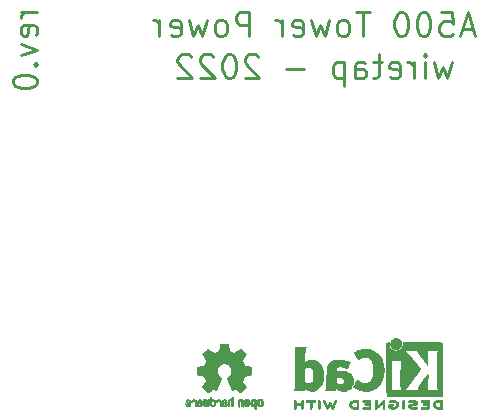
<source format=gbr>
%TF.GenerationSoftware,KiCad,Pcbnew,(5.1.6)-1*%
%TF.CreationDate,2022-09-12T11:02:43-04:00*%
%TF.ProjectId,A500-tower-power,41353030-2d74-46f7-9765-722d706f7765,rev?*%
%TF.SameCoordinates,Original*%
%TF.FileFunction,Legend,Bot*%
%TF.FilePolarity,Positive*%
%FSLAX46Y46*%
G04 Gerber Fmt 4.6, Leading zero omitted, Abs format (unit mm)*
G04 Created by KiCad (PCBNEW (5.1.6)-1) date 2022-09-12 11:02:43*
%MOMM*%
%LPD*%
G01*
G04 APERTURE LIST*
%ADD10C,0.250000*%
%ADD11C,0.010000*%
G04 APERTURE END LIST*
D10*
X129174761Y-80629523D02*
X127841428Y-80629523D01*
X128222380Y-80629523D02*
X128031904Y-80724761D01*
X127936666Y-80820000D01*
X127841428Y-81010476D01*
X127841428Y-81200952D01*
X129079523Y-82629523D02*
X129174761Y-82439047D01*
X129174761Y-82058095D01*
X129079523Y-81867619D01*
X128889047Y-81772380D01*
X128127142Y-81772380D01*
X127936666Y-81867619D01*
X127841428Y-82058095D01*
X127841428Y-82439047D01*
X127936666Y-82629523D01*
X128127142Y-82724761D01*
X128317619Y-82724761D01*
X128508095Y-81772380D01*
X127841428Y-83391428D02*
X129174761Y-83867619D01*
X127841428Y-84343809D01*
X128984285Y-85105714D02*
X129079523Y-85200952D01*
X129174761Y-85105714D01*
X129079523Y-85010476D01*
X128984285Y-85105714D01*
X129174761Y-85105714D01*
X127174761Y-86439047D02*
X127174761Y-86629523D01*
X127270000Y-86820000D01*
X127365238Y-86915238D01*
X127555714Y-87010476D01*
X127936666Y-87105714D01*
X128412857Y-87105714D01*
X128793809Y-87010476D01*
X128984285Y-86915238D01*
X129079523Y-86820000D01*
X129174761Y-86629523D01*
X129174761Y-86439047D01*
X129079523Y-86248571D01*
X128984285Y-86153333D01*
X128793809Y-86058095D01*
X128412857Y-85962857D01*
X127936666Y-85962857D01*
X127555714Y-86058095D01*
X127365238Y-86153333D01*
X127270000Y-86248571D01*
X127174761Y-86439047D01*
X164320666Y-84915428D02*
X163939714Y-86248761D01*
X163558761Y-85296380D01*
X163177809Y-86248761D01*
X162796857Y-84915428D01*
X162034952Y-86248761D02*
X162034952Y-84915428D01*
X162034952Y-84248761D02*
X162130190Y-84344000D01*
X162034952Y-84439238D01*
X161939714Y-84344000D01*
X162034952Y-84248761D01*
X162034952Y-84439238D01*
X161082571Y-86248761D02*
X161082571Y-84915428D01*
X161082571Y-85296380D02*
X160987333Y-85105904D01*
X160892095Y-85010666D01*
X160701619Y-84915428D01*
X160511142Y-84915428D01*
X159082571Y-86153523D02*
X159273047Y-86248761D01*
X159654000Y-86248761D01*
X159844476Y-86153523D01*
X159939714Y-85963047D01*
X159939714Y-85201142D01*
X159844476Y-85010666D01*
X159654000Y-84915428D01*
X159273047Y-84915428D01*
X159082571Y-85010666D01*
X158987333Y-85201142D01*
X158987333Y-85391619D01*
X159939714Y-85582095D01*
X158415904Y-84915428D02*
X157654000Y-84915428D01*
X158130190Y-84248761D02*
X158130190Y-85963047D01*
X158034952Y-86153523D01*
X157844476Y-86248761D01*
X157654000Y-86248761D01*
X156130190Y-86248761D02*
X156130190Y-85201142D01*
X156225428Y-85010666D01*
X156415904Y-84915428D01*
X156796857Y-84915428D01*
X156987333Y-85010666D01*
X156130190Y-86153523D02*
X156320666Y-86248761D01*
X156796857Y-86248761D01*
X156987333Y-86153523D01*
X157082571Y-85963047D01*
X157082571Y-85772571D01*
X156987333Y-85582095D01*
X156796857Y-85486857D01*
X156320666Y-85486857D01*
X156130190Y-85391619D01*
X155177809Y-84915428D02*
X155177809Y-86915428D01*
X155177809Y-85010666D02*
X154987333Y-84915428D01*
X154606380Y-84915428D01*
X154415904Y-85010666D01*
X154320666Y-85105904D01*
X154225428Y-85296380D01*
X154225428Y-85867809D01*
X154320666Y-86058285D01*
X154415904Y-86153523D01*
X154606380Y-86248761D01*
X154987333Y-86248761D01*
X155177809Y-86153523D01*
X151844476Y-85486857D02*
X150320666Y-85486857D01*
X147939714Y-84439238D02*
X147844476Y-84344000D01*
X147654000Y-84248761D01*
X147177809Y-84248761D01*
X146987333Y-84344000D01*
X146892095Y-84439238D01*
X146796857Y-84629714D01*
X146796857Y-84820190D01*
X146892095Y-85105904D01*
X148034952Y-86248761D01*
X146796857Y-86248761D01*
X145558761Y-84248761D02*
X145368285Y-84248761D01*
X145177809Y-84344000D01*
X145082571Y-84439238D01*
X144987333Y-84629714D01*
X144892095Y-85010666D01*
X144892095Y-85486857D01*
X144987333Y-85867809D01*
X145082571Y-86058285D01*
X145177809Y-86153523D01*
X145368285Y-86248761D01*
X145558761Y-86248761D01*
X145749238Y-86153523D01*
X145844476Y-86058285D01*
X145939714Y-85867809D01*
X146034952Y-85486857D01*
X146034952Y-85010666D01*
X145939714Y-84629714D01*
X145844476Y-84439238D01*
X145749238Y-84344000D01*
X145558761Y-84248761D01*
X144130190Y-84439238D02*
X144034952Y-84344000D01*
X143844476Y-84248761D01*
X143368285Y-84248761D01*
X143177809Y-84344000D01*
X143082571Y-84439238D01*
X142987333Y-84629714D01*
X142987333Y-84820190D01*
X143082571Y-85105904D01*
X144225428Y-86248761D01*
X142987333Y-86248761D01*
X142225428Y-84439238D02*
X142130190Y-84344000D01*
X141939714Y-84248761D01*
X141463523Y-84248761D01*
X141273047Y-84344000D01*
X141177809Y-84439238D01*
X141082571Y-84629714D01*
X141082571Y-84820190D01*
X141177809Y-85105904D01*
X142320666Y-86248761D01*
X141082571Y-86248761D01*
X166130190Y-82121333D02*
X165177809Y-82121333D01*
X166320666Y-82692761D02*
X165654000Y-80692761D01*
X164987333Y-82692761D01*
X163368285Y-80692761D02*
X164320666Y-80692761D01*
X164415904Y-81645142D01*
X164320666Y-81549904D01*
X164130190Y-81454666D01*
X163654000Y-81454666D01*
X163463523Y-81549904D01*
X163368285Y-81645142D01*
X163273047Y-81835619D01*
X163273047Y-82311809D01*
X163368285Y-82502285D01*
X163463523Y-82597523D01*
X163654000Y-82692761D01*
X164130190Y-82692761D01*
X164320666Y-82597523D01*
X164415904Y-82502285D01*
X162034952Y-80692761D02*
X161844476Y-80692761D01*
X161654000Y-80788000D01*
X161558761Y-80883238D01*
X161463523Y-81073714D01*
X161368285Y-81454666D01*
X161368285Y-81930857D01*
X161463523Y-82311809D01*
X161558761Y-82502285D01*
X161654000Y-82597523D01*
X161844476Y-82692761D01*
X162034952Y-82692761D01*
X162225428Y-82597523D01*
X162320666Y-82502285D01*
X162415904Y-82311809D01*
X162511142Y-81930857D01*
X162511142Y-81454666D01*
X162415904Y-81073714D01*
X162320666Y-80883238D01*
X162225428Y-80788000D01*
X162034952Y-80692761D01*
X160130190Y-80692761D02*
X159939714Y-80692761D01*
X159749238Y-80788000D01*
X159654000Y-80883238D01*
X159558761Y-81073714D01*
X159463523Y-81454666D01*
X159463523Y-81930857D01*
X159558761Y-82311809D01*
X159654000Y-82502285D01*
X159749238Y-82597523D01*
X159939714Y-82692761D01*
X160130190Y-82692761D01*
X160320666Y-82597523D01*
X160415904Y-82502285D01*
X160511142Y-82311809D01*
X160606380Y-81930857D01*
X160606380Y-81454666D01*
X160511142Y-81073714D01*
X160415904Y-80883238D01*
X160320666Y-80788000D01*
X160130190Y-80692761D01*
X157368285Y-80692761D02*
X156225428Y-80692761D01*
X156796857Y-82692761D02*
X156796857Y-80692761D01*
X155273047Y-82692761D02*
X155463523Y-82597523D01*
X155558761Y-82502285D01*
X155654000Y-82311809D01*
X155654000Y-81740380D01*
X155558761Y-81549904D01*
X155463523Y-81454666D01*
X155273047Y-81359428D01*
X154987333Y-81359428D01*
X154796857Y-81454666D01*
X154701619Y-81549904D01*
X154606380Y-81740380D01*
X154606380Y-82311809D01*
X154701619Y-82502285D01*
X154796857Y-82597523D01*
X154987333Y-82692761D01*
X155273047Y-82692761D01*
X153939714Y-81359428D02*
X153558761Y-82692761D01*
X153177809Y-81740380D01*
X152796857Y-82692761D01*
X152415904Y-81359428D01*
X150892095Y-82597523D02*
X151082571Y-82692761D01*
X151463523Y-82692761D01*
X151654000Y-82597523D01*
X151749238Y-82407047D01*
X151749238Y-81645142D01*
X151654000Y-81454666D01*
X151463523Y-81359428D01*
X151082571Y-81359428D01*
X150892095Y-81454666D01*
X150796857Y-81645142D01*
X150796857Y-81835619D01*
X151749238Y-82026095D01*
X149939714Y-82692761D02*
X149939714Y-81359428D01*
X149939714Y-81740380D02*
X149844476Y-81549904D01*
X149749238Y-81454666D01*
X149558761Y-81359428D01*
X149368285Y-81359428D01*
X147177809Y-82692761D02*
X147177809Y-80692761D01*
X146415904Y-80692761D01*
X146225428Y-80788000D01*
X146130190Y-80883238D01*
X146034952Y-81073714D01*
X146034952Y-81359428D01*
X146130190Y-81549904D01*
X146225428Y-81645142D01*
X146415904Y-81740380D01*
X147177809Y-81740380D01*
X144892095Y-82692761D02*
X145082571Y-82597523D01*
X145177809Y-82502285D01*
X145273047Y-82311809D01*
X145273047Y-81740380D01*
X145177809Y-81549904D01*
X145082571Y-81454666D01*
X144892095Y-81359428D01*
X144606380Y-81359428D01*
X144415904Y-81454666D01*
X144320666Y-81549904D01*
X144225428Y-81740380D01*
X144225428Y-82311809D01*
X144320666Y-82502285D01*
X144415904Y-82597523D01*
X144606380Y-82692761D01*
X144892095Y-82692761D01*
X143558761Y-81359428D02*
X143177809Y-82692761D01*
X142796857Y-81740380D01*
X142415904Y-82692761D01*
X142034952Y-81359428D01*
X140511142Y-82597523D02*
X140701619Y-82692761D01*
X141082571Y-82692761D01*
X141273047Y-82597523D01*
X141368285Y-82407047D01*
X141368285Y-81645142D01*
X141273047Y-81454666D01*
X141082571Y-81359428D01*
X140701619Y-81359428D01*
X140511142Y-81454666D01*
X140415904Y-81645142D01*
X140415904Y-81835619D01*
X141368285Y-82026095D01*
X139558761Y-82692761D02*
X139558761Y-81359428D01*
X139558761Y-81740380D02*
X139463523Y-81549904D01*
X139368285Y-81454666D01*
X139177809Y-81359428D01*
X138987333Y-81359428D01*
D11*
%TO.C,REF\u002A\u002A*%
G36*
X147434256Y-113425918D02*
G01*
X147378799Y-113453568D01*
X147329852Y-113504480D01*
X147316371Y-113523338D01*
X147301686Y-113548015D01*
X147292158Y-113574816D01*
X147286707Y-113610587D01*
X147284253Y-113662169D01*
X147283714Y-113730267D01*
X147286148Y-113823588D01*
X147294606Y-113893657D01*
X147310826Y-113945931D01*
X147336546Y-113985869D01*
X147373503Y-114018929D01*
X147376218Y-114020886D01*
X147412640Y-114040908D01*
X147456498Y-114050815D01*
X147512276Y-114053257D01*
X147602952Y-114053257D01*
X147602990Y-114141283D01*
X147603834Y-114190308D01*
X147608976Y-114219065D01*
X147622413Y-114236311D01*
X147648142Y-114250808D01*
X147654321Y-114253769D01*
X147683236Y-114267648D01*
X147705624Y-114276414D01*
X147722271Y-114277171D01*
X147733964Y-114267023D01*
X147741490Y-114243073D01*
X147745634Y-114202426D01*
X147747185Y-114142186D01*
X147746929Y-114059455D01*
X147745651Y-113951339D01*
X147745252Y-113919000D01*
X147743815Y-113807524D01*
X147742528Y-113734603D01*
X147603029Y-113734603D01*
X147602245Y-113796499D01*
X147598760Y-113836997D01*
X147590876Y-113863708D01*
X147576895Y-113884244D01*
X147567403Y-113894260D01*
X147528596Y-113923567D01*
X147494237Y-113925952D01*
X147458784Y-113901750D01*
X147457886Y-113900857D01*
X147443461Y-113882153D01*
X147434687Y-113856732D01*
X147430261Y-113817584D01*
X147428882Y-113757697D01*
X147428857Y-113744430D01*
X147432188Y-113661901D01*
X147443031Y-113604691D01*
X147462660Y-113569766D01*
X147492350Y-113554094D01*
X147509509Y-113552514D01*
X147550234Y-113559926D01*
X147578168Y-113584330D01*
X147594983Y-113628980D01*
X147602350Y-113697130D01*
X147603029Y-113734603D01*
X147742528Y-113734603D01*
X147742292Y-113721245D01*
X147740323Y-113656333D01*
X147737550Y-113608958D01*
X147733612Y-113575290D01*
X147728151Y-113551498D01*
X147720808Y-113533753D01*
X147711223Y-113518224D01*
X147707113Y-113512381D01*
X147652595Y-113457185D01*
X147583664Y-113425890D01*
X147503928Y-113417165D01*
X147434256Y-113425918D01*
G37*
X147434256Y-113425918D02*
X147378799Y-113453568D01*
X147329852Y-113504480D01*
X147316371Y-113523338D01*
X147301686Y-113548015D01*
X147292158Y-113574816D01*
X147286707Y-113610587D01*
X147284253Y-113662169D01*
X147283714Y-113730267D01*
X147286148Y-113823588D01*
X147294606Y-113893657D01*
X147310826Y-113945931D01*
X147336546Y-113985869D01*
X147373503Y-114018929D01*
X147376218Y-114020886D01*
X147412640Y-114040908D01*
X147456498Y-114050815D01*
X147512276Y-114053257D01*
X147602952Y-114053257D01*
X147602990Y-114141283D01*
X147603834Y-114190308D01*
X147608976Y-114219065D01*
X147622413Y-114236311D01*
X147648142Y-114250808D01*
X147654321Y-114253769D01*
X147683236Y-114267648D01*
X147705624Y-114276414D01*
X147722271Y-114277171D01*
X147733964Y-114267023D01*
X147741490Y-114243073D01*
X147745634Y-114202426D01*
X147747185Y-114142186D01*
X147746929Y-114059455D01*
X147745651Y-113951339D01*
X147745252Y-113919000D01*
X147743815Y-113807524D01*
X147742528Y-113734603D01*
X147603029Y-113734603D01*
X147602245Y-113796499D01*
X147598760Y-113836997D01*
X147590876Y-113863708D01*
X147576895Y-113884244D01*
X147567403Y-113894260D01*
X147528596Y-113923567D01*
X147494237Y-113925952D01*
X147458784Y-113901750D01*
X147457886Y-113900857D01*
X147443461Y-113882153D01*
X147434687Y-113856732D01*
X147430261Y-113817584D01*
X147428882Y-113757697D01*
X147428857Y-113744430D01*
X147432188Y-113661901D01*
X147443031Y-113604691D01*
X147462660Y-113569766D01*
X147492350Y-113554094D01*
X147509509Y-113552514D01*
X147550234Y-113559926D01*
X147578168Y-113584330D01*
X147594983Y-113628980D01*
X147602350Y-113697130D01*
X147603029Y-113734603D01*
X147742528Y-113734603D01*
X147742292Y-113721245D01*
X147740323Y-113656333D01*
X147737550Y-113608958D01*
X147733612Y-113575290D01*
X147728151Y-113551498D01*
X147720808Y-113533753D01*
X147711223Y-113518224D01*
X147707113Y-113512381D01*
X147652595Y-113457185D01*
X147583664Y-113425890D01*
X147503928Y-113417165D01*
X147434256Y-113425918D01*
G36*
X146317907Y-113433780D02*
G01*
X146271328Y-113460723D01*
X146238943Y-113487466D01*
X146215258Y-113515484D01*
X146198941Y-113549748D01*
X146188661Y-113595227D01*
X146183086Y-113656892D01*
X146180884Y-113739711D01*
X146180629Y-113799246D01*
X146180629Y-114018391D01*
X146242314Y-114046044D01*
X146304000Y-114073697D01*
X146311257Y-113833670D01*
X146314256Y-113744028D01*
X146317402Y-113678962D01*
X146321299Y-113634026D01*
X146326553Y-113604770D01*
X146333769Y-113586748D01*
X146343550Y-113575511D01*
X146346688Y-113573079D01*
X146394239Y-113554083D01*
X146442303Y-113561600D01*
X146470914Y-113581543D01*
X146482553Y-113595675D01*
X146490609Y-113614220D01*
X146495729Y-113642334D01*
X146498559Y-113685173D01*
X146499744Y-113747895D01*
X146499943Y-113813261D01*
X146499982Y-113895268D01*
X146501386Y-113953316D01*
X146506086Y-113992465D01*
X146516013Y-114017780D01*
X146533097Y-114034323D01*
X146559268Y-114047156D01*
X146594225Y-114060491D01*
X146632404Y-114075007D01*
X146627859Y-113817389D01*
X146626029Y-113724519D01*
X146623888Y-113655889D01*
X146620819Y-113606711D01*
X146616206Y-113572198D01*
X146609432Y-113547562D01*
X146599881Y-113528016D01*
X146588366Y-113510770D01*
X146532810Y-113455680D01*
X146465020Y-113423822D01*
X146391287Y-113416191D01*
X146317907Y-113433780D01*
G37*
X146317907Y-113433780D02*
X146271328Y-113460723D01*
X146238943Y-113487466D01*
X146215258Y-113515484D01*
X146198941Y-113549748D01*
X146188661Y-113595227D01*
X146183086Y-113656892D01*
X146180884Y-113739711D01*
X146180629Y-113799246D01*
X146180629Y-114018391D01*
X146242314Y-114046044D01*
X146304000Y-114073697D01*
X146311257Y-113833670D01*
X146314256Y-113744028D01*
X146317402Y-113678962D01*
X146321299Y-113634026D01*
X146326553Y-113604770D01*
X146333769Y-113586748D01*
X146343550Y-113575511D01*
X146346688Y-113573079D01*
X146394239Y-113554083D01*
X146442303Y-113561600D01*
X146470914Y-113581543D01*
X146482553Y-113595675D01*
X146490609Y-113614220D01*
X146495729Y-113642334D01*
X146498559Y-113685173D01*
X146499744Y-113747895D01*
X146499943Y-113813261D01*
X146499982Y-113895268D01*
X146501386Y-113953316D01*
X146506086Y-113992465D01*
X146516013Y-114017780D01*
X146533097Y-114034323D01*
X146559268Y-114047156D01*
X146594225Y-114060491D01*
X146632404Y-114075007D01*
X146627859Y-113817389D01*
X146626029Y-113724519D01*
X146623888Y-113655889D01*
X146620819Y-113606711D01*
X146616206Y-113572198D01*
X146609432Y-113547562D01*
X146599881Y-113528016D01*
X146588366Y-113510770D01*
X146532810Y-113455680D01*
X146465020Y-113423822D01*
X146391287Y-113416191D01*
X146317907Y-113433780D01*
G36*
X147992885Y-113427962D02*
G01*
X147924855Y-113463733D01*
X147874649Y-113521301D01*
X147856815Y-113558312D01*
X147842937Y-113613882D01*
X147835833Y-113684096D01*
X147835160Y-113760727D01*
X147840573Y-113835552D01*
X147851730Y-113900342D01*
X147868286Y-113946873D01*
X147873374Y-113954887D01*
X147933645Y-114014707D01*
X148005231Y-114050535D01*
X148082908Y-114061020D01*
X148161452Y-114044810D01*
X148183311Y-114035092D01*
X148225878Y-114005143D01*
X148263237Y-113965433D01*
X148266768Y-113960397D01*
X148281119Y-113936124D01*
X148290606Y-113910178D01*
X148296210Y-113876022D01*
X148298914Y-113827119D01*
X148299701Y-113756935D01*
X148299714Y-113741200D01*
X148299678Y-113736192D01*
X148154571Y-113736192D01*
X148153727Y-113802430D01*
X148150404Y-113846386D01*
X148143417Y-113874779D01*
X148131584Y-113894325D01*
X148125543Y-113900857D01*
X148090814Y-113925680D01*
X148057097Y-113924548D01*
X148023005Y-113903016D01*
X148002671Y-113880029D01*
X147990629Y-113846478D01*
X147983866Y-113793569D01*
X147983402Y-113787399D01*
X147982248Y-113691513D01*
X147994312Y-113620299D01*
X148019430Y-113574194D01*
X148057440Y-113553635D01*
X148071008Y-113552514D01*
X148106636Y-113558152D01*
X148131006Y-113577686D01*
X148145907Y-113615042D01*
X148153125Y-113674150D01*
X148154571Y-113736192D01*
X148299678Y-113736192D01*
X148299174Y-113666413D01*
X148296904Y-113614159D01*
X148291932Y-113577949D01*
X148283287Y-113551299D01*
X148269995Y-113527722D01*
X148267057Y-113523338D01*
X148217687Y-113464249D01*
X148163891Y-113429947D01*
X148098398Y-113416331D01*
X148076158Y-113415665D01*
X147992885Y-113427962D01*
G37*
X147992885Y-113427962D02*
X147924855Y-113463733D01*
X147874649Y-113521301D01*
X147856815Y-113558312D01*
X147842937Y-113613882D01*
X147835833Y-113684096D01*
X147835160Y-113760727D01*
X147840573Y-113835552D01*
X147851730Y-113900342D01*
X147868286Y-113946873D01*
X147873374Y-113954887D01*
X147933645Y-114014707D01*
X148005231Y-114050535D01*
X148082908Y-114061020D01*
X148161452Y-114044810D01*
X148183311Y-114035092D01*
X148225878Y-114005143D01*
X148263237Y-113965433D01*
X148266768Y-113960397D01*
X148281119Y-113936124D01*
X148290606Y-113910178D01*
X148296210Y-113876022D01*
X148298914Y-113827119D01*
X148299701Y-113756935D01*
X148299714Y-113741200D01*
X148299678Y-113736192D01*
X148154571Y-113736192D01*
X148153727Y-113802430D01*
X148150404Y-113846386D01*
X148143417Y-113874779D01*
X148131584Y-113894325D01*
X148125543Y-113900857D01*
X148090814Y-113925680D01*
X148057097Y-113924548D01*
X148023005Y-113903016D01*
X148002671Y-113880029D01*
X147990629Y-113846478D01*
X147983866Y-113793569D01*
X147983402Y-113787399D01*
X147982248Y-113691513D01*
X147994312Y-113620299D01*
X148019430Y-113574194D01*
X148057440Y-113553635D01*
X148071008Y-113552514D01*
X148106636Y-113558152D01*
X148131006Y-113577686D01*
X148145907Y-113615042D01*
X148153125Y-113674150D01*
X148154571Y-113736192D01*
X148299678Y-113736192D01*
X148299174Y-113666413D01*
X148296904Y-113614159D01*
X148291932Y-113577949D01*
X148283287Y-113551299D01*
X148269995Y-113527722D01*
X148267057Y-113523338D01*
X148217687Y-113464249D01*
X148163891Y-113429947D01*
X148098398Y-113416331D01*
X148076158Y-113415665D01*
X147992885Y-113427962D01*
G36*
X146865697Y-113437239D02*
G01*
X146808473Y-113475735D01*
X146764251Y-113531335D01*
X146737833Y-113602086D01*
X146732490Y-113654162D01*
X146733097Y-113675893D01*
X146738178Y-113692531D01*
X146752145Y-113707437D01*
X146779411Y-113723973D01*
X146824388Y-113745498D01*
X146891489Y-113775374D01*
X146891829Y-113775524D01*
X146953593Y-113803813D01*
X147004241Y-113828933D01*
X147038596Y-113848179D01*
X147051482Y-113858848D01*
X147051486Y-113858934D01*
X147040128Y-113882166D01*
X147013569Y-113907774D01*
X146983077Y-113926221D01*
X146967630Y-113929886D01*
X146925485Y-113917212D01*
X146889192Y-113885471D01*
X146871483Y-113850572D01*
X146854448Y-113824845D01*
X146821078Y-113795546D01*
X146781851Y-113770235D01*
X146747244Y-113756471D01*
X146740007Y-113755714D01*
X146731861Y-113768160D01*
X146731370Y-113799972D01*
X146737357Y-113842866D01*
X146748643Y-113888558D01*
X146764050Y-113928761D01*
X146764829Y-113930322D01*
X146811196Y-113995062D01*
X146871289Y-114039097D01*
X146939535Y-114060711D01*
X147010362Y-114058185D01*
X147078196Y-114029804D01*
X147081212Y-114027808D01*
X147134573Y-113979448D01*
X147169660Y-113916352D01*
X147189078Y-113833387D01*
X147191684Y-113810078D01*
X147196299Y-113700055D01*
X147190767Y-113648748D01*
X147051486Y-113648748D01*
X147049676Y-113680753D01*
X147039778Y-113690093D01*
X147015102Y-113683105D01*
X146976205Y-113666587D01*
X146932725Y-113645881D01*
X146931644Y-113645333D01*
X146894791Y-113625949D01*
X146880000Y-113613013D01*
X146883647Y-113599451D01*
X146899005Y-113581632D01*
X146938077Y-113555845D01*
X146980154Y-113553950D01*
X147017897Y-113572717D01*
X147043966Y-113608915D01*
X147051486Y-113648748D01*
X147190767Y-113648748D01*
X147186806Y-113612027D01*
X147162450Y-113542212D01*
X147128544Y-113493302D01*
X147067347Y-113443878D01*
X146999937Y-113419359D01*
X146931120Y-113417797D01*
X146865697Y-113437239D01*
G37*
X146865697Y-113437239D02*
X146808473Y-113475735D01*
X146764251Y-113531335D01*
X146737833Y-113602086D01*
X146732490Y-113654162D01*
X146733097Y-113675893D01*
X146738178Y-113692531D01*
X146752145Y-113707437D01*
X146779411Y-113723973D01*
X146824388Y-113745498D01*
X146891489Y-113775374D01*
X146891829Y-113775524D01*
X146953593Y-113803813D01*
X147004241Y-113828933D01*
X147038596Y-113848179D01*
X147051482Y-113858848D01*
X147051486Y-113858934D01*
X147040128Y-113882166D01*
X147013569Y-113907774D01*
X146983077Y-113926221D01*
X146967630Y-113929886D01*
X146925485Y-113917212D01*
X146889192Y-113885471D01*
X146871483Y-113850572D01*
X146854448Y-113824845D01*
X146821078Y-113795546D01*
X146781851Y-113770235D01*
X146747244Y-113756471D01*
X146740007Y-113755714D01*
X146731861Y-113768160D01*
X146731370Y-113799972D01*
X146737357Y-113842866D01*
X146748643Y-113888558D01*
X146764050Y-113928761D01*
X146764829Y-113930322D01*
X146811196Y-113995062D01*
X146871289Y-114039097D01*
X146939535Y-114060711D01*
X147010362Y-114058185D01*
X147078196Y-114029804D01*
X147081212Y-114027808D01*
X147134573Y-113979448D01*
X147169660Y-113916352D01*
X147189078Y-113833387D01*
X147191684Y-113810078D01*
X147196299Y-113700055D01*
X147190767Y-113648748D01*
X147051486Y-113648748D01*
X147049676Y-113680753D01*
X147039778Y-113690093D01*
X147015102Y-113683105D01*
X146976205Y-113666587D01*
X146932725Y-113645881D01*
X146931644Y-113645333D01*
X146894791Y-113625949D01*
X146880000Y-113613013D01*
X146883647Y-113599451D01*
X146899005Y-113581632D01*
X146938077Y-113555845D01*
X146980154Y-113553950D01*
X147017897Y-113572717D01*
X147043966Y-113608915D01*
X147051486Y-113648748D01*
X147190767Y-113648748D01*
X147186806Y-113612027D01*
X147162450Y-113542212D01*
X147128544Y-113493302D01*
X147067347Y-113443878D01*
X146999937Y-113419359D01*
X146931120Y-113417797D01*
X146865697Y-113437239D01*
G36*
X145658114Y-113357289D02*
G01*
X145653861Y-113416613D01*
X145648975Y-113451572D01*
X145642205Y-113466820D01*
X145632298Y-113467015D01*
X145629086Y-113465195D01*
X145586356Y-113452015D01*
X145530773Y-113452785D01*
X145474263Y-113466333D01*
X145438918Y-113483861D01*
X145402679Y-113511861D01*
X145376187Y-113543549D01*
X145358001Y-113583813D01*
X145346678Y-113637543D01*
X145340778Y-113709626D01*
X145338857Y-113804951D01*
X145338823Y-113823237D01*
X145338800Y-114028646D01*
X145384509Y-114044580D01*
X145416973Y-114055420D01*
X145434785Y-114060468D01*
X145435309Y-114060514D01*
X145437063Y-114046828D01*
X145438556Y-114009076D01*
X145439674Y-113952224D01*
X145440303Y-113881234D01*
X145440400Y-113838073D01*
X145440602Y-113752973D01*
X145441642Y-113691981D01*
X145444169Y-113650177D01*
X145448836Y-113622642D01*
X145456293Y-113604456D01*
X145467189Y-113590698D01*
X145473993Y-113584073D01*
X145520728Y-113557375D01*
X145571728Y-113555375D01*
X145617999Y-113577955D01*
X145626556Y-113586107D01*
X145639107Y-113601436D01*
X145647812Y-113619618D01*
X145653369Y-113645909D01*
X145656474Y-113685562D01*
X145657824Y-113743832D01*
X145658114Y-113824173D01*
X145658114Y-114028646D01*
X145703823Y-114044580D01*
X145736287Y-114055420D01*
X145754099Y-114060468D01*
X145754623Y-114060514D01*
X145755963Y-114046623D01*
X145757172Y-114007439D01*
X145758199Y-113946700D01*
X145758998Y-113868141D01*
X145759519Y-113775498D01*
X145759714Y-113672509D01*
X145759714Y-113275342D01*
X145712543Y-113255444D01*
X145665371Y-113235547D01*
X145658114Y-113357289D01*
G37*
X145658114Y-113357289D02*
X145653861Y-113416613D01*
X145648975Y-113451572D01*
X145642205Y-113466820D01*
X145632298Y-113467015D01*
X145629086Y-113465195D01*
X145586356Y-113452015D01*
X145530773Y-113452785D01*
X145474263Y-113466333D01*
X145438918Y-113483861D01*
X145402679Y-113511861D01*
X145376187Y-113543549D01*
X145358001Y-113583813D01*
X145346678Y-113637543D01*
X145340778Y-113709626D01*
X145338857Y-113804951D01*
X145338823Y-113823237D01*
X145338800Y-114028646D01*
X145384509Y-114044580D01*
X145416973Y-114055420D01*
X145434785Y-114060468D01*
X145435309Y-114060514D01*
X145437063Y-114046828D01*
X145438556Y-114009076D01*
X145439674Y-113952224D01*
X145440303Y-113881234D01*
X145440400Y-113838073D01*
X145440602Y-113752973D01*
X145441642Y-113691981D01*
X145444169Y-113650177D01*
X145448836Y-113622642D01*
X145456293Y-113604456D01*
X145467189Y-113590698D01*
X145473993Y-113584073D01*
X145520728Y-113557375D01*
X145571728Y-113555375D01*
X145617999Y-113577955D01*
X145626556Y-113586107D01*
X145639107Y-113601436D01*
X145647812Y-113619618D01*
X145653369Y-113645909D01*
X145656474Y-113685562D01*
X145657824Y-113743832D01*
X145658114Y-113824173D01*
X145658114Y-114028646D01*
X145703823Y-114044580D01*
X145736287Y-114055420D01*
X145754099Y-114060468D01*
X145754623Y-114060514D01*
X145755963Y-114046623D01*
X145757172Y-114007439D01*
X145758199Y-113946700D01*
X145758998Y-113868141D01*
X145759519Y-113775498D01*
X145759714Y-113672509D01*
X145759714Y-113275342D01*
X145712543Y-113255444D01*
X145665371Y-113235547D01*
X145658114Y-113357289D01*
G36*
X144994256Y-113456968D02*
G01*
X144937384Y-113478087D01*
X144936733Y-113478493D01*
X144901560Y-113504380D01*
X144875593Y-113534633D01*
X144857330Y-113574058D01*
X144845268Y-113627462D01*
X144837904Y-113699651D01*
X144833736Y-113795432D01*
X144833371Y-113809078D01*
X144828124Y-114014842D01*
X144872284Y-114037678D01*
X144904237Y-114053110D01*
X144923530Y-114060423D01*
X144924422Y-114060514D01*
X144927761Y-114047022D01*
X144930413Y-114010626D01*
X144932044Y-113957452D01*
X144932400Y-113914393D01*
X144932408Y-113844641D01*
X144935597Y-113800837D01*
X144946712Y-113779944D01*
X144970499Y-113778925D01*
X145011704Y-113794741D01*
X145073914Y-113823815D01*
X145119659Y-113847963D01*
X145143187Y-113868913D01*
X145150104Y-113891747D01*
X145150114Y-113892877D01*
X145138701Y-113932212D01*
X145104908Y-113953462D01*
X145053191Y-113956539D01*
X145015939Y-113956006D01*
X144996297Y-113966735D01*
X144984048Y-113992505D01*
X144976998Y-114025337D01*
X144987158Y-114043966D01*
X144990983Y-114046632D01*
X145026999Y-114057340D01*
X145077434Y-114058856D01*
X145129374Y-114051759D01*
X145166178Y-114038788D01*
X145217062Y-113995585D01*
X145245986Y-113935446D01*
X145251714Y-113888462D01*
X145247343Y-113846082D01*
X145231525Y-113811488D01*
X145200203Y-113780763D01*
X145149322Y-113749990D01*
X145074824Y-113715252D01*
X145070286Y-113713288D01*
X145003179Y-113682287D01*
X144961768Y-113656862D01*
X144944019Y-113634014D01*
X144947893Y-113610745D01*
X144971357Y-113584056D01*
X144978373Y-113577914D01*
X145025370Y-113554100D01*
X145074067Y-113555103D01*
X145116478Y-113578451D01*
X145144616Y-113621675D01*
X145147231Y-113630160D01*
X145172692Y-113671308D01*
X145204999Y-113691128D01*
X145251714Y-113710770D01*
X145251714Y-113659950D01*
X145237504Y-113586082D01*
X145195325Y-113518327D01*
X145173376Y-113495661D01*
X145123483Y-113466569D01*
X145060033Y-113453400D01*
X144994256Y-113456968D01*
G37*
X144994256Y-113456968D02*
X144937384Y-113478087D01*
X144936733Y-113478493D01*
X144901560Y-113504380D01*
X144875593Y-113534633D01*
X144857330Y-113574058D01*
X144845268Y-113627462D01*
X144837904Y-113699651D01*
X144833736Y-113795432D01*
X144833371Y-113809078D01*
X144828124Y-114014842D01*
X144872284Y-114037678D01*
X144904237Y-114053110D01*
X144923530Y-114060423D01*
X144924422Y-114060514D01*
X144927761Y-114047022D01*
X144930413Y-114010626D01*
X144932044Y-113957452D01*
X144932400Y-113914393D01*
X144932408Y-113844641D01*
X144935597Y-113800837D01*
X144946712Y-113779944D01*
X144970499Y-113778925D01*
X145011704Y-113794741D01*
X145073914Y-113823815D01*
X145119659Y-113847963D01*
X145143187Y-113868913D01*
X145150104Y-113891747D01*
X145150114Y-113892877D01*
X145138701Y-113932212D01*
X145104908Y-113953462D01*
X145053191Y-113956539D01*
X145015939Y-113956006D01*
X144996297Y-113966735D01*
X144984048Y-113992505D01*
X144976998Y-114025337D01*
X144987158Y-114043966D01*
X144990983Y-114046632D01*
X145026999Y-114057340D01*
X145077434Y-114058856D01*
X145129374Y-114051759D01*
X145166178Y-114038788D01*
X145217062Y-113995585D01*
X145245986Y-113935446D01*
X145251714Y-113888462D01*
X145247343Y-113846082D01*
X145231525Y-113811488D01*
X145200203Y-113780763D01*
X145149322Y-113749990D01*
X145074824Y-113715252D01*
X145070286Y-113713288D01*
X145003179Y-113682287D01*
X144961768Y-113656862D01*
X144944019Y-113634014D01*
X144947893Y-113610745D01*
X144971357Y-113584056D01*
X144978373Y-113577914D01*
X145025370Y-113554100D01*
X145074067Y-113555103D01*
X145116478Y-113578451D01*
X145144616Y-113621675D01*
X145147231Y-113630160D01*
X145172692Y-113671308D01*
X145204999Y-113691128D01*
X145251714Y-113710770D01*
X145251714Y-113659950D01*
X145237504Y-113586082D01*
X145195325Y-113518327D01*
X145173376Y-113495661D01*
X145123483Y-113466569D01*
X145060033Y-113453400D01*
X144994256Y-113456968D01*
G36*
X144504074Y-113455755D02*
G01*
X144438142Y-113480084D01*
X144384727Y-113523117D01*
X144363836Y-113553409D01*
X144341061Y-113608994D01*
X144341534Y-113649186D01*
X144365438Y-113676217D01*
X144374283Y-113680813D01*
X144412470Y-113695144D01*
X144431972Y-113691472D01*
X144438578Y-113667407D01*
X144438914Y-113654114D01*
X144451008Y-113605210D01*
X144482529Y-113570999D01*
X144526341Y-113554476D01*
X144575305Y-113558634D01*
X144615106Y-113580227D01*
X144628550Y-113592544D01*
X144638079Y-113607487D01*
X144644515Y-113630075D01*
X144648683Y-113665328D01*
X144651403Y-113718266D01*
X144653498Y-113793907D01*
X144654040Y-113817857D01*
X144656019Y-113899790D01*
X144658269Y-113957455D01*
X144661643Y-113995608D01*
X144666994Y-114019004D01*
X144675176Y-114032398D01*
X144687041Y-114040545D01*
X144694638Y-114044144D01*
X144726898Y-114056452D01*
X144745889Y-114060514D01*
X144752164Y-114046948D01*
X144755994Y-114005934D01*
X144757400Y-113936999D01*
X144756402Y-113839669D01*
X144756092Y-113824657D01*
X144753899Y-113735859D01*
X144751307Y-113671019D01*
X144747618Y-113625067D01*
X144742136Y-113592935D01*
X144734165Y-113569553D01*
X144723007Y-113549852D01*
X144717170Y-113541410D01*
X144683704Y-113504057D01*
X144646273Y-113475003D01*
X144641691Y-113472467D01*
X144574574Y-113452443D01*
X144504074Y-113455755D01*
G37*
X144504074Y-113455755D02*
X144438142Y-113480084D01*
X144384727Y-113523117D01*
X144363836Y-113553409D01*
X144341061Y-113608994D01*
X144341534Y-113649186D01*
X144365438Y-113676217D01*
X144374283Y-113680813D01*
X144412470Y-113695144D01*
X144431972Y-113691472D01*
X144438578Y-113667407D01*
X144438914Y-113654114D01*
X144451008Y-113605210D01*
X144482529Y-113570999D01*
X144526341Y-113554476D01*
X144575305Y-113558634D01*
X144615106Y-113580227D01*
X144628550Y-113592544D01*
X144638079Y-113607487D01*
X144644515Y-113630075D01*
X144648683Y-113665328D01*
X144651403Y-113718266D01*
X144653498Y-113793907D01*
X144654040Y-113817857D01*
X144656019Y-113899790D01*
X144658269Y-113957455D01*
X144661643Y-113995608D01*
X144666994Y-114019004D01*
X144675176Y-114032398D01*
X144687041Y-114040545D01*
X144694638Y-114044144D01*
X144726898Y-114056452D01*
X144745889Y-114060514D01*
X144752164Y-114046948D01*
X144755994Y-114005934D01*
X144757400Y-113936999D01*
X144756402Y-113839669D01*
X144756092Y-113824657D01*
X144753899Y-113735859D01*
X144751307Y-113671019D01*
X144747618Y-113625067D01*
X144742136Y-113592935D01*
X144734165Y-113569553D01*
X144723007Y-113549852D01*
X144717170Y-113541410D01*
X144683704Y-113504057D01*
X144646273Y-113475003D01*
X144641691Y-113472467D01*
X144574574Y-113452443D01*
X144504074Y-113455755D01*
G36*
X143843883Y-113571358D02*
G01*
X143844067Y-113679837D01*
X143844781Y-113763287D01*
X143846325Y-113825704D01*
X143848999Y-113871085D01*
X143853106Y-113903429D01*
X143858945Y-113926733D01*
X143866818Y-113944995D01*
X143872779Y-113955418D01*
X143922145Y-114011945D01*
X143984736Y-114047377D01*
X144053987Y-114060090D01*
X144123332Y-114048463D01*
X144164625Y-114027568D01*
X144207975Y-113991422D01*
X144237519Y-113947276D01*
X144255345Y-113889462D01*
X144263537Y-113812313D01*
X144264698Y-113755714D01*
X144264542Y-113751647D01*
X144163143Y-113751647D01*
X144162524Y-113816550D01*
X144159686Y-113859514D01*
X144153160Y-113887622D01*
X144141477Y-113907953D01*
X144127517Y-113923288D01*
X144080635Y-113952890D01*
X144030299Y-113955419D01*
X143982724Y-113930705D01*
X143979021Y-113927356D01*
X143963217Y-113909935D01*
X143953307Y-113889209D01*
X143947942Y-113858362D01*
X143945772Y-113810577D01*
X143945429Y-113757748D01*
X143946173Y-113691381D01*
X143949252Y-113647106D01*
X143955939Y-113618009D01*
X143967504Y-113597173D01*
X143976987Y-113586107D01*
X144021040Y-113558198D01*
X144071776Y-113554843D01*
X144120204Y-113576159D01*
X144129550Y-113584073D01*
X144145460Y-113601647D01*
X144155390Y-113622587D01*
X144160722Y-113653782D01*
X144162837Y-113702122D01*
X144163143Y-113751647D01*
X144264542Y-113751647D01*
X144261190Y-113664568D01*
X144249274Y-113596086D01*
X144226865Y-113544600D01*
X144191876Y-113504443D01*
X144164625Y-113483861D01*
X144115093Y-113461625D01*
X144057684Y-113451304D01*
X144004318Y-113454067D01*
X143974457Y-113465212D01*
X143962739Y-113468383D01*
X143954963Y-113456557D01*
X143949535Y-113424866D01*
X143945429Y-113376593D01*
X143940933Y-113322829D01*
X143934687Y-113290482D01*
X143923324Y-113271985D01*
X143903472Y-113259770D01*
X143891000Y-113254362D01*
X143843829Y-113234601D01*
X143843883Y-113571358D01*
G37*
X143843883Y-113571358D02*
X143844067Y-113679837D01*
X143844781Y-113763287D01*
X143846325Y-113825704D01*
X143848999Y-113871085D01*
X143853106Y-113903429D01*
X143858945Y-113926733D01*
X143866818Y-113944995D01*
X143872779Y-113955418D01*
X143922145Y-114011945D01*
X143984736Y-114047377D01*
X144053987Y-114060090D01*
X144123332Y-114048463D01*
X144164625Y-114027568D01*
X144207975Y-113991422D01*
X144237519Y-113947276D01*
X144255345Y-113889462D01*
X144263537Y-113812313D01*
X144264698Y-113755714D01*
X144264542Y-113751647D01*
X144163143Y-113751647D01*
X144162524Y-113816550D01*
X144159686Y-113859514D01*
X144153160Y-113887622D01*
X144141477Y-113907953D01*
X144127517Y-113923288D01*
X144080635Y-113952890D01*
X144030299Y-113955419D01*
X143982724Y-113930705D01*
X143979021Y-113927356D01*
X143963217Y-113909935D01*
X143953307Y-113889209D01*
X143947942Y-113858362D01*
X143945772Y-113810577D01*
X143945429Y-113757748D01*
X143946173Y-113691381D01*
X143949252Y-113647106D01*
X143955939Y-113618009D01*
X143967504Y-113597173D01*
X143976987Y-113586107D01*
X144021040Y-113558198D01*
X144071776Y-113554843D01*
X144120204Y-113576159D01*
X144129550Y-113584073D01*
X144145460Y-113601647D01*
X144155390Y-113622587D01*
X144160722Y-113653782D01*
X144162837Y-113702122D01*
X144163143Y-113751647D01*
X144264542Y-113751647D01*
X144261190Y-113664568D01*
X144249274Y-113596086D01*
X144226865Y-113544600D01*
X144191876Y-113504443D01*
X144164625Y-113483861D01*
X144115093Y-113461625D01*
X144057684Y-113451304D01*
X144004318Y-113454067D01*
X143974457Y-113465212D01*
X143962739Y-113468383D01*
X143954963Y-113456557D01*
X143949535Y-113424866D01*
X143945429Y-113376593D01*
X143940933Y-113322829D01*
X143934687Y-113290482D01*
X143923324Y-113271985D01*
X143903472Y-113259770D01*
X143891000Y-113254362D01*
X143843829Y-113234601D01*
X143843883Y-113571358D01*
G36*
X143254167Y-113464663D02*
G01*
X143251952Y-113502850D01*
X143250216Y-113560886D01*
X143249101Y-113634180D01*
X143248743Y-113711055D01*
X143248743Y-113971196D01*
X143294674Y-114017127D01*
X143326325Y-114045429D01*
X143354110Y-114056893D01*
X143392085Y-114056168D01*
X143407160Y-114054321D01*
X143454274Y-114048948D01*
X143493244Y-114045869D01*
X143502743Y-114045585D01*
X143534767Y-114047445D01*
X143580568Y-114052114D01*
X143598326Y-114054321D01*
X143641943Y-114057735D01*
X143671255Y-114050320D01*
X143700320Y-114027427D01*
X143710812Y-114017127D01*
X143756743Y-113971196D01*
X143756743Y-113484602D01*
X143719774Y-113467758D01*
X143687941Y-113455282D01*
X143669317Y-113450914D01*
X143664542Y-113464718D01*
X143660079Y-113503286D01*
X143656225Y-113562356D01*
X143653278Y-113637663D01*
X143651857Y-113701286D01*
X143647886Y-113951657D01*
X143613241Y-113956556D01*
X143581732Y-113953131D01*
X143566292Y-113942041D01*
X143561977Y-113921308D01*
X143558292Y-113877145D01*
X143555531Y-113815146D01*
X143553988Y-113740909D01*
X143553765Y-113702706D01*
X143553543Y-113482783D01*
X143507834Y-113466849D01*
X143475482Y-113456015D01*
X143457885Y-113450962D01*
X143457377Y-113450914D01*
X143455612Y-113464648D01*
X143453671Y-113502730D01*
X143451718Y-113560482D01*
X143449916Y-113633227D01*
X143448657Y-113701286D01*
X143444686Y-113951657D01*
X143357600Y-113951657D01*
X143353604Y-113723240D01*
X143349608Y-113494822D01*
X143307153Y-113472868D01*
X143275808Y-113457793D01*
X143257256Y-113450951D01*
X143256721Y-113450914D01*
X143254167Y-113464663D01*
G37*
X143254167Y-113464663D02*
X143251952Y-113502850D01*
X143250216Y-113560886D01*
X143249101Y-113634180D01*
X143248743Y-113711055D01*
X143248743Y-113971196D01*
X143294674Y-114017127D01*
X143326325Y-114045429D01*
X143354110Y-114056893D01*
X143392085Y-114056168D01*
X143407160Y-114054321D01*
X143454274Y-114048948D01*
X143493244Y-114045869D01*
X143502743Y-114045585D01*
X143534767Y-114047445D01*
X143580568Y-114052114D01*
X143598326Y-114054321D01*
X143641943Y-114057735D01*
X143671255Y-114050320D01*
X143700320Y-114027427D01*
X143710812Y-114017127D01*
X143756743Y-113971196D01*
X143756743Y-113484602D01*
X143719774Y-113467758D01*
X143687941Y-113455282D01*
X143669317Y-113450914D01*
X143664542Y-113464718D01*
X143660079Y-113503286D01*
X143656225Y-113562356D01*
X143653278Y-113637663D01*
X143651857Y-113701286D01*
X143647886Y-113951657D01*
X143613241Y-113956556D01*
X143581732Y-113953131D01*
X143566292Y-113942041D01*
X143561977Y-113921308D01*
X143558292Y-113877145D01*
X143555531Y-113815146D01*
X143553988Y-113740909D01*
X143553765Y-113702706D01*
X143553543Y-113482783D01*
X143507834Y-113466849D01*
X143475482Y-113456015D01*
X143457885Y-113450962D01*
X143457377Y-113450914D01*
X143455612Y-113464648D01*
X143453671Y-113502730D01*
X143451718Y-113560482D01*
X143449916Y-113633227D01*
X143448657Y-113701286D01*
X143444686Y-113951657D01*
X143357600Y-113951657D01*
X143353604Y-113723240D01*
X143349608Y-113494822D01*
X143307153Y-113472868D01*
X143275808Y-113457793D01*
X143257256Y-113450951D01*
X143256721Y-113450914D01*
X143254167Y-113464663D01*
G36*
X142889124Y-113462335D02*
G01*
X142847333Y-113481344D01*
X142814531Y-113504378D01*
X142790497Y-113530133D01*
X142773903Y-113563358D01*
X142763423Y-113608800D01*
X142757729Y-113671207D01*
X142755493Y-113755327D01*
X142755257Y-113810721D01*
X142755257Y-114026826D01*
X142792226Y-114043670D01*
X142821344Y-114055981D01*
X142835769Y-114060514D01*
X142838528Y-114047025D01*
X142840718Y-114010653D01*
X142842058Y-113957542D01*
X142842343Y-113915372D01*
X142843566Y-113854447D01*
X142846864Y-113806115D01*
X142851679Y-113776518D01*
X142855504Y-113770229D01*
X142881217Y-113776652D01*
X142921582Y-113793125D01*
X142968321Y-113815458D01*
X143013155Y-113839457D01*
X143047807Y-113860930D01*
X143063998Y-113875685D01*
X143064062Y-113875845D01*
X143062670Y-113903152D01*
X143050182Y-113929219D01*
X143028257Y-113950392D01*
X142996257Y-113957474D01*
X142968908Y-113956649D01*
X142930174Y-113956042D01*
X142909842Y-113965116D01*
X142897631Y-113989092D01*
X142896091Y-113993613D01*
X142890797Y-114027806D01*
X142904953Y-114048568D01*
X142941852Y-114058462D01*
X142981711Y-114060292D01*
X143053438Y-114046727D01*
X143090568Y-114027355D01*
X143136424Y-113981845D01*
X143160744Y-113925983D01*
X143162927Y-113866957D01*
X143142371Y-113811953D01*
X143111451Y-113777486D01*
X143080580Y-113758189D01*
X143032058Y-113733759D01*
X142975515Y-113708985D01*
X142966090Y-113705199D01*
X142903981Y-113677791D01*
X142868178Y-113653634D01*
X142856663Y-113629619D01*
X142867420Y-113602635D01*
X142885886Y-113581543D01*
X142929531Y-113555572D01*
X142977554Y-113553624D01*
X143021594Y-113573637D01*
X143053291Y-113613551D01*
X143057451Y-113623848D01*
X143081673Y-113661724D01*
X143117035Y-113689842D01*
X143161657Y-113712917D01*
X143161657Y-113647485D01*
X143159031Y-113607506D01*
X143147770Y-113575997D01*
X143122801Y-113542378D01*
X143098831Y-113516484D01*
X143061559Y-113479817D01*
X143032599Y-113460121D01*
X143001495Y-113452220D01*
X142966287Y-113450914D01*
X142889124Y-113462335D01*
G37*
X142889124Y-113462335D02*
X142847333Y-113481344D01*
X142814531Y-113504378D01*
X142790497Y-113530133D01*
X142773903Y-113563358D01*
X142763423Y-113608800D01*
X142757729Y-113671207D01*
X142755493Y-113755327D01*
X142755257Y-113810721D01*
X142755257Y-114026826D01*
X142792226Y-114043670D01*
X142821344Y-114055981D01*
X142835769Y-114060514D01*
X142838528Y-114047025D01*
X142840718Y-114010653D01*
X142842058Y-113957542D01*
X142842343Y-113915372D01*
X142843566Y-113854447D01*
X142846864Y-113806115D01*
X142851679Y-113776518D01*
X142855504Y-113770229D01*
X142881217Y-113776652D01*
X142921582Y-113793125D01*
X142968321Y-113815458D01*
X143013155Y-113839457D01*
X143047807Y-113860930D01*
X143063998Y-113875685D01*
X143064062Y-113875845D01*
X143062670Y-113903152D01*
X143050182Y-113929219D01*
X143028257Y-113950392D01*
X142996257Y-113957474D01*
X142968908Y-113956649D01*
X142930174Y-113956042D01*
X142909842Y-113965116D01*
X142897631Y-113989092D01*
X142896091Y-113993613D01*
X142890797Y-114027806D01*
X142904953Y-114048568D01*
X142941852Y-114058462D01*
X142981711Y-114060292D01*
X143053438Y-114046727D01*
X143090568Y-114027355D01*
X143136424Y-113981845D01*
X143160744Y-113925983D01*
X143162927Y-113866957D01*
X143142371Y-113811953D01*
X143111451Y-113777486D01*
X143080580Y-113758189D01*
X143032058Y-113733759D01*
X142975515Y-113708985D01*
X142966090Y-113705199D01*
X142903981Y-113677791D01*
X142868178Y-113653634D01*
X142856663Y-113629619D01*
X142867420Y-113602635D01*
X142885886Y-113581543D01*
X142929531Y-113555572D01*
X142977554Y-113553624D01*
X143021594Y-113573637D01*
X143053291Y-113613551D01*
X143057451Y-113623848D01*
X143081673Y-113661724D01*
X143117035Y-113689842D01*
X143161657Y-113712917D01*
X143161657Y-113647485D01*
X143159031Y-113607506D01*
X143147770Y-113575997D01*
X143122801Y-113542378D01*
X143098831Y-113516484D01*
X143061559Y-113479817D01*
X143032599Y-113460121D01*
X143001495Y-113452220D01*
X142966287Y-113450914D01*
X142889124Y-113462335D01*
G36*
X142381400Y-113464752D02*
G01*
X142364052Y-113472334D01*
X142322644Y-113505128D01*
X142287235Y-113552547D01*
X142265336Y-113603151D01*
X142261771Y-113628098D01*
X142273721Y-113662927D01*
X142299933Y-113681357D01*
X142328036Y-113692516D01*
X142340905Y-113694572D01*
X142347171Y-113679649D01*
X142359544Y-113647175D01*
X142364972Y-113632502D01*
X142395410Y-113581744D01*
X142439480Y-113556427D01*
X142495990Y-113557206D01*
X142500175Y-113558203D01*
X142530345Y-113572507D01*
X142552524Y-113600393D01*
X142567673Y-113645287D01*
X142576750Y-113710615D01*
X142580714Y-113799804D01*
X142581086Y-113847261D01*
X142581270Y-113922071D01*
X142582478Y-113973069D01*
X142585691Y-114005471D01*
X142591891Y-114024495D01*
X142602060Y-114035356D01*
X142617181Y-114043272D01*
X142618054Y-114043670D01*
X142647172Y-114055981D01*
X142661597Y-114060514D01*
X142663814Y-114046809D01*
X142665711Y-114008925D01*
X142667153Y-113951715D01*
X142668002Y-113880027D01*
X142668171Y-113827565D01*
X142667308Y-113726047D01*
X142663930Y-113649032D01*
X142656858Y-113592023D01*
X142644912Y-113550526D01*
X142626910Y-113520043D01*
X142601673Y-113496080D01*
X142576753Y-113479355D01*
X142516829Y-113457097D01*
X142447089Y-113452076D01*
X142381400Y-113464752D01*
G37*
X142381400Y-113464752D02*
X142364052Y-113472334D01*
X142322644Y-113505128D01*
X142287235Y-113552547D01*
X142265336Y-113603151D01*
X142261771Y-113628098D01*
X142273721Y-113662927D01*
X142299933Y-113681357D01*
X142328036Y-113692516D01*
X142340905Y-113694572D01*
X142347171Y-113679649D01*
X142359544Y-113647175D01*
X142364972Y-113632502D01*
X142395410Y-113581744D01*
X142439480Y-113556427D01*
X142495990Y-113557206D01*
X142500175Y-113558203D01*
X142530345Y-113572507D01*
X142552524Y-113600393D01*
X142567673Y-113645287D01*
X142576750Y-113710615D01*
X142580714Y-113799804D01*
X142581086Y-113847261D01*
X142581270Y-113922071D01*
X142582478Y-113973069D01*
X142585691Y-114005471D01*
X142591891Y-114024495D01*
X142602060Y-114035356D01*
X142617181Y-114043272D01*
X142618054Y-114043670D01*
X142647172Y-114055981D01*
X142661597Y-114060514D01*
X142663814Y-114046809D01*
X142665711Y-114008925D01*
X142667153Y-113951715D01*
X142668002Y-113880027D01*
X142668171Y-113827565D01*
X142667308Y-113726047D01*
X142663930Y-113649032D01*
X142656858Y-113592023D01*
X142644912Y-113550526D01*
X142626910Y-113520043D01*
X142601673Y-113496080D01*
X142576753Y-113479355D01*
X142516829Y-113457097D01*
X142447089Y-113452076D01*
X142381400Y-113464752D01*
G36*
X141880405Y-113472966D02*
G01*
X141822979Y-113510497D01*
X141795281Y-113544096D01*
X141773338Y-113605064D01*
X141771595Y-113653308D01*
X141775543Y-113717816D01*
X141924314Y-113782934D01*
X141996651Y-113816202D01*
X142043916Y-113842964D01*
X142068493Y-113866144D01*
X142072763Y-113888667D01*
X142059111Y-113913455D01*
X142044057Y-113929886D01*
X142000254Y-113956235D01*
X141952611Y-113958081D01*
X141908855Y-113937546D01*
X141876711Y-113896752D01*
X141870962Y-113882347D01*
X141843424Y-113837356D01*
X141811742Y-113818182D01*
X141768286Y-113801779D01*
X141768286Y-113863966D01*
X141772128Y-113906283D01*
X141787177Y-113941969D01*
X141818720Y-113982943D01*
X141823408Y-113988267D01*
X141858494Y-114024720D01*
X141888653Y-114044283D01*
X141926385Y-114053283D01*
X141957665Y-114056230D01*
X142013615Y-114056965D01*
X142053445Y-114047660D01*
X142078292Y-114033846D01*
X142117344Y-114003467D01*
X142144375Y-113970613D01*
X142161483Y-113929294D01*
X142170762Y-113873521D01*
X142174307Y-113797305D01*
X142174590Y-113758622D01*
X142173628Y-113712247D01*
X142085993Y-113712247D01*
X142084977Y-113737126D01*
X142082444Y-113741200D01*
X142065726Y-113735665D01*
X142029751Y-113721017D01*
X141981669Y-113700190D01*
X141971614Y-113695714D01*
X141910848Y-113664814D01*
X141877368Y-113637657D01*
X141870010Y-113612220D01*
X141887609Y-113586481D01*
X141902144Y-113575109D01*
X141954590Y-113552364D01*
X142003678Y-113556122D01*
X142044773Y-113583884D01*
X142073242Y-113633152D01*
X142082369Y-113672257D01*
X142085993Y-113712247D01*
X142173628Y-113712247D01*
X142172715Y-113668249D01*
X142165804Y-113601384D01*
X142152116Y-113552695D01*
X142129904Y-113516849D01*
X142097426Y-113488513D01*
X142083267Y-113479355D01*
X142018947Y-113455507D01*
X141948527Y-113454006D01*
X141880405Y-113472966D01*
G37*
X141880405Y-113472966D02*
X141822979Y-113510497D01*
X141795281Y-113544096D01*
X141773338Y-113605064D01*
X141771595Y-113653308D01*
X141775543Y-113717816D01*
X141924314Y-113782934D01*
X141996651Y-113816202D01*
X142043916Y-113842964D01*
X142068493Y-113866144D01*
X142072763Y-113888667D01*
X142059111Y-113913455D01*
X142044057Y-113929886D01*
X142000254Y-113956235D01*
X141952611Y-113958081D01*
X141908855Y-113937546D01*
X141876711Y-113896752D01*
X141870962Y-113882347D01*
X141843424Y-113837356D01*
X141811742Y-113818182D01*
X141768286Y-113801779D01*
X141768286Y-113863966D01*
X141772128Y-113906283D01*
X141787177Y-113941969D01*
X141818720Y-113982943D01*
X141823408Y-113988267D01*
X141858494Y-114024720D01*
X141888653Y-114044283D01*
X141926385Y-114053283D01*
X141957665Y-114056230D01*
X142013615Y-114056965D01*
X142053445Y-114047660D01*
X142078292Y-114033846D01*
X142117344Y-114003467D01*
X142144375Y-113970613D01*
X142161483Y-113929294D01*
X142170762Y-113873521D01*
X142174307Y-113797305D01*
X142174590Y-113758622D01*
X142173628Y-113712247D01*
X142085993Y-113712247D01*
X142084977Y-113737126D01*
X142082444Y-113741200D01*
X142065726Y-113735665D01*
X142029751Y-113721017D01*
X141981669Y-113700190D01*
X141971614Y-113695714D01*
X141910848Y-113664814D01*
X141877368Y-113637657D01*
X141870010Y-113612220D01*
X141887609Y-113586481D01*
X141902144Y-113575109D01*
X141954590Y-113552364D01*
X142003678Y-113556122D01*
X142044773Y-113583884D01*
X142073242Y-113633152D01*
X142082369Y-113672257D01*
X142085993Y-113712247D01*
X142173628Y-113712247D01*
X142172715Y-113668249D01*
X142165804Y-113601384D01*
X142152116Y-113552695D01*
X142129904Y-113516849D01*
X142097426Y-113488513D01*
X142083267Y-113479355D01*
X142018947Y-113455507D01*
X141948527Y-113454006D01*
X141880405Y-113472966D01*
G36*
X144930090Y-108748348D02*
G01*
X144851546Y-108748778D01*
X144794702Y-108749942D01*
X144755895Y-108752207D01*
X144731462Y-108755940D01*
X144717738Y-108761506D01*
X144711060Y-108769273D01*
X144707764Y-108779605D01*
X144707444Y-108780943D01*
X144702438Y-108805079D01*
X144693171Y-108852701D01*
X144680608Y-108918741D01*
X144665713Y-108998128D01*
X144649449Y-109085796D01*
X144648881Y-109088875D01*
X144632590Y-109174789D01*
X144617348Y-109250696D01*
X144604139Y-109312045D01*
X144593946Y-109354282D01*
X144587752Y-109372855D01*
X144587457Y-109373184D01*
X144569212Y-109382253D01*
X144531595Y-109397367D01*
X144482729Y-109415262D01*
X144482457Y-109415358D01*
X144420907Y-109438493D01*
X144348343Y-109467965D01*
X144279943Y-109497597D01*
X144276706Y-109499062D01*
X144165298Y-109549626D01*
X143918601Y-109381160D01*
X143842923Y-109329803D01*
X143774369Y-109283889D01*
X143716912Y-109246030D01*
X143674524Y-109218837D01*
X143651175Y-109204921D01*
X143648958Y-109203889D01*
X143631990Y-109208484D01*
X143600299Y-109230655D01*
X143552648Y-109271447D01*
X143487802Y-109331905D01*
X143421603Y-109396227D01*
X143357786Y-109459612D01*
X143300671Y-109517451D01*
X143253695Y-109566175D01*
X143220297Y-109602210D01*
X143203915Y-109621984D01*
X143203306Y-109623002D01*
X143201495Y-109636572D01*
X143208317Y-109658733D01*
X143225460Y-109692478D01*
X143254607Y-109740800D01*
X143297445Y-109806692D01*
X143354552Y-109891517D01*
X143405234Y-109966177D01*
X143450539Y-110033140D01*
X143487850Y-110088516D01*
X143514548Y-110128420D01*
X143528015Y-110148962D01*
X143528863Y-110150356D01*
X143527219Y-110170038D01*
X143514755Y-110208293D01*
X143493952Y-110257889D01*
X143486538Y-110273728D01*
X143454186Y-110344290D01*
X143419672Y-110424353D01*
X143391635Y-110493629D01*
X143371432Y-110545045D01*
X143355385Y-110584119D01*
X143346112Y-110604541D01*
X143344959Y-110606114D01*
X143327904Y-110608721D01*
X143287702Y-110615863D01*
X143229698Y-110626523D01*
X143159237Y-110639685D01*
X143081665Y-110654333D01*
X143002328Y-110669449D01*
X142926569Y-110684018D01*
X142859736Y-110697022D01*
X142807172Y-110707445D01*
X142774224Y-110714270D01*
X142766143Y-110716199D01*
X142757795Y-110720962D01*
X142751494Y-110731718D01*
X142746955Y-110752098D01*
X142743896Y-110785734D01*
X142742033Y-110836255D01*
X142741082Y-110907292D01*
X142740760Y-111002476D01*
X142740743Y-111041492D01*
X142740743Y-111358799D01*
X142816943Y-111373839D01*
X142859337Y-111381995D01*
X142922600Y-111393899D01*
X142999038Y-111408116D01*
X143080957Y-111423210D01*
X143103600Y-111427355D01*
X143179194Y-111442053D01*
X143245047Y-111456505D01*
X143295634Y-111469375D01*
X143325426Y-111479322D01*
X143330388Y-111482287D01*
X143342574Y-111503283D01*
X143360047Y-111543967D01*
X143379423Y-111596322D01*
X143383266Y-111607600D01*
X143408661Y-111677523D01*
X143440183Y-111756418D01*
X143471031Y-111827266D01*
X143471183Y-111827595D01*
X143522553Y-111938733D01*
X143353601Y-112187253D01*
X143184648Y-112435772D01*
X143401571Y-112653058D01*
X143467181Y-112717726D01*
X143527021Y-112774733D01*
X143577733Y-112821033D01*
X143615954Y-112853584D01*
X143638325Y-112869343D01*
X143641534Y-112870343D01*
X143660374Y-112862469D01*
X143698820Y-112840578D01*
X143752670Y-112807267D01*
X143817724Y-112765131D01*
X143888060Y-112717943D01*
X143959445Y-112669810D01*
X144023092Y-112627928D01*
X144074959Y-112594871D01*
X144111005Y-112573218D01*
X144127133Y-112565543D01*
X144146811Y-112572037D01*
X144184125Y-112589150D01*
X144231379Y-112613326D01*
X144236388Y-112616013D01*
X144300023Y-112647927D01*
X144343659Y-112663579D01*
X144370798Y-112663745D01*
X144384943Y-112649204D01*
X144385025Y-112649000D01*
X144392095Y-112631779D01*
X144408958Y-112590899D01*
X144434305Y-112529525D01*
X144466829Y-112450819D01*
X144505222Y-112357947D01*
X144548178Y-112254072D01*
X144589778Y-112153502D01*
X144635496Y-112042516D01*
X144677474Y-111939703D01*
X144714452Y-111848215D01*
X144745173Y-111771201D01*
X144768378Y-111711815D01*
X144782810Y-111673209D01*
X144787257Y-111658800D01*
X144776104Y-111642272D01*
X144746931Y-111615930D01*
X144708029Y-111586887D01*
X144597243Y-111495039D01*
X144510649Y-111389759D01*
X144449284Y-111273266D01*
X144414185Y-111147776D01*
X144406392Y-111015507D01*
X144412057Y-110954457D01*
X144442922Y-110827795D01*
X144496080Y-110715941D01*
X144568233Y-110620001D01*
X144656083Y-110541076D01*
X144756335Y-110480270D01*
X144865690Y-110438687D01*
X144980853Y-110417428D01*
X145098525Y-110417599D01*
X145215410Y-110440301D01*
X145328211Y-110486638D01*
X145433631Y-110557713D01*
X145477632Y-110597911D01*
X145562021Y-110701129D01*
X145620778Y-110813925D01*
X145654296Y-110933010D01*
X145662965Y-111055095D01*
X145647177Y-111176893D01*
X145607322Y-111295116D01*
X145543793Y-111406475D01*
X145456979Y-111507684D01*
X145359971Y-111586887D01*
X145319563Y-111617162D01*
X145291018Y-111643219D01*
X145280743Y-111658825D01*
X145286123Y-111675843D01*
X145301425Y-111716500D01*
X145325388Y-111777642D01*
X145356756Y-111856119D01*
X145394268Y-111948780D01*
X145436667Y-112052472D01*
X145478337Y-112153526D01*
X145524310Y-112264607D01*
X145566893Y-112367541D01*
X145604779Y-112459165D01*
X145636660Y-112536316D01*
X145661229Y-112595831D01*
X145677180Y-112634544D01*
X145683090Y-112649000D01*
X145697052Y-112663685D01*
X145724060Y-112663642D01*
X145767587Y-112648099D01*
X145831110Y-112616284D01*
X145831612Y-112616013D01*
X145879440Y-112591323D01*
X145918103Y-112573338D01*
X145939905Y-112565614D01*
X145940867Y-112565543D01*
X145957279Y-112573378D01*
X145993513Y-112595165D01*
X146045526Y-112628328D01*
X146109275Y-112670291D01*
X146179940Y-112717943D01*
X146251884Y-112766191D01*
X146316726Y-112808151D01*
X146370265Y-112841227D01*
X146408303Y-112862821D01*
X146426467Y-112870343D01*
X146443192Y-112860457D01*
X146476820Y-112832826D01*
X146523990Y-112790495D01*
X146581342Y-112736505D01*
X146645516Y-112673899D01*
X146666503Y-112652983D01*
X146883501Y-112435623D01*
X146718332Y-112193220D01*
X146668136Y-112118781D01*
X146624081Y-112051972D01*
X146588638Y-111996665D01*
X146564281Y-111956729D01*
X146553478Y-111936036D01*
X146553162Y-111934563D01*
X146558857Y-111915058D01*
X146574174Y-111875822D01*
X146596463Y-111823430D01*
X146612107Y-111788355D01*
X146641359Y-111721201D01*
X146668906Y-111653358D01*
X146690263Y-111596034D01*
X146696065Y-111578572D01*
X146712548Y-111531938D01*
X146728660Y-111495905D01*
X146737510Y-111482287D01*
X146757040Y-111473952D01*
X146799666Y-111462137D01*
X146859855Y-111448181D01*
X146932078Y-111433422D01*
X146964400Y-111427355D01*
X147046478Y-111412273D01*
X147125205Y-111397669D01*
X147192891Y-111384980D01*
X147241840Y-111375642D01*
X147251057Y-111373839D01*
X147327257Y-111358799D01*
X147327257Y-111041492D01*
X147327086Y-110937154D01*
X147326384Y-110858213D01*
X147324866Y-110801038D01*
X147322251Y-110761999D01*
X147318254Y-110737465D01*
X147312591Y-110723805D01*
X147304980Y-110717389D01*
X147301857Y-110716199D01*
X147283022Y-110711980D01*
X147241412Y-110703562D01*
X147182370Y-110691961D01*
X147111243Y-110678195D01*
X147033375Y-110663280D01*
X146954113Y-110648232D01*
X146878802Y-110634069D01*
X146812787Y-110621806D01*
X146761413Y-110612461D01*
X146730025Y-110607050D01*
X146723041Y-110606114D01*
X146716715Y-110593596D01*
X146702710Y-110560246D01*
X146683645Y-110512377D01*
X146676366Y-110493629D01*
X146647004Y-110421195D01*
X146612429Y-110341170D01*
X146581463Y-110273728D01*
X146558677Y-110222159D01*
X146543518Y-110179785D01*
X146538458Y-110153834D01*
X146539264Y-110150356D01*
X146549959Y-110133936D01*
X146574380Y-110097417D01*
X146609905Y-110044687D01*
X146653913Y-109979635D01*
X146703783Y-109906151D01*
X146713644Y-109891645D01*
X146771508Y-109805704D01*
X146814044Y-109740261D01*
X146842946Y-109692304D01*
X146859910Y-109658820D01*
X146866633Y-109636795D01*
X146864810Y-109623217D01*
X146864764Y-109623131D01*
X146850414Y-109605297D01*
X146818677Y-109570817D01*
X146772990Y-109523268D01*
X146716796Y-109466222D01*
X146653532Y-109403255D01*
X146646398Y-109396227D01*
X146566670Y-109319020D01*
X146505143Y-109262330D01*
X146460579Y-109225110D01*
X146431743Y-109206315D01*
X146419042Y-109203889D01*
X146400506Y-109214471D01*
X146362039Y-109238916D01*
X146307614Y-109274612D01*
X146241202Y-109318947D01*
X146166775Y-109369311D01*
X146149399Y-109381160D01*
X145902703Y-109549626D01*
X145791294Y-109499062D01*
X145723543Y-109469595D01*
X145650817Y-109439959D01*
X145588297Y-109416330D01*
X145585543Y-109415358D01*
X145536640Y-109397457D01*
X145498943Y-109382320D01*
X145480575Y-109373210D01*
X145480544Y-109373184D01*
X145474715Y-109356717D01*
X145464808Y-109316219D01*
X145451805Y-109256242D01*
X145436691Y-109181340D01*
X145420448Y-109096064D01*
X145419119Y-109088875D01*
X145402825Y-109001014D01*
X145387867Y-108921260D01*
X145375209Y-108854681D01*
X145365814Y-108806347D01*
X145360646Y-108781325D01*
X145360556Y-108780943D01*
X145357411Y-108770299D01*
X145351296Y-108762262D01*
X145338547Y-108756467D01*
X145315500Y-108752547D01*
X145278491Y-108750135D01*
X145223856Y-108748865D01*
X145147933Y-108748371D01*
X145047056Y-108748286D01*
X145034000Y-108748286D01*
X144930090Y-108748348D01*
G37*
X144930090Y-108748348D02*
X144851546Y-108748778D01*
X144794702Y-108749942D01*
X144755895Y-108752207D01*
X144731462Y-108755940D01*
X144717738Y-108761506D01*
X144711060Y-108769273D01*
X144707764Y-108779605D01*
X144707444Y-108780943D01*
X144702438Y-108805079D01*
X144693171Y-108852701D01*
X144680608Y-108918741D01*
X144665713Y-108998128D01*
X144649449Y-109085796D01*
X144648881Y-109088875D01*
X144632590Y-109174789D01*
X144617348Y-109250696D01*
X144604139Y-109312045D01*
X144593946Y-109354282D01*
X144587752Y-109372855D01*
X144587457Y-109373184D01*
X144569212Y-109382253D01*
X144531595Y-109397367D01*
X144482729Y-109415262D01*
X144482457Y-109415358D01*
X144420907Y-109438493D01*
X144348343Y-109467965D01*
X144279943Y-109497597D01*
X144276706Y-109499062D01*
X144165298Y-109549626D01*
X143918601Y-109381160D01*
X143842923Y-109329803D01*
X143774369Y-109283889D01*
X143716912Y-109246030D01*
X143674524Y-109218837D01*
X143651175Y-109204921D01*
X143648958Y-109203889D01*
X143631990Y-109208484D01*
X143600299Y-109230655D01*
X143552648Y-109271447D01*
X143487802Y-109331905D01*
X143421603Y-109396227D01*
X143357786Y-109459612D01*
X143300671Y-109517451D01*
X143253695Y-109566175D01*
X143220297Y-109602210D01*
X143203915Y-109621984D01*
X143203306Y-109623002D01*
X143201495Y-109636572D01*
X143208317Y-109658733D01*
X143225460Y-109692478D01*
X143254607Y-109740800D01*
X143297445Y-109806692D01*
X143354552Y-109891517D01*
X143405234Y-109966177D01*
X143450539Y-110033140D01*
X143487850Y-110088516D01*
X143514548Y-110128420D01*
X143528015Y-110148962D01*
X143528863Y-110150356D01*
X143527219Y-110170038D01*
X143514755Y-110208293D01*
X143493952Y-110257889D01*
X143486538Y-110273728D01*
X143454186Y-110344290D01*
X143419672Y-110424353D01*
X143391635Y-110493629D01*
X143371432Y-110545045D01*
X143355385Y-110584119D01*
X143346112Y-110604541D01*
X143344959Y-110606114D01*
X143327904Y-110608721D01*
X143287702Y-110615863D01*
X143229698Y-110626523D01*
X143159237Y-110639685D01*
X143081665Y-110654333D01*
X143002328Y-110669449D01*
X142926569Y-110684018D01*
X142859736Y-110697022D01*
X142807172Y-110707445D01*
X142774224Y-110714270D01*
X142766143Y-110716199D01*
X142757795Y-110720962D01*
X142751494Y-110731718D01*
X142746955Y-110752098D01*
X142743896Y-110785734D01*
X142742033Y-110836255D01*
X142741082Y-110907292D01*
X142740760Y-111002476D01*
X142740743Y-111041492D01*
X142740743Y-111358799D01*
X142816943Y-111373839D01*
X142859337Y-111381995D01*
X142922600Y-111393899D01*
X142999038Y-111408116D01*
X143080957Y-111423210D01*
X143103600Y-111427355D01*
X143179194Y-111442053D01*
X143245047Y-111456505D01*
X143295634Y-111469375D01*
X143325426Y-111479322D01*
X143330388Y-111482287D01*
X143342574Y-111503283D01*
X143360047Y-111543967D01*
X143379423Y-111596322D01*
X143383266Y-111607600D01*
X143408661Y-111677523D01*
X143440183Y-111756418D01*
X143471031Y-111827266D01*
X143471183Y-111827595D01*
X143522553Y-111938733D01*
X143353601Y-112187253D01*
X143184648Y-112435772D01*
X143401571Y-112653058D01*
X143467181Y-112717726D01*
X143527021Y-112774733D01*
X143577733Y-112821033D01*
X143615954Y-112853584D01*
X143638325Y-112869343D01*
X143641534Y-112870343D01*
X143660374Y-112862469D01*
X143698820Y-112840578D01*
X143752670Y-112807267D01*
X143817724Y-112765131D01*
X143888060Y-112717943D01*
X143959445Y-112669810D01*
X144023092Y-112627928D01*
X144074959Y-112594871D01*
X144111005Y-112573218D01*
X144127133Y-112565543D01*
X144146811Y-112572037D01*
X144184125Y-112589150D01*
X144231379Y-112613326D01*
X144236388Y-112616013D01*
X144300023Y-112647927D01*
X144343659Y-112663579D01*
X144370798Y-112663745D01*
X144384943Y-112649204D01*
X144385025Y-112649000D01*
X144392095Y-112631779D01*
X144408958Y-112590899D01*
X144434305Y-112529525D01*
X144466829Y-112450819D01*
X144505222Y-112357947D01*
X144548178Y-112254072D01*
X144589778Y-112153502D01*
X144635496Y-112042516D01*
X144677474Y-111939703D01*
X144714452Y-111848215D01*
X144745173Y-111771201D01*
X144768378Y-111711815D01*
X144782810Y-111673209D01*
X144787257Y-111658800D01*
X144776104Y-111642272D01*
X144746931Y-111615930D01*
X144708029Y-111586887D01*
X144597243Y-111495039D01*
X144510649Y-111389759D01*
X144449284Y-111273266D01*
X144414185Y-111147776D01*
X144406392Y-111015507D01*
X144412057Y-110954457D01*
X144442922Y-110827795D01*
X144496080Y-110715941D01*
X144568233Y-110620001D01*
X144656083Y-110541076D01*
X144756335Y-110480270D01*
X144865690Y-110438687D01*
X144980853Y-110417428D01*
X145098525Y-110417599D01*
X145215410Y-110440301D01*
X145328211Y-110486638D01*
X145433631Y-110557713D01*
X145477632Y-110597911D01*
X145562021Y-110701129D01*
X145620778Y-110813925D01*
X145654296Y-110933010D01*
X145662965Y-111055095D01*
X145647177Y-111176893D01*
X145607322Y-111295116D01*
X145543793Y-111406475D01*
X145456979Y-111507684D01*
X145359971Y-111586887D01*
X145319563Y-111617162D01*
X145291018Y-111643219D01*
X145280743Y-111658825D01*
X145286123Y-111675843D01*
X145301425Y-111716500D01*
X145325388Y-111777642D01*
X145356756Y-111856119D01*
X145394268Y-111948780D01*
X145436667Y-112052472D01*
X145478337Y-112153526D01*
X145524310Y-112264607D01*
X145566893Y-112367541D01*
X145604779Y-112459165D01*
X145636660Y-112536316D01*
X145661229Y-112595831D01*
X145677180Y-112634544D01*
X145683090Y-112649000D01*
X145697052Y-112663685D01*
X145724060Y-112663642D01*
X145767587Y-112648099D01*
X145831110Y-112616284D01*
X145831612Y-112616013D01*
X145879440Y-112591323D01*
X145918103Y-112573338D01*
X145939905Y-112565614D01*
X145940867Y-112565543D01*
X145957279Y-112573378D01*
X145993513Y-112595165D01*
X146045526Y-112628328D01*
X146109275Y-112670291D01*
X146179940Y-112717943D01*
X146251884Y-112766191D01*
X146316726Y-112808151D01*
X146370265Y-112841227D01*
X146408303Y-112862821D01*
X146426467Y-112870343D01*
X146443192Y-112860457D01*
X146476820Y-112832826D01*
X146523990Y-112790495D01*
X146581342Y-112736505D01*
X146645516Y-112673899D01*
X146666503Y-112652983D01*
X146883501Y-112435623D01*
X146718332Y-112193220D01*
X146668136Y-112118781D01*
X146624081Y-112051972D01*
X146588638Y-111996665D01*
X146564281Y-111956729D01*
X146553478Y-111936036D01*
X146553162Y-111934563D01*
X146558857Y-111915058D01*
X146574174Y-111875822D01*
X146596463Y-111823430D01*
X146612107Y-111788355D01*
X146641359Y-111721201D01*
X146668906Y-111653358D01*
X146690263Y-111596034D01*
X146696065Y-111578572D01*
X146712548Y-111531938D01*
X146728660Y-111495905D01*
X146737510Y-111482287D01*
X146757040Y-111473952D01*
X146799666Y-111462137D01*
X146859855Y-111448181D01*
X146932078Y-111433422D01*
X146964400Y-111427355D01*
X147046478Y-111412273D01*
X147125205Y-111397669D01*
X147192891Y-111384980D01*
X147241840Y-111375642D01*
X147251057Y-111373839D01*
X147327257Y-111358799D01*
X147327257Y-111041492D01*
X147327086Y-110937154D01*
X147326384Y-110858213D01*
X147324866Y-110801038D01*
X147322251Y-110761999D01*
X147318254Y-110737465D01*
X147312591Y-110723805D01*
X147304980Y-110717389D01*
X147301857Y-110716199D01*
X147283022Y-110711980D01*
X147241412Y-110703562D01*
X147182370Y-110691961D01*
X147111243Y-110678195D01*
X147033375Y-110663280D01*
X146954113Y-110648232D01*
X146878802Y-110634069D01*
X146812787Y-110621806D01*
X146761413Y-110612461D01*
X146730025Y-110607050D01*
X146723041Y-110606114D01*
X146716715Y-110593596D01*
X146702710Y-110560246D01*
X146683645Y-110512377D01*
X146676366Y-110493629D01*
X146647004Y-110421195D01*
X146612429Y-110341170D01*
X146581463Y-110273728D01*
X146558677Y-110222159D01*
X146543518Y-110179785D01*
X146538458Y-110153834D01*
X146539264Y-110150356D01*
X146549959Y-110133936D01*
X146574380Y-110097417D01*
X146609905Y-110044687D01*
X146653913Y-109979635D01*
X146703783Y-109906151D01*
X146713644Y-109891645D01*
X146771508Y-109805704D01*
X146814044Y-109740261D01*
X146842946Y-109692304D01*
X146859910Y-109658820D01*
X146866633Y-109636795D01*
X146864810Y-109623217D01*
X146864764Y-109623131D01*
X146850414Y-109605297D01*
X146818677Y-109570817D01*
X146772990Y-109523268D01*
X146716796Y-109466222D01*
X146653532Y-109403255D01*
X146646398Y-109396227D01*
X146566670Y-109319020D01*
X146505143Y-109262330D01*
X146460579Y-109225110D01*
X146431743Y-109206315D01*
X146419042Y-109203889D01*
X146400506Y-109214471D01*
X146362039Y-109238916D01*
X146307614Y-109274612D01*
X146241202Y-109318947D01*
X146166775Y-109369311D01*
X146149399Y-109381160D01*
X145902703Y-109549626D01*
X145791294Y-109499062D01*
X145723543Y-109469595D01*
X145650817Y-109439959D01*
X145588297Y-109416330D01*
X145585543Y-109415358D01*
X145536640Y-109397457D01*
X145498943Y-109382320D01*
X145480575Y-109373210D01*
X145480544Y-109373184D01*
X145474715Y-109356717D01*
X145464808Y-109316219D01*
X145451805Y-109256242D01*
X145436691Y-109181340D01*
X145420448Y-109096064D01*
X145419119Y-109088875D01*
X145402825Y-109001014D01*
X145387867Y-108921260D01*
X145375209Y-108854681D01*
X145365814Y-108806347D01*
X145360646Y-108781325D01*
X145360556Y-108780943D01*
X145357411Y-108770299D01*
X145351296Y-108762262D01*
X145338547Y-108756467D01*
X145315500Y-108752547D01*
X145278491Y-108750135D01*
X145223856Y-108748865D01*
X145147933Y-108748371D01*
X145047056Y-108748286D01*
X145034000Y-108748286D01*
X144930090Y-108748348D01*
G36*
X160172400Y-108741054D02*
G01*
X160161535Y-108854993D01*
X160129918Y-108962616D01*
X160079015Y-109061615D01*
X160010293Y-109149684D01*
X159925219Y-109224516D01*
X159828232Y-109282384D01*
X159721964Y-109322005D01*
X159614950Y-109340573D01*
X159509300Y-109339434D01*
X159407125Y-109319930D01*
X159310534Y-109283406D01*
X159221638Y-109231205D01*
X159142546Y-109164673D01*
X159075369Y-109085152D01*
X159022217Y-108993987D01*
X158985199Y-108892523D01*
X158966427Y-108782102D01*
X158964489Y-108732206D01*
X158964489Y-108644267D01*
X158912560Y-108644267D01*
X158876253Y-108647111D01*
X158849355Y-108658911D01*
X158822249Y-108682649D01*
X158783867Y-108721031D01*
X158783867Y-110912602D01*
X158783876Y-111174739D01*
X158783908Y-111415241D01*
X158783972Y-111635048D01*
X158784076Y-111835101D01*
X158784227Y-112016344D01*
X158784434Y-112179716D01*
X158784706Y-112326160D01*
X158785050Y-112456617D01*
X158785474Y-112572029D01*
X158785987Y-112673338D01*
X158786597Y-112761484D01*
X158787312Y-112837410D01*
X158788140Y-112902057D01*
X158789089Y-112956367D01*
X158790167Y-113001280D01*
X158791383Y-113037740D01*
X158792745Y-113066687D01*
X158794261Y-113089063D01*
X158795938Y-113105809D01*
X158797786Y-113117868D01*
X158799813Y-113126180D01*
X158802025Y-113131687D01*
X158803108Y-113133537D01*
X158807271Y-113140549D01*
X158810805Y-113146996D01*
X158814635Y-113152900D01*
X158819682Y-113158286D01*
X158826871Y-113163178D01*
X158837123Y-113167598D01*
X158851364Y-113171572D01*
X158870514Y-113175121D01*
X158895499Y-113178270D01*
X158927240Y-113181042D01*
X158966662Y-113183461D01*
X159014686Y-113185551D01*
X159072237Y-113187335D01*
X159140237Y-113188837D01*
X159219610Y-113190080D01*
X159311279Y-113191089D01*
X159416166Y-113191885D01*
X159535196Y-113192494D01*
X159669290Y-113192939D01*
X159819373Y-113193243D01*
X159986367Y-113193430D01*
X160171196Y-113193524D01*
X160374783Y-113193548D01*
X160598050Y-113193525D01*
X160841922Y-113193480D01*
X161107321Y-113193437D01*
X161145704Y-113193432D01*
X161412682Y-113193389D01*
X161658002Y-113193318D01*
X161882583Y-113193213D01*
X162087345Y-113193066D01*
X162273206Y-113192869D01*
X162441088Y-113192616D01*
X162591908Y-113192300D01*
X162726587Y-113191913D01*
X162846044Y-113191447D01*
X162951199Y-113190897D01*
X163042971Y-113190253D01*
X163122279Y-113189511D01*
X163190043Y-113188661D01*
X163247182Y-113187697D01*
X163294617Y-113186611D01*
X163333266Y-113185397D01*
X163364049Y-113184047D01*
X163387885Y-113182555D01*
X163405694Y-113180911D01*
X163418395Y-113179111D01*
X163426908Y-113177145D01*
X163431266Y-113175477D01*
X163439728Y-113171906D01*
X163447497Y-113169270D01*
X163454602Y-113166634D01*
X163461073Y-113163062D01*
X163466939Y-113157621D01*
X163472229Y-113149375D01*
X163476974Y-113137390D01*
X163481202Y-113120731D01*
X163484943Y-113098463D01*
X163488227Y-113069652D01*
X163491083Y-113033363D01*
X163493540Y-112988661D01*
X163495629Y-112934611D01*
X163497378Y-112870279D01*
X163498817Y-112794730D01*
X163499976Y-112707030D01*
X163500883Y-112606243D01*
X163501569Y-112491434D01*
X163502063Y-112361670D01*
X163502395Y-112216015D01*
X163502593Y-112053535D01*
X163502687Y-111873295D01*
X163502708Y-111674360D01*
X163502685Y-111455796D01*
X163502646Y-111216668D01*
X163502622Y-110956040D01*
X163502622Y-110913889D01*
X163502636Y-110650992D01*
X163502661Y-110409732D01*
X163502671Y-110189165D01*
X163502642Y-109988352D01*
X163502548Y-109806349D01*
X163502362Y-109642216D01*
X163502059Y-109495011D01*
X163501614Y-109363792D01*
X163501034Y-109253867D01*
X163198197Y-109253867D01*
X163158407Y-109311711D01*
X163147236Y-109327479D01*
X163137166Y-109341441D01*
X163128138Y-109354784D01*
X163120097Y-109368693D01*
X163112986Y-109384356D01*
X163106747Y-109402958D01*
X163101325Y-109425686D01*
X163096662Y-109453727D01*
X163092701Y-109488267D01*
X163089385Y-109530492D01*
X163086659Y-109581589D01*
X163084464Y-109642744D01*
X163082745Y-109715144D01*
X163081444Y-109799975D01*
X163080505Y-109898422D01*
X163079870Y-110011674D01*
X163079484Y-110140916D01*
X163079288Y-110287334D01*
X163079227Y-110452116D01*
X163079243Y-110636447D01*
X163079280Y-110841513D01*
X163079289Y-110964133D01*
X163079265Y-111181082D01*
X163079231Y-111376642D01*
X163079243Y-111551999D01*
X163079358Y-111708341D01*
X163079630Y-111846857D01*
X163080118Y-111968734D01*
X163080876Y-112075160D01*
X163081962Y-112167322D01*
X163083431Y-112246409D01*
X163085340Y-112313608D01*
X163087744Y-112370107D01*
X163090701Y-112417093D01*
X163094266Y-112455755D01*
X163098495Y-112487280D01*
X163103446Y-112512855D01*
X163109173Y-112533670D01*
X163115733Y-112550911D01*
X163123183Y-112565765D01*
X163131579Y-112579422D01*
X163140976Y-112593069D01*
X163151432Y-112607893D01*
X163157523Y-112616783D01*
X163196296Y-112674400D01*
X162664732Y-112674400D01*
X162541483Y-112674365D01*
X162438987Y-112674215D01*
X162355420Y-112673878D01*
X162288956Y-112673286D01*
X162237771Y-112672367D01*
X162200041Y-112671051D01*
X162173940Y-112669269D01*
X162157644Y-112666951D01*
X162149328Y-112664026D01*
X162147168Y-112660424D01*
X162149339Y-112656075D01*
X162150535Y-112654645D01*
X162175685Y-112617573D01*
X162201583Y-112564772D01*
X162225192Y-112502770D01*
X162233461Y-112476357D01*
X162238078Y-112458416D01*
X162241979Y-112437355D01*
X162245248Y-112411089D01*
X162247966Y-112377532D01*
X162250215Y-112334599D01*
X162252077Y-112280204D01*
X162253636Y-112212262D01*
X162254972Y-112128688D01*
X162256169Y-112027395D01*
X162257308Y-111906300D01*
X162257685Y-111861600D01*
X162258702Y-111736449D01*
X162259460Y-111632082D01*
X162259903Y-111546707D01*
X162259970Y-111478533D01*
X162259605Y-111425765D01*
X162258748Y-111386614D01*
X162257341Y-111359285D01*
X162255325Y-111341986D01*
X162252643Y-111332926D01*
X162249236Y-111330312D01*
X162245044Y-111332351D01*
X162240571Y-111336667D01*
X162230216Y-111349602D01*
X162208158Y-111378676D01*
X162175957Y-111421759D01*
X162135174Y-111476718D01*
X162087370Y-111541423D01*
X162034105Y-111613742D01*
X161976940Y-111691544D01*
X161917437Y-111772698D01*
X161857155Y-111855072D01*
X161797655Y-111936536D01*
X161740498Y-112014957D01*
X161687245Y-112088204D01*
X161639457Y-112154147D01*
X161598693Y-112210654D01*
X161566516Y-112255593D01*
X161544485Y-112286834D01*
X161539917Y-112293466D01*
X161516996Y-112330369D01*
X161490188Y-112378359D01*
X161464789Y-112427897D01*
X161461568Y-112434577D01*
X161439890Y-112482772D01*
X161427304Y-112520334D01*
X161421574Y-112556160D01*
X161420456Y-112598200D01*
X161421090Y-112674400D01*
X160266651Y-112674400D01*
X160357815Y-112580669D01*
X160404612Y-112530775D01*
X160454899Y-112474295D01*
X160500944Y-112420026D01*
X160521369Y-112394673D01*
X160551807Y-112355128D01*
X160591862Y-112301916D01*
X160640361Y-112236667D01*
X160696135Y-112161011D01*
X160758011Y-112076577D01*
X160824819Y-111984994D01*
X160895387Y-111887892D01*
X160968545Y-111786901D01*
X161043121Y-111683650D01*
X161117944Y-111579768D01*
X161191843Y-111476885D01*
X161263646Y-111376631D01*
X161332184Y-111280636D01*
X161396284Y-111190527D01*
X161454775Y-111107936D01*
X161506486Y-111034492D01*
X161550247Y-110971824D01*
X161584885Y-110921561D01*
X161609230Y-110885334D01*
X161622111Y-110864771D01*
X161623869Y-110860668D01*
X161615910Y-110849342D01*
X161595115Y-110822162D01*
X161562847Y-110780829D01*
X161520470Y-110727044D01*
X161469347Y-110662506D01*
X161410841Y-110588918D01*
X161346314Y-110507978D01*
X161277131Y-110421388D01*
X161204653Y-110330848D01*
X161130246Y-110238060D01*
X161070517Y-110163702D01*
X160059511Y-110163702D01*
X160053602Y-110176659D01*
X160039272Y-110198908D01*
X160038225Y-110200391D01*
X160019438Y-110230544D01*
X159999791Y-110267375D01*
X159995892Y-110275511D01*
X159992356Y-110283940D01*
X159989230Y-110294059D01*
X159986486Y-110307260D01*
X159984092Y-110324938D01*
X159982019Y-110348484D01*
X159980235Y-110379293D01*
X159978712Y-110418757D01*
X159977419Y-110468269D01*
X159976326Y-110529223D01*
X159975403Y-110603011D01*
X159974619Y-110691028D01*
X159973945Y-110794665D01*
X159973350Y-110915316D01*
X159972805Y-111054374D01*
X159972279Y-111213232D01*
X159971745Y-111392089D01*
X159971206Y-111577207D01*
X159970772Y-111741145D01*
X159970509Y-111885303D01*
X159970484Y-112011079D01*
X159970765Y-112119871D01*
X159971419Y-112213077D01*
X159972514Y-112292097D01*
X159974118Y-112358328D01*
X159976297Y-112413170D01*
X159979119Y-112458021D01*
X159982651Y-112494278D01*
X159986961Y-112523341D01*
X159992117Y-112546609D01*
X159998185Y-112565479D01*
X160005233Y-112581351D01*
X160013329Y-112595622D01*
X160022540Y-112609691D01*
X160031040Y-112622158D01*
X160048176Y-112648452D01*
X160058322Y-112666037D01*
X160059511Y-112669257D01*
X160048604Y-112670334D01*
X160017411Y-112671335D01*
X159968223Y-112672235D01*
X159903333Y-112673010D01*
X159825030Y-112673637D01*
X159735607Y-112674091D01*
X159637356Y-112674349D01*
X159568445Y-112674400D01*
X159463452Y-112674180D01*
X159366610Y-112673548D01*
X159280107Y-112672549D01*
X159206132Y-112671227D01*
X159146874Y-112669626D01*
X159104520Y-112667791D01*
X159081260Y-112665765D01*
X159077378Y-112664493D01*
X159085076Y-112649591D01*
X159093074Y-112641560D01*
X159106246Y-112624434D01*
X159123485Y-112594183D01*
X159135407Y-112569622D01*
X159162045Y-112510711D01*
X159165120Y-111333845D01*
X159168195Y-110156978D01*
X159613853Y-110156978D01*
X159711670Y-110157142D01*
X159802064Y-110157611D01*
X159882630Y-110158347D01*
X159950962Y-110159316D01*
X160004656Y-110160480D01*
X160041305Y-110161803D01*
X160058504Y-110163249D01*
X160059511Y-110163702D01*
X161070517Y-110163702D01*
X161055270Y-110144722D01*
X160981090Y-110052537D01*
X160909069Y-109963204D01*
X160840569Y-109878424D01*
X160776955Y-109799898D01*
X160719588Y-109729326D01*
X160669833Y-109668409D01*
X160629052Y-109618847D01*
X160611888Y-109598178D01*
X160525596Y-109497516D01*
X160448997Y-109414259D01*
X160380183Y-109346438D01*
X160317248Y-109292089D01*
X160307867Y-109284722D01*
X160268356Y-109254117D01*
X161400116Y-109253867D01*
X161394827Y-109301844D01*
X161398130Y-109359188D01*
X161419661Y-109427463D01*
X161459635Y-109507212D01*
X161504943Y-109579495D01*
X161521161Y-109602140D01*
X161549214Y-109639696D01*
X161587430Y-109690021D01*
X161634137Y-109750973D01*
X161687661Y-109820411D01*
X161746331Y-109896194D01*
X161808475Y-109976180D01*
X161872421Y-110058228D01*
X161936495Y-110140196D01*
X161999027Y-110219943D01*
X162058343Y-110295327D01*
X162112771Y-110364207D01*
X162160639Y-110424442D01*
X162200275Y-110473889D01*
X162230006Y-110510408D01*
X162248161Y-110531858D01*
X162251220Y-110535156D01*
X162254079Y-110527149D01*
X162256293Y-110496855D01*
X162257857Y-110444556D01*
X162258767Y-110370531D01*
X162259020Y-110275063D01*
X162258613Y-110158434D01*
X162257704Y-110038445D01*
X162256382Y-109906333D01*
X162254857Y-109794594D01*
X162252881Y-109701025D01*
X162250206Y-109623419D01*
X162246582Y-109559574D01*
X162241761Y-109507283D01*
X162235494Y-109464344D01*
X162227532Y-109428551D01*
X162217627Y-109397700D01*
X162205531Y-109369586D01*
X162190993Y-109342005D01*
X162176311Y-109316966D01*
X162138314Y-109253867D01*
X163198197Y-109253867D01*
X163501034Y-109253867D01*
X163501001Y-109247617D01*
X163500195Y-109145544D01*
X163499170Y-109056633D01*
X163497900Y-108979941D01*
X163496360Y-108914527D01*
X163494524Y-108859449D01*
X163492367Y-108813765D01*
X163489863Y-108776534D01*
X163486987Y-108746813D01*
X163483713Y-108723662D01*
X163480015Y-108706139D01*
X163475869Y-108693301D01*
X163471247Y-108684208D01*
X163466126Y-108677918D01*
X163460478Y-108673488D01*
X163454279Y-108669978D01*
X163447504Y-108666445D01*
X163441508Y-108662876D01*
X163436275Y-108660300D01*
X163428099Y-108657972D01*
X163415886Y-108655878D01*
X163398541Y-108654007D01*
X163374969Y-108652347D01*
X163344077Y-108650884D01*
X163304768Y-108649608D01*
X163255950Y-108648504D01*
X163196527Y-108647561D01*
X163125404Y-108646767D01*
X163041488Y-108646109D01*
X162943683Y-108645575D01*
X162830894Y-108645153D01*
X162702029Y-108644829D01*
X162555991Y-108644592D01*
X162391686Y-108644430D01*
X162208020Y-108644330D01*
X162003897Y-108644280D01*
X161792753Y-108644267D01*
X160172400Y-108644267D01*
X160172400Y-108741054D01*
G37*
X160172400Y-108741054D02*
X160161535Y-108854993D01*
X160129918Y-108962616D01*
X160079015Y-109061615D01*
X160010293Y-109149684D01*
X159925219Y-109224516D01*
X159828232Y-109282384D01*
X159721964Y-109322005D01*
X159614950Y-109340573D01*
X159509300Y-109339434D01*
X159407125Y-109319930D01*
X159310534Y-109283406D01*
X159221638Y-109231205D01*
X159142546Y-109164673D01*
X159075369Y-109085152D01*
X159022217Y-108993987D01*
X158985199Y-108892523D01*
X158966427Y-108782102D01*
X158964489Y-108732206D01*
X158964489Y-108644267D01*
X158912560Y-108644267D01*
X158876253Y-108647111D01*
X158849355Y-108658911D01*
X158822249Y-108682649D01*
X158783867Y-108721031D01*
X158783867Y-110912602D01*
X158783876Y-111174739D01*
X158783908Y-111415241D01*
X158783972Y-111635048D01*
X158784076Y-111835101D01*
X158784227Y-112016344D01*
X158784434Y-112179716D01*
X158784706Y-112326160D01*
X158785050Y-112456617D01*
X158785474Y-112572029D01*
X158785987Y-112673338D01*
X158786597Y-112761484D01*
X158787312Y-112837410D01*
X158788140Y-112902057D01*
X158789089Y-112956367D01*
X158790167Y-113001280D01*
X158791383Y-113037740D01*
X158792745Y-113066687D01*
X158794261Y-113089063D01*
X158795938Y-113105809D01*
X158797786Y-113117868D01*
X158799813Y-113126180D01*
X158802025Y-113131687D01*
X158803108Y-113133537D01*
X158807271Y-113140549D01*
X158810805Y-113146996D01*
X158814635Y-113152900D01*
X158819682Y-113158286D01*
X158826871Y-113163178D01*
X158837123Y-113167598D01*
X158851364Y-113171572D01*
X158870514Y-113175121D01*
X158895499Y-113178270D01*
X158927240Y-113181042D01*
X158966662Y-113183461D01*
X159014686Y-113185551D01*
X159072237Y-113187335D01*
X159140237Y-113188837D01*
X159219610Y-113190080D01*
X159311279Y-113191089D01*
X159416166Y-113191885D01*
X159535196Y-113192494D01*
X159669290Y-113192939D01*
X159819373Y-113193243D01*
X159986367Y-113193430D01*
X160171196Y-113193524D01*
X160374783Y-113193548D01*
X160598050Y-113193525D01*
X160841922Y-113193480D01*
X161107321Y-113193437D01*
X161145704Y-113193432D01*
X161412682Y-113193389D01*
X161658002Y-113193318D01*
X161882583Y-113193213D01*
X162087345Y-113193066D01*
X162273206Y-113192869D01*
X162441088Y-113192616D01*
X162591908Y-113192300D01*
X162726587Y-113191913D01*
X162846044Y-113191447D01*
X162951199Y-113190897D01*
X163042971Y-113190253D01*
X163122279Y-113189511D01*
X163190043Y-113188661D01*
X163247182Y-113187697D01*
X163294617Y-113186611D01*
X163333266Y-113185397D01*
X163364049Y-113184047D01*
X163387885Y-113182555D01*
X163405694Y-113180911D01*
X163418395Y-113179111D01*
X163426908Y-113177145D01*
X163431266Y-113175477D01*
X163439728Y-113171906D01*
X163447497Y-113169270D01*
X163454602Y-113166634D01*
X163461073Y-113163062D01*
X163466939Y-113157621D01*
X163472229Y-113149375D01*
X163476974Y-113137390D01*
X163481202Y-113120731D01*
X163484943Y-113098463D01*
X163488227Y-113069652D01*
X163491083Y-113033363D01*
X163493540Y-112988661D01*
X163495629Y-112934611D01*
X163497378Y-112870279D01*
X163498817Y-112794730D01*
X163499976Y-112707030D01*
X163500883Y-112606243D01*
X163501569Y-112491434D01*
X163502063Y-112361670D01*
X163502395Y-112216015D01*
X163502593Y-112053535D01*
X163502687Y-111873295D01*
X163502708Y-111674360D01*
X163502685Y-111455796D01*
X163502646Y-111216668D01*
X163502622Y-110956040D01*
X163502622Y-110913889D01*
X163502636Y-110650992D01*
X163502661Y-110409732D01*
X163502671Y-110189165D01*
X163502642Y-109988352D01*
X163502548Y-109806349D01*
X163502362Y-109642216D01*
X163502059Y-109495011D01*
X163501614Y-109363792D01*
X163501034Y-109253867D01*
X163198197Y-109253867D01*
X163158407Y-109311711D01*
X163147236Y-109327479D01*
X163137166Y-109341441D01*
X163128138Y-109354784D01*
X163120097Y-109368693D01*
X163112986Y-109384356D01*
X163106747Y-109402958D01*
X163101325Y-109425686D01*
X163096662Y-109453727D01*
X163092701Y-109488267D01*
X163089385Y-109530492D01*
X163086659Y-109581589D01*
X163084464Y-109642744D01*
X163082745Y-109715144D01*
X163081444Y-109799975D01*
X163080505Y-109898422D01*
X163079870Y-110011674D01*
X163079484Y-110140916D01*
X163079288Y-110287334D01*
X163079227Y-110452116D01*
X163079243Y-110636447D01*
X163079280Y-110841513D01*
X163079289Y-110964133D01*
X163079265Y-111181082D01*
X163079231Y-111376642D01*
X163079243Y-111551999D01*
X163079358Y-111708341D01*
X163079630Y-111846857D01*
X163080118Y-111968734D01*
X163080876Y-112075160D01*
X163081962Y-112167322D01*
X163083431Y-112246409D01*
X163085340Y-112313608D01*
X163087744Y-112370107D01*
X163090701Y-112417093D01*
X163094266Y-112455755D01*
X163098495Y-112487280D01*
X163103446Y-112512855D01*
X163109173Y-112533670D01*
X163115733Y-112550911D01*
X163123183Y-112565765D01*
X163131579Y-112579422D01*
X163140976Y-112593069D01*
X163151432Y-112607893D01*
X163157523Y-112616783D01*
X163196296Y-112674400D01*
X162664732Y-112674400D01*
X162541483Y-112674365D01*
X162438987Y-112674215D01*
X162355420Y-112673878D01*
X162288956Y-112673286D01*
X162237771Y-112672367D01*
X162200041Y-112671051D01*
X162173940Y-112669269D01*
X162157644Y-112666951D01*
X162149328Y-112664026D01*
X162147168Y-112660424D01*
X162149339Y-112656075D01*
X162150535Y-112654645D01*
X162175685Y-112617573D01*
X162201583Y-112564772D01*
X162225192Y-112502770D01*
X162233461Y-112476357D01*
X162238078Y-112458416D01*
X162241979Y-112437355D01*
X162245248Y-112411089D01*
X162247966Y-112377532D01*
X162250215Y-112334599D01*
X162252077Y-112280204D01*
X162253636Y-112212262D01*
X162254972Y-112128688D01*
X162256169Y-112027395D01*
X162257308Y-111906300D01*
X162257685Y-111861600D01*
X162258702Y-111736449D01*
X162259460Y-111632082D01*
X162259903Y-111546707D01*
X162259970Y-111478533D01*
X162259605Y-111425765D01*
X162258748Y-111386614D01*
X162257341Y-111359285D01*
X162255325Y-111341986D01*
X162252643Y-111332926D01*
X162249236Y-111330312D01*
X162245044Y-111332351D01*
X162240571Y-111336667D01*
X162230216Y-111349602D01*
X162208158Y-111378676D01*
X162175957Y-111421759D01*
X162135174Y-111476718D01*
X162087370Y-111541423D01*
X162034105Y-111613742D01*
X161976940Y-111691544D01*
X161917437Y-111772698D01*
X161857155Y-111855072D01*
X161797655Y-111936536D01*
X161740498Y-112014957D01*
X161687245Y-112088204D01*
X161639457Y-112154147D01*
X161598693Y-112210654D01*
X161566516Y-112255593D01*
X161544485Y-112286834D01*
X161539917Y-112293466D01*
X161516996Y-112330369D01*
X161490188Y-112378359D01*
X161464789Y-112427897D01*
X161461568Y-112434577D01*
X161439890Y-112482772D01*
X161427304Y-112520334D01*
X161421574Y-112556160D01*
X161420456Y-112598200D01*
X161421090Y-112674400D01*
X160266651Y-112674400D01*
X160357815Y-112580669D01*
X160404612Y-112530775D01*
X160454899Y-112474295D01*
X160500944Y-112420026D01*
X160521369Y-112394673D01*
X160551807Y-112355128D01*
X160591862Y-112301916D01*
X160640361Y-112236667D01*
X160696135Y-112161011D01*
X160758011Y-112076577D01*
X160824819Y-111984994D01*
X160895387Y-111887892D01*
X160968545Y-111786901D01*
X161043121Y-111683650D01*
X161117944Y-111579768D01*
X161191843Y-111476885D01*
X161263646Y-111376631D01*
X161332184Y-111280636D01*
X161396284Y-111190527D01*
X161454775Y-111107936D01*
X161506486Y-111034492D01*
X161550247Y-110971824D01*
X161584885Y-110921561D01*
X161609230Y-110885334D01*
X161622111Y-110864771D01*
X161623869Y-110860668D01*
X161615910Y-110849342D01*
X161595115Y-110822162D01*
X161562847Y-110780829D01*
X161520470Y-110727044D01*
X161469347Y-110662506D01*
X161410841Y-110588918D01*
X161346314Y-110507978D01*
X161277131Y-110421388D01*
X161204653Y-110330848D01*
X161130246Y-110238060D01*
X161070517Y-110163702D01*
X160059511Y-110163702D01*
X160053602Y-110176659D01*
X160039272Y-110198908D01*
X160038225Y-110200391D01*
X160019438Y-110230544D01*
X159999791Y-110267375D01*
X159995892Y-110275511D01*
X159992356Y-110283940D01*
X159989230Y-110294059D01*
X159986486Y-110307260D01*
X159984092Y-110324938D01*
X159982019Y-110348484D01*
X159980235Y-110379293D01*
X159978712Y-110418757D01*
X159977419Y-110468269D01*
X159976326Y-110529223D01*
X159975403Y-110603011D01*
X159974619Y-110691028D01*
X159973945Y-110794665D01*
X159973350Y-110915316D01*
X159972805Y-111054374D01*
X159972279Y-111213232D01*
X159971745Y-111392089D01*
X159971206Y-111577207D01*
X159970772Y-111741145D01*
X159970509Y-111885303D01*
X159970484Y-112011079D01*
X159970765Y-112119871D01*
X159971419Y-112213077D01*
X159972514Y-112292097D01*
X159974118Y-112358328D01*
X159976297Y-112413170D01*
X159979119Y-112458021D01*
X159982651Y-112494278D01*
X159986961Y-112523341D01*
X159992117Y-112546609D01*
X159998185Y-112565479D01*
X160005233Y-112581351D01*
X160013329Y-112595622D01*
X160022540Y-112609691D01*
X160031040Y-112622158D01*
X160048176Y-112648452D01*
X160058322Y-112666037D01*
X160059511Y-112669257D01*
X160048604Y-112670334D01*
X160017411Y-112671335D01*
X159968223Y-112672235D01*
X159903333Y-112673010D01*
X159825030Y-112673637D01*
X159735607Y-112674091D01*
X159637356Y-112674349D01*
X159568445Y-112674400D01*
X159463452Y-112674180D01*
X159366610Y-112673548D01*
X159280107Y-112672549D01*
X159206132Y-112671227D01*
X159146874Y-112669626D01*
X159104520Y-112667791D01*
X159081260Y-112665765D01*
X159077378Y-112664493D01*
X159085076Y-112649591D01*
X159093074Y-112641560D01*
X159106246Y-112624434D01*
X159123485Y-112594183D01*
X159135407Y-112569622D01*
X159162045Y-112510711D01*
X159165120Y-111333845D01*
X159168195Y-110156978D01*
X159613853Y-110156978D01*
X159711670Y-110157142D01*
X159802064Y-110157611D01*
X159882630Y-110158347D01*
X159950962Y-110159316D01*
X160004656Y-110160480D01*
X160041305Y-110161803D01*
X160058504Y-110163249D01*
X160059511Y-110163702D01*
X161070517Y-110163702D01*
X161055270Y-110144722D01*
X160981090Y-110052537D01*
X160909069Y-109963204D01*
X160840569Y-109878424D01*
X160776955Y-109799898D01*
X160719588Y-109729326D01*
X160669833Y-109668409D01*
X160629052Y-109618847D01*
X160611888Y-109598178D01*
X160525596Y-109497516D01*
X160448997Y-109414259D01*
X160380183Y-109346438D01*
X160317248Y-109292089D01*
X160307867Y-109284722D01*
X160268356Y-109254117D01*
X161400116Y-109253867D01*
X161394827Y-109301844D01*
X161398130Y-109359188D01*
X161419661Y-109427463D01*
X161459635Y-109507212D01*
X161504943Y-109579495D01*
X161521161Y-109602140D01*
X161549214Y-109639696D01*
X161587430Y-109690021D01*
X161634137Y-109750973D01*
X161687661Y-109820411D01*
X161746331Y-109896194D01*
X161808475Y-109976180D01*
X161872421Y-110058228D01*
X161936495Y-110140196D01*
X161999027Y-110219943D01*
X162058343Y-110295327D01*
X162112771Y-110364207D01*
X162160639Y-110424442D01*
X162200275Y-110473889D01*
X162230006Y-110510408D01*
X162248161Y-110531858D01*
X162251220Y-110535156D01*
X162254079Y-110527149D01*
X162256293Y-110496855D01*
X162257857Y-110444556D01*
X162258767Y-110370531D01*
X162259020Y-110275063D01*
X162258613Y-110158434D01*
X162257704Y-110038445D01*
X162256382Y-109906333D01*
X162254857Y-109794594D01*
X162252881Y-109701025D01*
X162250206Y-109623419D01*
X162246582Y-109559574D01*
X162241761Y-109507283D01*
X162235494Y-109464344D01*
X162227532Y-109428551D01*
X162217627Y-109397700D01*
X162205531Y-109369586D01*
X162190993Y-109342005D01*
X162176311Y-109316966D01*
X162138314Y-109253867D01*
X163198197Y-109253867D01*
X163501034Y-109253867D01*
X163501001Y-109247617D01*
X163500195Y-109145544D01*
X163499170Y-109056633D01*
X163497900Y-108979941D01*
X163496360Y-108914527D01*
X163494524Y-108859449D01*
X163492367Y-108813765D01*
X163489863Y-108776534D01*
X163486987Y-108746813D01*
X163483713Y-108723662D01*
X163480015Y-108706139D01*
X163475869Y-108693301D01*
X163471247Y-108684208D01*
X163466126Y-108677918D01*
X163460478Y-108673488D01*
X163454279Y-108669978D01*
X163447504Y-108666445D01*
X163441508Y-108662876D01*
X163436275Y-108660300D01*
X163428099Y-108657972D01*
X163415886Y-108655878D01*
X163398541Y-108654007D01*
X163374969Y-108652347D01*
X163344077Y-108650884D01*
X163304768Y-108649608D01*
X163255950Y-108648504D01*
X163196527Y-108647561D01*
X163125404Y-108646767D01*
X163041488Y-108646109D01*
X162943683Y-108645575D01*
X162830894Y-108645153D01*
X162702029Y-108644829D01*
X162555991Y-108644592D01*
X162391686Y-108644430D01*
X162208020Y-108644330D01*
X162003897Y-108644280D01*
X161792753Y-108644267D01*
X160172400Y-108644267D01*
X160172400Y-108741054D01*
G36*
X156897571Y-109201071D02*
G01*
X156737430Y-109222245D01*
X156573490Y-109262385D01*
X156403687Y-109321889D01*
X156225957Y-109401154D01*
X156214690Y-109406699D01*
X156156995Y-109434725D01*
X156105448Y-109458802D01*
X156063809Y-109477249D01*
X156035838Y-109488386D01*
X156026267Y-109490933D01*
X156007050Y-109495941D01*
X156002439Y-109500147D01*
X156007542Y-109510580D01*
X156023582Y-109536868D01*
X156048712Y-109576257D01*
X156081086Y-109625991D01*
X156118857Y-109683315D01*
X156160178Y-109745476D01*
X156203202Y-109809718D01*
X156246083Y-109873285D01*
X156286974Y-109933425D01*
X156324029Y-109987380D01*
X156355400Y-110032397D01*
X156379241Y-110065721D01*
X156393706Y-110084597D01*
X156395691Y-110086787D01*
X156405809Y-110082138D01*
X156428150Y-110064962D01*
X156458720Y-110038440D01*
X156474464Y-110023964D01*
X156570953Y-109948682D01*
X156677664Y-109893241D01*
X156793168Y-109858141D01*
X156916038Y-109843880D01*
X156985439Y-109845051D01*
X157106577Y-109862212D01*
X157215795Y-109898094D01*
X157313418Y-109952959D01*
X157399772Y-110027070D01*
X157475185Y-110120688D01*
X157539982Y-110234076D01*
X157577399Y-110320667D01*
X157621252Y-110456366D01*
X157653572Y-110603850D01*
X157674443Y-110759314D01*
X157683949Y-110918956D01*
X157682173Y-111078973D01*
X157669197Y-111235561D01*
X157645106Y-111384918D01*
X157609982Y-111523240D01*
X157563908Y-111646724D01*
X157547627Y-111680978D01*
X157479380Y-111795064D01*
X157398921Y-111891557D01*
X157307430Y-111969670D01*
X157206089Y-112028617D01*
X157096080Y-112067612D01*
X156978585Y-112085868D01*
X156937117Y-112087211D01*
X156815559Y-112076290D01*
X156695122Y-112043474D01*
X156577334Y-111989439D01*
X156463723Y-111914865D01*
X156372315Y-111836539D01*
X156325785Y-111792008D01*
X156144517Y-112089271D01*
X156099420Y-112163433D01*
X156058181Y-112231646D01*
X156022265Y-112291459D01*
X155993134Y-112340420D01*
X155972250Y-112376079D01*
X155961076Y-112395984D01*
X155959625Y-112399079D01*
X155967854Y-112408718D01*
X155993433Y-112425999D01*
X156033127Y-112449283D01*
X156083703Y-112476934D01*
X156141926Y-112507315D01*
X156204563Y-112538790D01*
X156268379Y-112569722D01*
X156330140Y-112598473D01*
X156386612Y-112623408D01*
X156434562Y-112642889D01*
X156458014Y-112651318D01*
X156591779Y-112689133D01*
X156729673Y-112714136D01*
X156877378Y-112727140D01*
X157004167Y-112729468D01*
X157072122Y-112728373D01*
X157137723Y-112726275D01*
X157195153Y-112723434D01*
X157238597Y-112720106D01*
X157252702Y-112718422D01*
X157391716Y-112689587D01*
X157533243Y-112644468D01*
X157670725Y-112585750D01*
X157797606Y-112516120D01*
X157875111Y-112463441D01*
X158002519Y-112355239D01*
X158120822Y-112228671D01*
X158227828Y-112086866D01*
X158321348Y-111932951D01*
X158399190Y-111770053D01*
X158443044Y-111652756D01*
X158493292Y-111469128D01*
X158526791Y-111274581D01*
X158543551Y-111073325D01*
X158543584Y-110869568D01*
X158526899Y-110667521D01*
X158493507Y-110471392D01*
X158443420Y-110285391D01*
X158439603Y-110273803D01*
X158376719Y-110111750D01*
X158299972Y-109963832D01*
X158206758Y-109825865D01*
X158094473Y-109693661D01*
X158050608Y-109648399D01*
X157914466Y-109524457D01*
X157774509Y-109421915D01*
X157628589Y-109339656D01*
X157474558Y-109276564D01*
X157310268Y-109231523D01*
X157214711Y-109214033D01*
X157055977Y-109198466D01*
X156897571Y-109201071D01*
G37*
X156897571Y-109201071D02*
X156737430Y-109222245D01*
X156573490Y-109262385D01*
X156403687Y-109321889D01*
X156225957Y-109401154D01*
X156214690Y-109406699D01*
X156156995Y-109434725D01*
X156105448Y-109458802D01*
X156063809Y-109477249D01*
X156035838Y-109488386D01*
X156026267Y-109490933D01*
X156007050Y-109495941D01*
X156002439Y-109500147D01*
X156007542Y-109510580D01*
X156023582Y-109536868D01*
X156048712Y-109576257D01*
X156081086Y-109625991D01*
X156118857Y-109683315D01*
X156160178Y-109745476D01*
X156203202Y-109809718D01*
X156246083Y-109873285D01*
X156286974Y-109933425D01*
X156324029Y-109987380D01*
X156355400Y-110032397D01*
X156379241Y-110065721D01*
X156393706Y-110084597D01*
X156395691Y-110086787D01*
X156405809Y-110082138D01*
X156428150Y-110064962D01*
X156458720Y-110038440D01*
X156474464Y-110023964D01*
X156570953Y-109948682D01*
X156677664Y-109893241D01*
X156793168Y-109858141D01*
X156916038Y-109843880D01*
X156985439Y-109845051D01*
X157106577Y-109862212D01*
X157215795Y-109898094D01*
X157313418Y-109952959D01*
X157399772Y-110027070D01*
X157475185Y-110120688D01*
X157539982Y-110234076D01*
X157577399Y-110320667D01*
X157621252Y-110456366D01*
X157653572Y-110603850D01*
X157674443Y-110759314D01*
X157683949Y-110918956D01*
X157682173Y-111078973D01*
X157669197Y-111235561D01*
X157645106Y-111384918D01*
X157609982Y-111523240D01*
X157563908Y-111646724D01*
X157547627Y-111680978D01*
X157479380Y-111795064D01*
X157398921Y-111891557D01*
X157307430Y-111969670D01*
X157206089Y-112028617D01*
X157096080Y-112067612D01*
X156978585Y-112085868D01*
X156937117Y-112087211D01*
X156815559Y-112076290D01*
X156695122Y-112043474D01*
X156577334Y-111989439D01*
X156463723Y-111914865D01*
X156372315Y-111836539D01*
X156325785Y-111792008D01*
X156144517Y-112089271D01*
X156099420Y-112163433D01*
X156058181Y-112231646D01*
X156022265Y-112291459D01*
X155993134Y-112340420D01*
X155972250Y-112376079D01*
X155961076Y-112395984D01*
X155959625Y-112399079D01*
X155967854Y-112408718D01*
X155993433Y-112425999D01*
X156033127Y-112449283D01*
X156083703Y-112476934D01*
X156141926Y-112507315D01*
X156204563Y-112538790D01*
X156268379Y-112569722D01*
X156330140Y-112598473D01*
X156386612Y-112623408D01*
X156434562Y-112642889D01*
X156458014Y-112651318D01*
X156591779Y-112689133D01*
X156729673Y-112714136D01*
X156877378Y-112727140D01*
X157004167Y-112729468D01*
X157072122Y-112728373D01*
X157137723Y-112726275D01*
X157195153Y-112723434D01*
X157238597Y-112720106D01*
X157252702Y-112718422D01*
X157391716Y-112689587D01*
X157533243Y-112644468D01*
X157670725Y-112585750D01*
X157797606Y-112516120D01*
X157875111Y-112463441D01*
X158002519Y-112355239D01*
X158120822Y-112228671D01*
X158227828Y-112086866D01*
X158321348Y-111932951D01*
X158399190Y-111770053D01*
X158443044Y-111652756D01*
X158493292Y-111469128D01*
X158526791Y-111274581D01*
X158543551Y-111073325D01*
X158543584Y-110869568D01*
X158526899Y-110667521D01*
X158493507Y-110471392D01*
X158443420Y-110285391D01*
X158439603Y-110273803D01*
X158376719Y-110111750D01*
X158299972Y-109963832D01*
X158206758Y-109825865D01*
X158094473Y-109693661D01*
X158050608Y-109648399D01*
X157914466Y-109524457D01*
X157774509Y-109421915D01*
X157628589Y-109339656D01*
X157474558Y-109276564D01*
X157310268Y-109231523D01*
X157214711Y-109214033D01*
X157055977Y-109198466D01*
X156897571Y-109201071D01*
G36*
X154552426Y-110118552D02*
G01*
X154400508Y-110138567D01*
X154265244Y-110172202D01*
X154145761Y-110219725D01*
X154041185Y-110281405D01*
X153963576Y-110344965D01*
X153894735Y-110419099D01*
X153840994Y-110498871D01*
X153798090Y-110591091D01*
X153782616Y-110634161D01*
X153769756Y-110673142D01*
X153758554Y-110709289D01*
X153748880Y-110744434D01*
X153740604Y-110780410D01*
X153733597Y-110819050D01*
X153727728Y-110862185D01*
X153722869Y-110911649D01*
X153718890Y-110969273D01*
X153715660Y-111036891D01*
X153713051Y-111116334D01*
X153710933Y-111209436D01*
X153709176Y-111318027D01*
X153707651Y-111443942D01*
X153706228Y-111589012D01*
X153704975Y-111731778D01*
X153703649Y-111887968D01*
X153702444Y-112023239D01*
X153701234Y-112139246D01*
X153699894Y-112237645D01*
X153698300Y-112320093D01*
X153696325Y-112388246D01*
X153693844Y-112443760D01*
X153690731Y-112488292D01*
X153686862Y-112523498D01*
X153682111Y-112551034D01*
X153676352Y-112572556D01*
X153669461Y-112589722D01*
X153661311Y-112604186D01*
X153651777Y-112617606D01*
X153640734Y-112631638D01*
X153636434Y-112637071D01*
X153620614Y-112659910D01*
X153613578Y-112675463D01*
X153613556Y-112675922D01*
X153624433Y-112678121D01*
X153655418Y-112680147D01*
X153704043Y-112681942D01*
X153767837Y-112683451D01*
X153844331Y-112684616D01*
X153931056Y-112685380D01*
X154025543Y-112685686D01*
X154036450Y-112685689D01*
X154459343Y-112685689D01*
X154462605Y-112589622D01*
X154465867Y-112493556D01*
X154527956Y-112544543D01*
X154625286Y-112612057D01*
X154735187Y-112666749D01*
X154821651Y-112696978D01*
X154890722Y-112711666D01*
X154974075Y-112721659D01*
X155063841Y-112726646D01*
X155152155Y-112726313D01*
X155231149Y-112720351D01*
X155267378Y-112714638D01*
X155407397Y-112676776D01*
X155533822Y-112621932D01*
X155645740Y-112550924D01*
X155742238Y-112464568D01*
X155822400Y-112363679D01*
X155885313Y-112249076D01*
X155929688Y-112122984D01*
X155942022Y-112066401D01*
X155949632Y-112004202D01*
X155953261Y-111929363D01*
X155953755Y-111895467D01*
X155953690Y-111892282D01*
X155193752Y-111892282D01*
X155184459Y-111967333D01*
X155156272Y-112031160D01*
X155107803Y-112086798D01*
X155102746Y-112091211D01*
X155054452Y-112126037D01*
X155002743Y-112148620D01*
X154942011Y-112160540D01*
X154866648Y-112163383D01*
X154848541Y-112162978D01*
X154794722Y-112160325D01*
X154754692Y-112154909D01*
X154719676Y-112144745D01*
X154680897Y-112127850D01*
X154670255Y-112122672D01*
X154609604Y-112086844D01*
X154562785Y-112044212D01*
X154550048Y-112028973D01*
X154505378Y-111972462D01*
X154505378Y-111776586D01*
X154505914Y-111697939D01*
X154507604Y-111639988D01*
X154510572Y-111600875D01*
X154514943Y-111578741D01*
X154519028Y-111572274D01*
X154534953Y-111569111D01*
X154568736Y-111566488D01*
X154615660Y-111564655D01*
X154671007Y-111563857D01*
X154679894Y-111563842D01*
X154800670Y-111569096D01*
X154903340Y-111585263D01*
X154989894Y-111612961D01*
X155062319Y-111652808D01*
X155117249Y-111699758D01*
X155161796Y-111757645D01*
X155186520Y-111820693D01*
X155193752Y-111892282D01*
X155953690Y-111892282D01*
X155951822Y-111801712D01*
X155943478Y-111722812D01*
X155927232Y-111651590D01*
X155901595Y-111580864D01*
X155877599Y-111528493D01*
X155818980Y-111433196D01*
X155740883Y-111345170D01*
X155645685Y-111266017D01*
X155535762Y-111197340D01*
X155413490Y-111140741D01*
X155281245Y-111097821D01*
X155216578Y-111082882D01*
X155080396Y-111060777D01*
X154931951Y-111046194D01*
X154780495Y-111039813D01*
X154653936Y-111041445D01*
X154492050Y-111048224D01*
X154499470Y-110989245D01*
X154518762Y-110890092D01*
X154549896Y-110809372D01*
X154593731Y-110746466D01*
X154651129Y-110700756D01*
X154722952Y-110671622D01*
X154810059Y-110658447D01*
X154913314Y-110660611D01*
X154951289Y-110664612D01*
X155092480Y-110689780D01*
X155229293Y-110730814D01*
X155323822Y-110768815D01*
X155368982Y-110788190D01*
X155407415Y-110803760D01*
X155433766Y-110813405D01*
X155441454Y-110815452D01*
X155451198Y-110806374D01*
X155467917Y-110777405D01*
X155491768Y-110728217D01*
X155522907Y-110658484D01*
X155561493Y-110567879D01*
X155568090Y-110552089D01*
X155598147Y-110479772D01*
X155625126Y-110414425D01*
X155647864Y-110358906D01*
X155665194Y-110316072D01*
X155675952Y-110288781D01*
X155679059Y-110279942D01*
X155669060Y-110275187D01*
X155642783Y-110269910D01*
X155614511Y-110266231D01*
X155584354Y-110261474D01*
X155536567Y-110252028D01*
X155475388Y-110238820D01*
X155405054Y-110222776D01*
X155329806Y-110204820D01*
X155301245Y-110197797D01*
X155196184Y-110172209D01*
X155108520Y-110152147D01*
X155033932Y-110136969D01*
X154968097Y-110126035D01*
X154906693Y-110118704D01*
X154845398Y-110114335D01*
X154779890Y-110112287D01*
X154721872Y-110111889D01*
X154552426Y-110118552D01*
G37*
X154552426Y-110118552D02*
X154400508Y-110138567D01*
X154265244Y-110172202D01*
X154145761Y-110219725D01*
X154041185Y-110281405D01*
X153963576Y-110344965D01*
X153894735Y-110419099D01*
X153840994Y-110498871D01*
X153798090Y-110591091D01*
X153782616Y-110634161D01*
X153769756Y-110673142D01*
X153758554Y-110709289D01*
X153748880Y-110744434D01*
X153740604Y-110780410D01*
X153733597Y-110819050D01*
X153727728Y-110862185D01*
X153722869Y-110911649D01*
X153718890Y-110969273D01*
X153715660Y-111036891D01*
X153713051Y-111116334D01*
X153710933Y-111209436D01*
X153709176Y-111318027D01*
X153707651Y-111443942D01*
X153706228Y-111589012D01*
X153704975Y-111731778D01*
X153703649Y-111887968D01*
X153702444Y-112023239D01*
X153701234Y-112139246D01*
X153699894Y-112237645D01*
X153698300Y-112320093D01*
X153696325Y-112388246D01*
X153693844Y-112443760D01*
X153690731Y-112488292D01*
X153686862Y-112523498D01*
X153682111Y-112551034D01*
X153676352Y-112572556D01*
X153669461Y-112589722D01*
X153661311Y-112604186D01*
X153651777Y-112617606D01*
X153640734Y-112631638D01*
X153636434Y-112637071D01*
X153620614Y-112659910D01*
X153613578Y-112675463D01*
X153613556Y-112675922D01*
X153624433Y-112678121D01*
X153655418Y-112680147D01*
X153704043Y-112681942D01*
X153767837Y-112683451D01*
X153844331Y-112684616D01*
X153931056Y-112685380D01*
X154025543Y-112685686D01*
X154036450Y-112685689D01*
X154459343Y-112685689D01*
X154462605Y-112589622D01*
X154465867Y-112493556D01*
X154527956Y-112544543D01*
X154625286Y-112612057D01*
X154735187Y-112666749D01*
X154821651Y-112696978D01*
X154890722Y-112711666D01*
X154974075Y-112721659D01*
X155063841Y-112726646D01*
X155152155Y-112726313D01*
X155231149Y-112720351D01*
X155267378Y-112714638D01*
X155407397Y-112676776D01*
X155533822Y-112621932D01*
X155645740Y-112550924D01*
X155742238Y-112464568D01*
X155822400Y-112363679D01*
X155885313Y-112249076D01*
X155929688Y-112122984D01*
X155942022Y-112066401D01*
X155949632Y-112004202D01*
X155953261Y-111929363D01*
X155953755Y-111895467D01*
X155953690Y-111892282D01*
X155193752Y-111892282D01*
X155184459Y-111967333D01*
X155156272Y-112031160D01*
X155107803Y-112086798D01*
X155102746Y-112091211D01*
X155054452Y-112126037D01*
X155002743Y-112148620D01*
X154942011Y-112160540D01*
X154866648Y-112163383D01*
X154848541Y-112162978D01*
X154794722Y-112160325D01*
X154754692Y-112154909D01*
X154719676Y-112144745D01*
X154680897Y-112127850D01*
X154670255Y-112122672D01*
X154609604Y-112086844D01*
X154562785Y-112044212D01*
X154550048Y-112028973D01*
X154505378Y-111972462D01*
X154505378Y-111776586D01*
X154505914Y-111697939D01*
X154507604Y-111639988D01*
X154510572Y-111600875D01*
X154514943Y-111578741D01*
X154519028Y-111572274D01*
X154534953Y-111569111D01*
X154568736Y-111566488D01*
X154615660Y-111564655D01*
X154671007Y-111563857D01*
X154679894Y-111563842D01*
X154800670Y-111569096D01*
X154903340Y-111585263D01*
X154989894Y-111612961D01*
X155062319Y-111652808D01*
X155117249Y-111699758D01*
X155161796Y-111757645D01*
X155186520Y-111820693D01*
X155193752Y-111892282D01*
X155953690Y-111892282D01*
X155951822Y-111801712D01*
X155943478Y-111722812D01*
X155927232Y-111651590D01*
X155901595Y-111580864D01*
X155877599Y-111528493D01*
X155818980Y-111433196D01*
X155740883Y-111345170D01*
X155645685Y-111266017D01*
X155535762Y-111197340D01*
X155413490Y-111140741D01*
X155281245Y-111097821D01*
X155216578Y-111082882D01*
X155080396Y-111060777D01*
X154931951Y-111046194D01*
X154780495Y-111039813D01*
X154653936Y-111041445D01*
X154492050Y-111048224D01*
X154499470Y-110989245D01*
X154518762Y-110890092D01*
X154549896Y-110809372D01*
X154593731Y-110746466D01*
X154651129Y-110700756D01*
X154722952Y-110671622D01*
X154810059Y-110658447D01*
X154913314Y-110660611D01*
X154951289Y-110664612D01*
X155092480Y-110689780D01*
X155229293Y-110730814D01*
X155323822Y-110768815D01*
X155368982Y-110788190D01*
X155407415Y-110803760D01*
X155433766Y-110813405D01*
X155441454Y-110815452D01*
X155451198Y-110806374D01*
X155467917Y-110777405D01*
X155491768Y-110728217D01*
X155522907Y-110658484D01*
X155561493Y-110567879D01*
X155568090Y-110552089D01*
X155598147Y-110479772D01*
X155625126Y-110414425D01*
X155647864Y-110358906D01*
X155665194Y-110316072D01*
X155675952Y-110288781D01*
X155679059Y-110279942D01*
X155669060Y-110275187D01*
X155642783Y-110269910D01*
X155614511Y-110266231D01*
X155584354Y-110261474D01*
X155536567Y-110252028D01*
X155475388Y-110238820D01*
X155405054Y-110222776D01*
X155329806Y-110204820D01*
X155301245Y-110197797D01*
X155196184Y-110172209D01*
X155108520Y-110152147D01*
X155033932Y-110136969D01*
X154968097Y-110126035D01*
X154906693Y-110118704D01*
X154845398Y-110114335D01*
X154779890Y-110112287D01*
X154721872Y-110111889D01*
X154552426Y-110118552D01*
G36*
X151039493Y-110724245D02*
G01*
X151039474Y-110958662D01*
X151039448Y-111171603D01*
X151039375Y-111364168D01*
X151039218Y-111537459D01*
X151038936Y-111692576D01*
X151038491Y-111830620D01*
X151037844Y-111952692D01*
X151036955Y-112059894D01*
X151035787Y-112153326D01*
X151034299Y-112234090D01*
X151032454Y-112303286D01*
X151030211Y-112362015D01*
X151027531Y-112411379D01*
X151024377Y-112452478D01*
X151020708Y-112486413D01*
X151016487Y-112514286D01*
X151011673Y-112537198D01*
X151006227Y-112556249D01*
X151000112Y-112572540D01*
X150993288Y-112587173D01*
X150985715Y-112601249D01*
X150977355Y-112615868D01*
X150972161Y-112624974D01*
X150937896Y-112685689D01*
X151796045Y-112685689D01*
X151796045Y-112589733D01*
X151796776Y-112546370D01*
X151798728Y-112513205D01*
X151801537Y-112495424D01*
X151802779Y-112493778D01*
X151814201Y-112500662D01*
X151836916Y-112518505D01*
X151859615Y-112537879D01*
X151914200Y-112578614D01*
X151983679Y-112619617D01*
X152060730Y-112657123D01*
X152138035Y-112687364D01*
X152168887Y-112697012D01*
X152237384Y-112711578D01*
X152320236Y-112721539D01*
X152409629Y-112726583D01*
X152497752Y-112726396D01*
X152576793Y-112720666D01*
X152614489Y-112714858D01*
X152752586Y-112676797D01*
X152879887Y-112619073D01*
X152995708Y-112542211D01*
X153099363Y-112446739D01*
X153190167Y-112333179D01*
X153256969Y-112222381D01*
X153311836Y-112105625D01*
X153353837Y-111986276D01*
X153383833Y-111860283D01*
X153402689Y-111723594D01*
X153411268Y-111572158D01*
X153411994Y-111494711D01*
X153409900Y-111437934D01*
X152580783Y-111437934D01*
X152580576Y-111531002D01*
X152577663Y-111618692D01*
X152572000Y-111695772D01*
X152563545Y-111757009D01*
X152560962Y-111769350D01*
X152529160Y-111876633D01*
X152487502Y-111963658D01*
X152435637Y-112030642D01*
X152373219Y-112077805D01*
X152299900Y-112105365D01*
X152215331Y-112113541D01*
X152119165Y-112102551D01*
X152055689Y-112086829D01*
X152006546Y-112068639D01*
X151952417Y-112042791D01*
X151911756Y-112019089D01*
X151841200Y-111972721D01*
X151841200Y-110822530D01*
X151908608Y-110778962D01*
X151987133Y-110738040D01*
X152071319Y-110711389D01*
X152156443Y-110699465D01*
X152237784Y-110702722D01*
X152310620Y-110721615D01*
X152342574Y-110737184D01*
X152400499Y-110780181D01*
X152449456Y-110836953D01*
X152490610Y-110909575D01*
X152525126Y-111000121D01*
X152554167Y-111110666D01*
X152555448Y-111116533D01*
X152565619Y-111178788D01*
X152573261Y-111256594D01*
X152578330Y-111344720D01*
X152580783Y-111437934D01*
X153409900Y-111437934D01*
X153404143Y-111281895D01*
X153382198Y-111086059D01*
X153346214Y-110907332D01*
X153296241Y-110745845D01*
X153232332Y-110601726D01*
X153154538Y-110475106D01*
X153062911Y-110366115D01*
X152957503Y-110274883D01*
X152912338Y-110243932D01*
X152811389Y-110187785D01*
X152708099Y-110148174D01*
X152598011Y-110124014D01*
X152476670Y-110114219D01*
X152384164Y-110115265D01*
X152254510Y-110126231D01*
X152141916Y-110148046D01*
X152043125Y-110181714D01*
X151954879Y-110228236D01*
X151906014Y-110262448D01*
X151876647Y-110284362D01*
X151854957Y-110299333D01*
X151846747Y-110303733D01*
X151845132Y-110292904D01*
X151843841Y-110262251D01*
X151842862Y-110214526D01*
X151842183Y-110152479D01*
X151841790Y-110078862D01*
X151841670Y-109996427D01*
X151841812Y-109907925D01*
X151842203Y-109816107D01*
X151842829Y-109723724D01*
X151843680Y-109633528D01*
X151844740Y-109548271D01*
X151845999Y-109470703D01*
X151847444Y-109403576D01*
X151849062Y-109349641D01*
X151850839Y-109311650D01*
X151851331Y-109304667D01*
X151858908Y-109234251D01*
X151870469Y-109179102D01*
X151888208Y-109131981D01*
X151914318Y-109085647D01*
X151920585Y-109076067D01*
X151945017Y-109039378D01*
X151039689Y-109039378D01*
X151039493Y-110724245D01*
G37*
X151039493Y-110724245D02*
X151039474Y-110958662D01*
X151039448Y-111171603D01*
X151039375Y-111364168D01*
X151039218Y-111537459D01*
X151038936Y-111692576D01*
X151038491Y-111830620D01*
X151037844Y-111952692D01*
X151036955Y-112059894D01*
X151035787Y-112153326D01*
X151034299Y-112234090D01*
X151032454Y-112303286D01*
X151030211Y-112362015D01*
X151027531Y-112411379D01*
X151024377Y-112452478D01*
X151020708Y-112486413D01*
X151016487Y-112514286D01*
X151011673Y-112537198D01*
X151006227Y-112556249D01*
X151000112Y-112572540D01*
X150993288Y-112587173D01*
X150985715Y-112601249D01*
X150977355Y-112615868D01*
X150972161Y-112624974D01*
X150937896Y-112685689D01*
X151796045Y-112685689D01*
X151796045Y-112589733D01*
X151796776Y-112546370D01*
X151798728Y-112513205D01*
X151801537Y-112495424D01*
X151802779Y-112493778D01*
X151814201Y-112500662D01*
X151836916Y-112518505D01*
X151859615Y-112537879D01*
X151914200Y-112578614D01*
X151983679Y-112619617D01*
X152060730Y-112657123D01*
X152138035Y-112687364D01*
X152168887Y-112697012D01*
X152237384Y-112711578D01*
X152320236Y-112721539D01*
X152409629Y-112726583D01*
X152497752Y-112726396D01*
X152576793Y-112720666D01*
X152614489Y-112714858D01*
X152752586Y-112676797D01*
X152879887Y-112619073D01*
X152995708Y-112542211D01*
X153099363Y-112446739D01*
X153190167Y-112333179D01*
X153256969Y-112222381D01*
X153311836Y-112105625D01*
X153353837Y-111986276D01*
X153383833Y-111860283D01*
X153402689Y-111723594D01*
X153411268Y-111572158D01*
X153411994Y-111494711D01*
X153409900Y-111437934D01*
X152580783Y-111437934D01*
X152580576Y-111531002D01*
X152577663Y-111618692D01*
X152572000Y-111695772D01*
X152563545Y-111757009D01*
X152560962Y-111769350D01*
X152529160Y-111876633D01*
X152487502Y-111963658D01*
X152435637Y-112030642D01*
X152373219Y-112077805D01*
X152299900Y-112105365D01*
X152215331Y-112113541D01*
X152119165Y-112102551D01*
X152055689Y-112086829D01*
X152006546Y-112068639D01*
X151952417Y-112042791D01*
X151911756Y-112019089D01*
X151841200Y-111972721D01*
X151841200Y-110822530D01*
X151908608Y-110778962D01*
X151987133Y-110738040D01*
X152071319Y-110711389D01*
X152156443Y-110699465D01*
X152237784Y-110702722D01*
X152310620Y-110721615D01*
X152342574Y-110737184D01*
X152400499Y-110780181D01*
X152449456Y-110836953D01*
X152490610Y-110909575D01*
X152525126Y-111000121D01*
X152554167Y-111110666D01*
X152555448Y-111116533D01*
X152565619Y-111178788D01*
X152573261Y-111256594D01*
X152578330Y-111344720D01*
X152580783Y-111437934D01*
X153409900Y-111437934D01*
X153404143Y-111281895D01*
X153382198Y-111086059D01*
X153346214Y-110907332D01*
X153296241Y-110745845D01*
X153232332Y-110601726D01*
X153154538Y-110475106D01*
X153062911Y-110366115D01*
X152957503Y-110274883D01*
X152912338Y-110243932D01*
X152811389Y-110187785D01*
X152708099Y-110148174D01*
X152598011Y-110124014D01*
X152476670Y-110114219D01*
X152384164Y-110115265D01*
X152254510Y-110126231D01*
X152141916Y-110148046D01*
X152043125Y-110181714D01*
X151954879Y-110228236D01*
X151906014Y-110262448D01*
X151876647Y-110284362D01*
X151854957Y-110299333D01*
X151846747Y-110303733D01*
X151845132Y-110292904D01*
X151843841Y-110262251D01*
X151842862Y-110214526D01*
X151842183Y-110152479D01*
X151841790Y-110078862D01*
X151841670Y-109996427D01*
X151841812Y-109907925D01*
X151842203Y-109816107D01*
X151842829Y-109723724D01*
X151843680Y-109633528D01*
X151844740Y-109548271D01*
X151845999Y-109470703D01*
X151847444Y-109403576D01*
X151849062Y-109349641D01*
X151850839Y-109311650D01*
X151851331Y-109304667D01*
X151858908Y-109234251D01*
X151870469Y-109179102D01*
X151888208Y-109131981D01*
X151914318Y-109085647D01*
X151920585Y-109076067D01*
X151945017Y-109039378D01*
X151039689Y-109039378D01*
X151039493Y-110724245D01*
G36*
X159499043Y-108278571D02*
G01*
X159402768Y-108302809D01*
X159316184Y-108345641D01*
X159241373Y-108405419D01*
X159180418Y-108480494D01*
X159135399Y-108569220D01*
X159109136Y-108665530D01*
X159103286Y-108762795D01*
X159118140Y-108856654D01*
X159151840Y-108944511D01*
X159202528Y-109023770D01*
X159268345Y-109091836D01*
X159347434Y-109146112D01*
X159437934Y-109184002D01*
X159489200Y-109196426D01*
X159533698Y-109203947D01*
X159567999Y-109206919D01*
X159600960Y-109205094D01*
X159641434Y-109198225D01*
X159674531Y-109191250D01*
X159767947Y-109159741D01*
X159851619Y-109108617D01*
X159923665Y-109039429D01*
X159982200Y-108953728D01*
X159996148Y-108926489D01*
X160012586Y-108890122D01*
X160022894Y-108859582D01*
X160028460Y-108827450D01*
X160030669Y-108786307D01*
X160030948Y-108740222D01*
X160026861Y-108655865D01*
X160013446Y-108586586D01*
X159988256Y-108525961D01*
X159948846Y-108467567D01*
X159910298Y-108423302D01*
X159838406Y-108357484D01*
X159763313Y-108312053D01*
X159680562Y-108284850D01*
X159602928Y-108274576D01*
X159499043Y-108278571D01*
G37*
X159499043Y-108278571D02*
X159402768Y-108302809D01*
X159316184Y-108345641D01*
X159241373Y-108405419D01*
X159180418Y-108480494D01*
X159135399Y-108569220D01*
X159109136Y-108665530D01*
X159103286Y-108762795D01*
X159118140Y-108856654D01*
X159151840Y-108944511D01*
X159202528Y-109023770D01*
X159268345Y-109091836D01*
X159347434Y-109146112D01*
X159437934Y-109184002D01*
X159489200Y-109196426D01*
X159533698Y-109203947D01*
X159567999Y-109206919D01*
X159600960Y-109205094D01*
X159641434Y-109198225D01*
X159674531Y-109191250D01*
X159767947Y-109159741D01*
X159851619Y-109108617D01*
X159923665Y-109039429D01*
X159982200Y-108953728D01*
X159996148Y-108926489D01*
X160012586Y-108890122D01*
X160022894Y-108859582D01*
X160028460Y-108827450D01*
X160030669Y-108786307D01*
X160030948Y-108740222D01*
X160026861Y-108655865D01*
X160013446Y-108586586D01*
X159988256Y-108525961D01*
X159948846Y-108467567D01*
X159910298Y-108423302D01*
X159838406Y-108357484D01*
X159763313Y-108312053D01*
X159680562Y-108284850D01*
X159602928Y-108274576D01*
X159499043Y-108278571D01*
G36*
X163347371Y-113521066D02*
G01*
X163307889Y-113521467D01*
X163192200Y-113524259D01*
X163095311Y-113532550D01*
X163013919Y-113547232D01*
X162944723Y-113569193D01*
X162884420Y-113599322D01*
X162829708Y-113638510D01*
X162810167Y-113655532D01*
X162777750Y-113695363D01*
X162748520Y-113749413D01*
X162725991Y-113809323D01*
X162713679Y-113866739D01*
X162712400Y-113887956D01*
X162720417Y-113946769D01*
X162741899Y-114011013D01*
X162772999Y-114071821D01*
X162809866Y-114120330D01*
X162815854Y-114126182D01*
X162866579Y-114167321D01*
X162922125Y-114199435D01*
X162985696Y-114223365D01*
X163060494Y-114239953D01*
X163149722Y-114250041D01*
X163256582Y-114254469D01*
X163305528Y-114254845D01*
X163367762Y-114254545D01*
X163411528Y-114253292D01*
X163440931Y-114250554D01*
X163460079Y-114245801D01*
X163473077Y-114238501D01*
X163480045Y-114232267D01*
X163486626Y-114224694D01*
X163491788Y-114214924D01*
X163495703Y-114200340D01*
X163498543Y-114178326D01*
X163500480Y-114146264D01*
X163501684Y-114101536D01*
X163502328Y-114041526D01*
X163502583Y-113963617D01*
X163502622Y-113887956D01*
X163502870Y-113787041D01*
X163502817Y-113706427D01*
X163501857Y-113667822D01*
X163355867Y-113667822D01*
X163355867Y-114108089D01*
X163262734Y-114108004D01*
X163206693Y-114106396D01*
X163147999Y-114102256D01*
X163099028Y-114096464D01*
X163097538Y-114096226D01*
X163018392Y-114077090D01*
X162957002Y-114047287D01*
X162910305Y-114004878D01*
X162880635Y-113958961D01*
X162862353Y-113908026D01*
X162863771Y-113860200D01*
X162884988Y-113808933D01*
X162926489Y-113755899D01*
X162983998Y-113716600D01*
X163058750Y-113690331D01*
X163108708Y-113681035D01*
X163165416Y-113674507D01*
X163225519Y-113669782D01*
X163276639Y-113667817D01*
X163279667Y-113667808D01*
X163355867Y-113667822D01*
X163501857Y-113667822D01*
X163501260Y-113643851D01*
X163496998Y-113597055D01*
X163488830Y-113563778D01*
X163475556Y-113541759D01*
X163455974Y-113528739D01*
X163428883Y-113522457D01*
X163393082Y-113520653D01*
X163347371Y-113521066D01*
G37*
X163347371Y-113521066D02*
X163307889Y-113521467D01*
X163192200Y-113524259D01*
X163095311Y-113532550D01*
X163013919Y-113547232D01*
X162944723Y-113569193D01*
X162884420Y-113599322D01*
X162829708Y-113638510D01*
X162810167Y-113655532D01*
X162777750Y-113695363D01*
X162748520Y-113749413D01*
X162725991Y-113809323D01*
X162713679Y-113866739D01*
X162712400Y-113887956D01*
X162720417Y-113946769D01*
X162741899Y-114011013D01*
X162772999Y-114071821D01*
X162809866Y-114120330D01*
X162815854Y-114126182D01*
X162866579Y-114167321D01*
X162922125Y-114199435D01*
X162985696Y-114223365D01*
X163060494Y-114239953D01*
X163149722Y-114250041D01*
X163256582Y-114254469D01*
X163305528Y-114254845D01*
X163367762Y-114254545D01*
X163411528Y-114253292D01*
X163440931Y-114250554D01*
X163460079Y-114245801D01*
X163473077Y-114238501D01*
X163480045Y-114232267D01*
X163486626Y-114224694D01*
X163491788Y-114214924D01*
X163495703Y-114200340D01*
X163498543Y-114178326D01*
X163500480Y-114146264D01*
X163501684Y-114101536D01*
X163502328Y-114041526D01*
X163502583Y-113963617D01*
X163502622Y-113887956D01*
X163502870Y-113787041D01*
X163502817Y-113706427D01*
X163501857Y-113667822D01*
X163355867Y-113667822D01*
X163355867Y-114108089D01*
X163262734Y-114108004D01*
X163206693Y-114106396D01*
X163147999Y-114102256D01*
X163099028Y-114096464D01*
X163097538Y-114096226D01*
X163018392Y-114077090D01*
X162957002Y-114047287D01*
X162910305Y-114004878D01*
X162880635Y-113958961D01*
X162862353Y-113908026D01*
X162863771Y-113860200D01*
X162884988Y-113808933D01*
X162926489Y-113755899D01*
X162983998Y-113716600D01*
X163058750Y-113690331D01*
X163108708Y-113681035D01*
X163165416Y-113674507D01*
X163225519Y-113669782D01*
X163276639Y-113667817D01*
X163279667Y-113667808D01*
X163355867Y-113667822D01*
X163501857Y-113667822D01*
X163501260Y-113643851D01*
X163496998Y-113597055D01*
X163488830Y-113563778D01*
X163475556Y-113541759D01*
X163455974Y-113528739D01*
X163428883Y-113522457D01*
X163393082Y-113520653D01*
X163347371Y-113521066D01*
G36*
X161938794Y-113521146D02*
G01*
X161869386Y-113521518D01*
X161816997Y-113522385D01*
X161778847Y-113523946D01*
X161752159Y-113526403D01*
X161734153Y-113529957D01*
X161722049Y-113534810D01*
X161713069Y-113541161D01*
X161709818Y-113544084D01*
X161690043Y-113575142D01*
X161686482Y-113610828D01*
X161699491Y-113642510D01*
X161705506Y-113648913D01*
X161715235Y-113655121D01*
X161730901Y-113659910D01*
X161755408Y-113663514D01*
X161791661Y-113666164D01*
X161842565Y-113668095D01*
X161911026Y-113669539D01*
X161973617Y-113670418D01*
X162221334Y-113673467D01*
X162224719Y-113738378D01*
X162228105Y-113803289D01*
X162059958Y-113803289D01*
X161986959Y-113803919D01*
X161933517Y-113806553D01*
X161896628Y-113812309D01*
X161873288Y-113822304D01*
X161860494Y-113837656D01*
X161855242Y-113859482D01*
X161854445Y-113879738D01*
X161856923Y-113904592D01*
X161866277Y-113922906D01*
X161885383Y-113935637D01*
X161917118Y-113943741D01*
X161964359Y-113948176D01*
X162029983Y-113949899D01*
X162065801Y-113950045D01*
X162226978Y-113950045D01*
X162226978Y-114108089D01*
X161978622Y-114108089D01*
X161897213Y-114108202D01*
X161835342Y-114108712D01*
X161789968Y-114109870D01*
X161758054Y-114111930D01*
X161736559Y-114115146D01*
X161722443Y-114119772D01*
X161712668Y-114126059D01*
X161707689Y-114130667D01*
X161690610Y-114157560D01*
X161685111Y-114181467D01*
X161692963Y-114210667D01*
X161707689Y-114232267D01*
X161715546Y-114239066D01*
X161725688Y-114244346D01*
X161740844Y-114248298D01*
X161763741Y-114251113D01*
X161797109Y-114252982D01*
X161843675Y-114254098D01*
X161906167Y-114254651D01*
X161987314Y-114254833D01*
X162029422Y-114254845D01*
X162119598Y-114254765D01*
X162189924Y-114254398D01*
X162243129Y-114253552D01*
X162281940Y-114252036D01*
X162309087Y-114249659D01*
X162327298Y-114246229D01*
X162339300Y-114241554D01*
X162347822Y-114235444D01*
X162351156Y-114232267D01*
X162357755Y-114224670D01*
X162362927Y-114214870D01*
X162366846Y-114200239D01*
X162369684Y-114178152D01*
X162371615Y-114145982D01*
X162372812Y-114101103D01*
X162373448Y-114040889D01*
X162373697Y-113962713D01*
X162373734Y-113889923D01*
X162373700Y-113796707D01*
X162373465Y-113723431D01*
X162372830Y-113667458D01*
X162371594Y-113626151D01*
X162369556Y-113596872D01*
X162366517Y-113576984D01*
X162362277Y-113563850D01*
X162356635Y-113554832D01*
X162349391Y-113547293D01*
X162347606Y-113545612D01*
X162338945Y-113538172D01*
X162328882Y-113532409D01*
X162314625Y-113528112D01*
X162293383Y-113525064D01*
X162262364Y-113523051D01*
X162218777Y-113521860D01*
X162159831Y-113521275D01*
X162082734Y-113521083D01*
X162028001Y-113521067D01*
X161938794Y-113521146D01*
G37*
X161938794Y-113521146D02*
X161869386Y-113521518D01*
X161816997Y-113522385D01*
X161778847Y-113523946D01*
X161752159Y-113526403D01*
X161734153Y-113529957D01*
X161722049Y-113534810D01*
X161713069Y-113541161D01*
X161709818Y-113544084D01*
X161690043Y-113575142D01*
X161686482Y-113610828D01*
X161699491Y-113642510D01*
X161705506Y-113648913D01*
X161715235Y-113655121D01*
X161730901Y-113659910D01*
X161755408Y-113663514D01*
X161791661Y-113666164D01*
X161842565Y-113668095D01*
X161911026Y-113669539D01*
X161973617Y-113670418D01*
X162221334Y-113673467D01*
X162224719Y-113738378D01*
X162228105Y-113803289D01*
X162059958Y-113803289D01*
X161986959Y-113803919D01*
X161933517Y-113806553D01*
X161896628Y-113812309D01*
X161873288Y-113822304D01*
X161860494Y-113837656D01*
X161855242Y-113859482D01*
X161854445Y-113879738D01*
X161856923Y-113904592D01*
X161866277Y-113922906D01*
X161885383Y-113935637D01*
X161917118Y-113943741D01*
X161964359Y-113948176D01*
X162029983Y-113949899D01*
X162065801Y-113950045D01*
X162226978Y-113950045D01*
X162226978Y-114108089D01*
X161978622Y-114108089D01*
X161897213Y-114108202D01*
X161835342Y-114108712D01*
X161789968Y-114109870D01*
X161758054Y-114111930D01*
X161736559Y-114115146D01*
X161722443Y-114119772D01*
X161712668Y-114126059D01*
X161707689Y-114130667D01*
X161690610Y-114157560D01*
X161685111Y-114181467D01*
X161692963Y-114210667D01*
X161707689Y-114232267D01*
X161715546Y-114239066D01*
X161725688Y-114244346D01*
X161740844Y-114248298D01*
X161763741Y-114251113D01*
X161797109Y-114252982D01*
X161843675Y-114254098D01*
X161906167Y-114254651D01*
X161987314Y-114254833D01*
X162029422Y-114254845D01*
X162119598Y-114254765D01*
X162189924Y-114254398D01*
X162243129Y-114253552D01*
X162281940Y-114252036D01*
X162309087Y-114249659D01*
X162327298Y-114246229D01*
X162339300Y-114241554D01*
X162347822Y-114235444D01*
X162351156Y-114232267D01*
X162357755Y-114224670D01*
X162362927Y-114214870D01*
X162366846Y-114200239D01*
X162369684Y-114178152D01*
X162371615Y-114145982D01*
X162372812Y-114101103D01*
X162373448Y-114040889D01*
X162373697Y-113962713D01*
X162373734Y-113889923D01*
X162373700Y-113796707D01*
X162373465Y-113723431D01*
X162372830Y-113667458D01*
X162371594Y-113626151D01*
X162369556Y-113596872D01*
X162366517Y-113576984D01*
X162362277Y-113563850D01*
X162356635Y-113554832D01*
X162349391Y-113547293D01*
X162347606Y-113545612D01*
X162338945Y-113538172D01*
X162328882Y-113532409D01*
X162314625Y-113528112D01*
X162293383Y-113525064D01*
X162262364Y-113523051D01*
X162218777Y-113521860D01*
X162159831Y-113521275D01*
X162082734Y-113521083D01*
X162028001Y-113521067D01*
X161938794Y-113521146D01*
G36*
X160917703Y-113522351D02*
G01*
X160842888Y-113527581D01*
X160773306Y-113535750D01*
X160713002Y-113546550D01*
X160666020Y-113559673D01*
X160636406Y-113574813D01*
X160631860Y-113579269D01*
X160616054Y-113613850D01*
X160620847Y-113649351D01*
X160645364Y-113679725D01*
X160646534Y-113680596D01*
X160660954Y-113689954D01*
X160676008Y-113694876D01*
X160697005Y-113695473D01*
X160729257Y-113691861D01*
X160778073Y-113684154D01*
X160782000Y-113683505D01*
X160854739Y-113674569D01*
X160933217Y-113670161D01*
X161011927Y-113670119D01*
X161085361Y-113674279D01*
X161148011Y-113682479D01*
X161194370Y-113694557D01*
X161197416Y-113695771D01*
X161231048Y-113714615D01*
X161242864Y-113733685D01*
X161233614Y-113752439D01*
X161204047Y-113770337D01*
X161154911Y-113786837D01*
X161086957Y-113801396D01*
X161041645Y-113808406D01*
X160947456Y-113821889D01*
X160872544Y-113834214D01*
X160813717Y-113846449D01*
X160767785Y-113859661D01*
X160731555Y-113874917D01*
X160701838Y-113893285D01*
X160675442Y-113915831D01*
X160654230Y-113937971D01*
X160629065Y-113968819D01*
X160616681Y-113995345D01*
X160612808Y-114028026D01*
X160612667Y-114039995D01*
X160615576Y-114079712D01*
X160627202Y-114109259D01*
X160647323Y-114135486D01*
X160688216Y-114175576D01*
X160733817Y-114206149D01*
X160787513Y-114228203D01*
X160852692Y-114242735D01*
X160932744Y-114250741D01*
X161031057Y-114253218D01*
X161047289Y-114253177D01*
X161112849Y-114251818D01*
X161177866Y-114248730D01*
X161235252Y-114244356D01*
X161277922Y-114239140D01*
X161281372Y-114238541D01*
X161323796Y-114228491D01*
X161359780Y-114215796D01*
X161380150Y-114204190D01*
X161399107Y-114173572D01*
X161400427Y-114137918D01*
X161384085Y-114106144D01*
X161380429Y-114102551D01*
X161365315Y-114091876D01*
X161346415Y-114087276D01*
X161317162Y-114088059D01*
X161281651Y-114092127D01*
X161241970Y-114095762D01*
X161186345Y-114098828D01*
X161121406Y-114101053D01*
X161053785Y-114102164D01*
X161036000Y-114102237D01*
X160968128Y-114101964D01*
X160918454Y-114100646D01*
X160882610Y-114097827D01*
X160856224Y-114093050D01*
X160834926Y-114085857D01*
X160822126Y-114079867D01*
X160794000Y-114063233D01*
X160776068Y-114048168D01*
X160773447Y-114043897D01*
X160778976Y-114026263D01*
X160805260Y-114009192D01*
X160850478Y-113993458D01*
X160912808Y-113979838D01*
X160931171Y-113976804D01*
X161027090Y-113961738D01*
X161103641Y-113949146D01*
X161163780Y-113938111D01*
X161210460Y-113927720D01*
X161246637Y-113917056D01*
X161275265Y-113905205D01*
X161299298Y-113891251D01*
X161321692Y-113874281D01*
X161345402Y-113853378D01*
X161353380Y-113846049D01*
X161381353Y-113818699D01*
X161396160Y-113797029D01*
X161401952Y-113772232D01*
X161402889Y-113740983D01*
X161392575Y-113679705D01*
X161361752Y-113627640D01*
X161310595Y-113584958D01*
X161239283Y-113551825D01*
X161188400Y-113536964D01*
X161133100Y-113527366D01*
X161066853Y-113521936D01*
X160993706Y-113520367D01*
X160917703Y-113522351D01*
G37*
X160917703Y-113522351D02*
X160842888Y-113527581D01*
X160773306Y-113535750D01*
X160713002Y-113546550D01*
X160666020Y-113559673D01*
X160636406Y-113574813D01*
X160631860Y-113579269D01*
X160616054Y-113613850D01*
X160620847Y-113649351D01*
X160645364Y-113679725D01*
X160646534Y-113680596D01*
X160660954Y-113689954D01*
X160676008Y-113694876D01*
X160697005Y-113695473D01*
X160729257Y-113691861D01*
X160778073Y-113684154D01*
X160782000Y-113683505D01*
X160854739Y-113674569D01*
X160933217Y-113670161D01*
X161011927Y-113670119D01*
X161085361Y-113674279D01*
X161148011Y-113682479D01*
X161194370Y-113694557D01*
X161197416Y-113695771D01*
X161231048Y-113714615D01*
X161242864Y-113733685D01*
X161233614Y-113752439D01*
X161204047Y-113770337D01*
X161154911Y-113786837D01*
X161086957Y-113801396D01*
X161041645Y-113808406D01*
X160947456Y-113821889D01*
X160872544Y-113834214D01*
X160813717Y-113846449D01*
X160767785Y-113859661D01*
X160731555Y-113874917D01*
X160701838Y-113893285D01*
X160675442Y-113915831D01*
X160654230Y-113937971D01*
X160629065Y-113968819D01*
X160616681Y-113995345D01*
X160612808Y-114028026D01*
X160612667Y-114039995D01*
X160615576Y-114079712D01*
X160627202Y-114109259D01*
X160647323Y-114135486D01*
X160688216Y-114175576D01*
X160733817Y-114206149D01*
X160787513Y-114228203D01*
X160852692Y-114242735D01*
X160932744Y-114250741D01*
X161031057Y-114253218D01*
X161047289Y-114253177D01*
X161112849Y-114251818D01*
X161177866Y-114248730D01*
X161235252Y-114244356D01*
X161277922Y-114239140D01*
X161281372Y-114238541D01*
X161323796Y-114228491D01*
X161359780Y-114215796D01*
X161380150Y-114204190D01*
X161399107Y-114173572D01*
X161400427Y-114137918D01*
X161384085Y-114106144D01*
X161380429Y-114102551D01*
X161365315Y-114091876D01*
X161346415Y-114087276D01*
X161317162Y-114088059D01*
X161281651Y-114092127D01*
X161241970Y-114095762D01*
X161186345Y-114098828D01*
X161121406Y-114101053D01*
X161053785Y-114102164D01*
X161036000Y-114102237D01*
X160968128Y-114101964D01*
X160918454Y-114100646D01*
X160882610Y-114097827D01*
X160856224Y-114093050D01*
X160834926Y-114085857D01*
X160822126Y-114079867D01*
X160794000Y-114063233D01*
X160776068Y-114048168D01*
X160773447Y-114043897D01*
X160778976Y-114026263D01*
X160805260Y-114009192D01*
X160850478Y-113993458D01*
X160912808Y-113979838D01*
X160931171Y-113976804D01*
X161027090Y-113961738D01*
X161103641Y-113949146D01*
X161163780Y-113938111D01*
X161210460Y-113927720D01*
X161246637Y-113917056D01*
X161275265Y-113905205D01*
X161299298Y-113891251D01*
X161321692Y-113874281D01*
X161345402Y-113853378D01*
X161353380Y-113846049D01*
X161381353Y-113818699D01*
X161396160Y-113797029D01*
X161401952Y-113772232D01*
X161402889Y-113740983D01*
X161392575Y-113679705D01*
X161361752Y-113627640D01*
X161310595Y-113584958D01*
X161239283Y-113551825D01*
X161188400Y-113536964D01*
X161133100Y-113527366D01*
X161066853Y-113521936D01*
X160993706Y-113520367D01*
X160917703Y-113522351D01*
G36*
X160149822Y-113543645D02*
G01*
X160143242Y-113551218D01*
X160138079Y-113560987D01*
X160134164Y-113575571D01*
X160131324Y-113597585D01*
X160129387Y-113629648D01*
X160128183Y-113674375D01*
X160127539Y-113734385D01*
X160127284Y-113812294D01*
X160127245Y-113887956D01*
X160127314Y-113981802D01*
X160127638Y-114055689D01*
X160128386Y-114112232D01*
X160129732Y-114154049D01*
X160131846Y-114183757D01*
X160134900Y-114203973D01*
X160139066Y-114217314D01*
X160144516Y-114226398D01*
X160149822Y-114232267D01*
X160182826Y-114251947D01*
X160217991Y-114250181D01*
X160249455Y-114228717D01*
X160256684Y-114220337D01*
X160262334Y-114210614D01*
X160266599Y-114196861D01*
X160269673Y-114176389D01*
X160271752Y-114146512D01*
X160273030Y-114104541D01*
X160273701Y-114047789D01*
X160273959Y-113973567D01*
X160274000Y-113889537D01*
X160274000Y-113576485D01*
X160246291Y-113548776D01*
X160212137Y-113525463D01*
X160179006Y-113524623D01*
X160149822Y-113543645D01*
G37*
X160149822Y-113543645D02*
X160143242Y-113551218D01*
X160138079Y-113560987D01*
X160134164Y-113575571D01*
X160131324Y-113597585D01*
X160129387Y-113629648D01*
X160128183Y-113674375D01*
X160127539Y-113734385D01*
X160127284Y-113812294D01*
X160127245Y-113887956D01*
X160127314Y-113981802D01*
X160127638Y-114055689D01*
X160128386Y-114112232D01*
X160129732Y-114154049D01*
X160131846Y-114183757D01*
X160134900Y-114203973D01*
X160139066Y-114217314D01*
X160144516Y-114226398D01*
X160149822Y-114232267D01*
X160182826Y-114251947D01*
X160217991Y-114250181D01*
X160249455Y-114228717D01*
X160256684Y-114220337D01*
X160262334Y-114210614D01*
X160266599Y-114196861D01*
X160269673Y-114176389D01*
X160271752Y-114146512D01*
X160273030Y-114104541D01*
X160273701Y-114047789D01*
X160273959Y-113973567D01*
X160274000Y-113889537D01*
X160274000Y-113576485D01*
X160246291Y-113548776D01*
X160212137Y-113525463D01*
X160179006Y-113524623D01*
X160149822Y-113543645D01*
G36*
X159176081Y-113526599D02*
G01*
X159107565Y-113538095D01*
X159054943Y-113555967D01*
X159020708Y-113579499D01*
X159011379Y-113592924D01*
X159001893Y-113624148D01*
X159008277Y-113652395D01*
X159028430Y-113679182D01*
X159059745Y-113691713D01*
X159105183Y-113690696D01*
X159140326Y-113683906D01*
X159218419Y-113670971D01*
X159298226Y-113669742D01*
X159387555Y-113680241D01*
X159412229Y-113684690D01*
X159495291Y-113708108D01*
X159560273Y-113742945D01*
X159606461Y-113788604D01*
X159633145Y-113844494D01*
X159638663Y-113873388D01*
X159635051Y-113932012D01*
X159611729Y-113983879D01*
X159570824Y-114027978D01*
X159514459Y-114063299D01*
X159444760Y-114088829D01*
X159363852Y-114103559D01*
X159273860Y-114106478D01*
X159176910Y-114096575D01*
X159171436Y-114095641D01*
X159132875Y-114088459D01*
X159111494Y-114081521D01*
X159102227Y-114071227D01*
X159100006Y-114053976D01*
X159099956Y-114044841D01*
X159099956Y-114006489D01*
X159168431Y-114006489D01*
X159228900Y-114002347D01*
X159270165Y-113989147D01*
X159294175Y-113965730D01*
X159302877Y-113930936D01*
X159302983Y-113926394D01*
X159297892Y-113896654D01*
X159280433Y-113875419D01*
X159247939Y-113861366D01*
X159197743Y-113853173D01*
X159149123Y-113850161D01*
X159078456Y-113848433D01*
X159027198Y-113851070D01*
X158992239Y-113860800D01*
X158970470Y-113880353D01*
X158958780Y-113912456D01*
X158954060Y-113959838D01*
X158953200Y-114022071D01*
X158954609Y-114091535D01*
X158958848Y-114138786D01*
X158965936Y-114164012D01*
X158967311Y-114165988D01*
X159006228Y-114197508D01*
X159063286Y-114222470D01*
X159134869Y-114240340D01*
X159217358Y-114250586D01*
X159307139Y-114252673D01*
X159400592Y-114246068D01*
X159455556Y-114237956D01*
X159541766Y-114213554D01*
X159621892Y-114173662D01*
X159688977Y-114121887D01*
X159699173Y-114111539D01*
X159732302Y-114068035D01*
X159762194Y-114014118D01*
X159785357Y-113957592D01*
X159798298Y-113906259D01*
X159799858Y-113886544D01*
X159793218Y-113845419D01*
X159775568Y-113794252D01*
X159750297Y-113740394D01*
X159720789Y-113691195D01*
X159694719Y-113658334D01*
X159633765Y-113609452D01*
X159554969Y-113570545D01*
X159461157Y-113542494D01*
X159355150Y-113526179D01*
X159258000Y-113522192D01*
X159176081Y-113526599D01*
G37*
X159176081Y-113526599D02*
X159107565Y-113538095D01*
X159054943Y-113555967D01*
X159020708Y-113579499D01*
X159011379Y-113592924D01*
X159001893Y-113624148D01*
X159008277Y-113652395D01*
X159028430Y-113679182D01*
X159059745Y-113691713D01*
X159105183Y-113690696D01*
X159140326Y-113683906D01*
X159218419Y-113670971D01*
X159298226Y-113669742D01*
X159387555Y-113680241D01*
X159412229Y-113684690D01*
X159495291Y-113708108D01*
X159560273Y-113742945D01*
X159606461Y-113788604D01*
X159633145Y-113844494D01*
X159638663Y-113873388D01*
X159635051Y-113932012D01*
X159611729Y-113983879D01*
X159570824Y-114027978D01*
X159514459Y-114063299D01*
X159444760Y-114088829D01*
X159363852Y-114103559D01*
X159273860Y-114106478D01*
X159176910Y-114096575D01*
X159171436Y-114095641D01*
X159132875Y-114088459D01*
X159111494Y-114081521D01*
X159102227Y-114071227D01*
X159100006Y-114053976D01*
X159099956Y-114044841D01*
X159099956Y-114006489D01*
X159168431Y-114006489D01*
X159228900Y-114002347D01*
X159270165Y-113989147D01*
X159294175Y-113965730D01*
X159302877Y-113930936D01*
X159302983Y-113926394D01*
X159297892Y-113896654D01*
X159280433Y-113875419D01*
X159247939Y-113861366D01*
X159197743Y-113853173D01*
X159149123Y-113850161D01*
X159078456Y-113848433D01*
X159027198Y-113851070D01*
X158992239Y-113860800D01*
X158970470Y-113880353D01*
X158958780Y-113912456D01*
X158954060Y-113959838D01*
X158953200Y-114022071D01*
X158954609Y-114091535D01*
X158958848Y-114138786D01*
X158965936Y-114164012D01*
X158967311Y-114165988D01*
X159006228Y-114197508D01*
X159063286Y-114222470D01*
X159134869Y-114240340D01*
X159217358Y-114250586D01*
X159307139Y-114252673D01*
X159400592Y-114246068D01*
X159455556Y-114237956D01*
X159541766Y-114213554D01*
X159621892Y-114173662D01*
X159688977Y-114121887D01*
X159699173Y-114111539D01*
X159732302Y-114068035D01*
X159762194Y-114014118D01*
X159785357Y-113957592D01*
X159798298Y-113906259D01*
X159799858Y-113886544D01*
X159793218Y-113845419D01*
X159775568Y-113794252D01*
X159750297Y-113740394D01*
X159720789Y-113691195D01*
X159694719Y-113658334D01*
X159633765Y-113609452D01*
X159554969Y-113570545D01*
X159461157Y-113542494D01*
X159355150Y-113526179D01*
X159258000Y-113522192D01*
X159176081Y-113526599D01*
G36*
X158526114Y-113525448D02*
G01*
X158502548Y-113539273D01*
X158471735Y-113561881D01*
X158432078Y-113594338D01*
X158381980Y-113637708D01*
X158319843Y-113693058D01*
X158244072Y-113761451D01*
X158157334Y-113840084D01*
X157976711Y-114003878D01*
X157971067Y-113784029D01*
X157969029Y-113708351D01*
X157967063Y-113651994D01*
X157964734Y-113611706D01*
X157961606Y-113584235D01*
X157957245Y-113566329D01*
X157951216Y-113554737D01*
X157943084Y-113546208D01*
X157938772Y-113542623D01*
X157904241Y-113523670D01*
X157871383Y-113526441D01*
X157845318Y-113542633D01*
X157818667Y-113564199D01*
X157815352Y-113879151D01*
X157814435Y-113971779D01*
X157813968Y-114044544D01*
X157814113Y-114100161D01*
X157815032Y-114141342D01*
X157816887Y-114170803D01*
X157819839Y-114191255D01*
X157824050Y-114205413D01*
X157829682Y-114215991D01*
X157835927Y-114224474D01*
X157849439Y-114240207D01*
X157862883Y-114250636D01*
X157878124Y-114254639D01*
X157897026Y-114251094D01*
X157921455Y-114238879D01*
X157953273Y-114216871D01*
X157994348Y-114183949D01*
X158046542Y-114138991D01*
X158111722Y-114080875D01*
X158185556Y-114014099D01*
X158450845Y-113773458D01*
X158456489Y-113992589D01*
X158458531Y-114068128D01*
X158460502Y-114124354D01*
X158462839Y-114164524D01*
X158465981Y-114191896D01*
X158470364Y-114209728D01*
X158476424Y-114221279D01*
X158484600Y-114229807D01*
X158488784Y-114233282D01*
X158525765Y-114252372D01*
X158560708Y-114249493D01*
X158591136Y-114225100D01*
X158598097Y-114215286D01*
X158603523Y-114203826D01*
X158607603Y-114187968D01*
X158610529Y-114164963D01*
X158612492Y-114132062D01*
X158613683Y-114086516D01*
X158614292Y-114025573D01*
X158614511Y-113946486D01*
X158614534Y-113887956D01*
X158614460Y-113796407D01*
X158614113Y-113724687D01*
X158613301Y-113670045D01*
X158611833Y-113629732D01*
X158609519Y-113600998D01*
X158606167Y-113581093D01*
X158601588Y-113567268D01*
X158595589Y-113556772D01*
X158591136Y-113550811D01*
X158579850Y-113536691D01*
X158569301Y-113526029D01*
X158557893Y-113519892D01*
X158544030Y-113519343D01*
X158526114Y-113525448D01*
G37*
X158526114Y-113525448D02*
X158502548Y-113539273D01*
X158471735Y-113561881D01*
X158432078Y-113594338D01*
X158381980Y-113637708D01*
X158319843Y-113693058D01*
X158244072Y-113761451D01*
X158157334Y-113840084D01*
X157976711Y-114003878D01*
X157971067Y-113784029D01*
X157969029Y-113708351D01*
X157967063Y-113651994D01*
X157964734Y-113611706D01*
X157961606Y-113584235D01*
X157957245Y-113566329D01*
X157951216Y-113554737D01*
X157943084Y-113546208D01*
X157938772Y-113542623D01*
X157904241Y-113523670D01*
X157871383Y-113526441D01*
X157845318Y-113542633D01*
X157818667Y-113564199D01*
X157815352Y-113879151D01*
X157814435Y-113971779D01*
X157813968Y-114044544D01*
X157814113Y-114100161D01*
X157815032Y-114141342D01*
X157816887Y-114170803D01*
X157819839Y-114191255D01*
X157824050Y-114205413D01*
X157829682Y-114215991D01*
X157835927Y-114224474D01*
X157849439Y-114240207D01*
X157862883Y-114250636D01*
X157878124Y-114254639D01*
X157897026Y-114251094D01*
X157921455Y-114238879D01*
X157953273Y-114216871D01*
X157994348Y-114183949D01*
X158046542Y-114138991D01*
X158111722Y-114080875D01*
X158185556Y-114014099D01*
X158450845Y-113773458D01*
X158456489Y-113992589D01*
X158458531Y-114068128D01*
X158460502Y-114124354D01*
X158462839Y-114164524D01*
X158465981Y-114191896D01*
X158470364Y-114209728D01*
X158476424Y-114221279D01*
X158484600Y-114229807D01*
X158488784Y-114233282D01*
X158525765Y-114252372D01*
X158560708Y-114249493D01*
X158591136Y-114225100D01*
X158598097Y-114215286D01*
X158603523Y-114203826D01*
X158607603Y-114187968D01*
X158610529Y-114164963D01*
X158612492Y-114132062D01*
X158613683Y-114086516D01*
X158614292Y-114025573D01*
X158614511Y-113946486D01*
X158614534Y-113887956D01*
X158614460Y-113796407D01*
X158614113Y-113724687D01*
X158613301Y-113670045D01*
X158611833Y-113629732D01*
X158609519Y-113600998D01*
X158606167Y-113581093D01*
X158601588Y-113567268D01*
X158595589Y-113556772D01*
X158591136Y-113550811D01*
X158579850Y-113536691D01*
X158569301Y-113526029D01*
X158557893Y-113519892D01*
X158544030Y-113519343D01*
X158526114Y-113525448D01*
G36*
X156995657Y-113521260D02*
G01*
X156919299Y-113522174D01*
X156860783Y-113524311D01*
X156817745Y-113528175D01*
X156787817Y-113534267D01*
X156768632Y-113543090D01*
X156757824Y-113555146D01*
X156753027Y-113570939D01*
X156751873Y-113590970D01*
X156751867Y-113593335D01*
X156752869Y-113615992D01*
X156757604Y-113633503D01*
X156768667Y-113646574D01*
X156788652Y-113655913D01*
X156820154Y-113662227D01*
X156865768Y-113666222D01*
X156928087Y-113668606D01*
X157009707Y-113670086D01*
X157034723Y-113670414D01*
X157276800Y-113673467D01*
X157280186Y-113738378D01*
X157283571Y-113803289D01*
X157115424Y-113803289D01*
X157049734Y-113803531D01*
X157002828Y-113804556D01*
X156970917Y-113806811D01*
X156950209Y-113810742D01*
X156936916Y-113816798D01*
X156927245Y-113825424D01*
X156927183Y-113825493D01*
X156909644Y-113859112D01*
X156910278Y-113895448D01*
X156928686Y-113926423D01*
X156932329Y-113929607D01*
X156945259Y-113937812D01*
X156962976Y-113943521D01*
X156989430Y-113947162D01*
X157028568Y-113949167D01*
X157084338Y-113949964D01*
X157120006Y-113950045D01*
X157282445Y-113950045D01*
X157282445Y-114108089D01*
X157035839Y-114108089D01*
X156954420Y-114108231D01*
X156892590Y-114108814D01*
X156847363Y-114110068D01*
X156815752Y-114112227D01*
X156794769Y-114115523D01*
X156781427Y-114120189D01*
X156772739Y-114126457D01*
X156770550Y-114128733D01*
X156754386Y-114160280D01*
X156753203Y-114196168D01*
X156766464Y-114227285D01*
X156776957Y-114237271D01*
X156787871Y-114242769D01*
X156804783Y-114247022D01*
X156830367Y-114250180D01*
X156867299Y-114252392D01*
X156918254Y-114253806D01*
X156985906Y-114254572D01*
X157072931Y-114254838D01*
X157092606Y-114254845D01*
X157181089Y-114254787D01*
X157249773Y-114254467D01*
X157301436Y-114253667D01*
X157338855Y-114252167D01*
X157364810Y-114249749D01*
X157382078Y-114246194D01*
X157393438Y-114241282D01*
X157401668Y-114234795D01*
X157406183Y-114230138D01*
X157412979Y-114221889D01*
X157418288Y-114211669D01*
X157422294Y-114196800D01*
X157425179Y-114174602D01*
X157427126Y-114142393D01*
X157428319Y-114097496D01*
X157428939Y-114037228D01*
X157429171Y-113958911D01*
X157429200Y-113892994D01*
X157429129Y-113800628D01*
X157428792Y-113728117D01*
X157428002Y-113672737D01*
X157426574Y-113631765D01*
X157424321Y-113602478D01*
X157421057Y-113582153D01*
X157416596Y-113568066D01*
X157410752Y-113557495D01*
X157405803Y-113550811D01*
X157382406Y-113521067D01*
X157092226Y-113521067D01*
X156995657Y-113521260D01*
G37*
X156995657Y-113521260D02*
X156919299Y-113522174D01*
X156860783Y-113524311D01*
X156817745Y-113528175D01*
X156787817Y-113534267D01*
X156768632Y-113543090D01*
X156757824Y-113555146D01*
X156753027Y-113570939D01*
X156751873Y-113590970D01*
X156751867Y-113593335D01*
X156752869Y-113615992D01*
X156757604Y-113633503D01*
X156768667Y-113646574D01*
X156788652Y-113655913D01*
X156820154Y-113662227D01*
X156865768Y-113666222D01*
X156928087Y-113668606D01*
X157009707Y-113670086D01*
X157034723Y-113670414D01*
X157276800Y-113673467D01*
X157280186Y-113738378D01*
X157283571Y-113803289D01*
X157115424Y-113803289D01*
X157049734Y-113803531D01*
X157002828Y-113804556D01*
X156970917Y-113806811D01*
X156950209Y-113810742D01*
X156936916Y-113816798D01*
X156927245Y-113825424D01*
X156927183Y-113825493D01*
X156909644Y-113859112D01*
X156910278Y-113895448D01*
X156928686Y-113926423D01*
X156932329Y-113929607D01*
X156945259Y-113937812D01*
X156962976Y-113943521D01*
X156989430Y-113947162D01*
X157028568Y-113949167D01*
X157084338Y-113949964D01*
X157120006Y-113950045D01*
X157282445Y-113950045D01*
X157282445Y-114108089D01*
X157035839Y-114108089D01*
X156954420Y-114108231D01*
X156892590Y-114108814D01*
X156847363Y-114110068D01*
X156815752Y-114112227D01*
X156794769Y-114115523D01*
X156781427Y-114120189D01*
X156772739Y-114126457D01*
X156770550Y-114128733D01*
X156754386Y-114160280D01*
X156753203Y-114196168D01*
X156766464Y-114227285D01*
X156776957Y-114237271D01*
X156787871Y-114242769D01*
X156804783Y-114247022D01*
X156830367Y-114250180D01*
X156867299Y-114252392D01*
X156918254Y-114253806D01*
X156985906Y-114254572D01*
X157072931Y-114254838D01*
X157092606Y-114254845D01*
X157181089Y-114254787D01*
X157249773Y-114254467D01*
X157301436Y-114253667D01*
X157338855Y-114252167D01*
X157364810Y-114249749D01*
X157382078Y-114246194D01*
X157393438Y-114241282D01*
X157401668Y-114234795D01*
X157406183Y-114230138D01*
X157412979Y-114221889D01*
X157418288Y-114211669D01*
X157422294Y-114196800D01*
X157425179Y-114174602D01*
X157427126Y-114142393D01*
X157428319Y-114097496D01*
X157428939Y-114037228D01*
X157429171Y-113958911D01*
X157429200Y-113892994D01*
X157429129Y-113800628D01*
X157428792Y-113728117D01*
X157428002Y-113672737D01*
X157426574Y-113631765D01*
X157424321Y-113602478D01*
X157421057Y-113582153D01*
X157416596Y-113568066D01*
X157410752Y-113557495D01*
X157405803Y-113550811D01*
X157382406Y-113521067D01*
X157092226Y-113521067D01*
X156995657Y-113521260D01*
G36*
X156207691Y-113521275D02*
G01*
X156078712Y-113525636D01*
X155969009Y-113538861D01*
X155876774Y-113561741D01*
X155800198Y-113595070D01*
X155737473Y-113639638D01*
X155686788Y-113696236D01*
X155646337Y-113765658D01*
X155645541Y-113767351D01*
X155621399Y-113829483D01*
X155612797Y-113884509D01*
X155619769Y-113939887D01*
X155642346Y-114003073D01*
X155646628Y-114012689D01*
X155675828Y-114068966D01*
X155708644Y-114112451D01*
X155750998Y-114149417D01*
X155808810Y-114186135D01*
X155812169Y-114188052D01*
X155862496Y-114212227D01*
X155919379Y-114230282D01*
X155986473Y-114242839D01*
X156067435Y-114250522D01*
X156165918Y-114253953D01*
X156200714Y-114254251D01*
X156366406Y-114254845D01*
X156389803Y-114225100D01*
X156396743Y-114215319D01*
X156402158Y-114203897D01*
X156406235Y-114188095D01*
X156409163Y-114165175D01*
X156411133Y-114132396D01*
X156411775Y-114108089D01*
X156255156Y-114108089D01*
X156161274Y-114108089D01*
X156106336Y-114106483D01*
X156049940Y-114102255D01*
X156003655Y-114096292D01*
X156000861Y-114095790D01*
X155918652Y-114073736D01*
X155854886Y-114040600D01*
X155807548Y-113994847D01*
X155774618Y-113934939D01*
X155768892Y-113919061D01*
X155763279Y-113894333D01*
X155765709Y-113869902D01*
X155777533Y-113837400D01*
X155784660Y-113821434D01*
X155808000Y-113779006D01*
X155836120Y-113749240D01*
X155867060Y-113728511D01*
X155929034Y-113701537D01*
X156008349Y-113681998D01*
X156100747Y-113670746D01*
X156167667Y-113668270D01*
X156255156Y-113667822D01*
X156255156Y-114108089D01*
X156411775Y-114108089D01*
X156412332Y-114087021D01*
X156412950Y-114026311D01*
X156413175Y-113947526D01*
X156413200Y-113885920D01*
X156413200Y-113576485D01*
X156385491Y-113548776D01*
X156373194Y-113537544D01*
X156359897Y-113529853D01*
X156341328Y-113525040D01*
X156313214Y-113522446D01*
X156271283Y-113521410D01*
X156211263Y-113521270D01*
X156207691Y-113521275D01*
G37*
X156207691Y-113521275D02*
X156078712Y-113525636D01*
X155969009Y-113538861D01*
X155876774Y-113561741D01*
X155800198Y-113595070D01*
X155737473Y-113639638D01*
X155686788Y-113696236D01*
X155646337Y-113765658D01*
X155645541Y-113767351D01*
X155621399Y-113829483D01*
X155612797Y-113884509D01*
X155619769Y-113939887D01*
X155642346Y-114003073D01*
X155646628Y-114012689D01*
X155675828Y-114068966D01*
X155708644Y-114112451D01*
X155750998Y-114149417D01*
X155808810Y-114186135D01*
X155812169Y-114188052D01*
X155862496Y-114212227D01*
X155919379Y-114230282D01*
X155986473Y-114242839D01*
X156067435Y-114250522D01*
X156165918Y-114253953D01*
X156200714Y-114254251D01*
X156366406Y-114254845D01*
X156389803Y-114225100D01*
X156396743Y-114215319D01*
X156402158Y-114203897D01*
X156406235Y-114188095D01*
X156409163Y-114165175D01*
X156411133Y-114132396D01*
X156411775Y-114108089D01*
X156255156Y-114108089D01*
X156161274Y-114108089D01*
X156106336Y-114106483D01*
X156049940Y-114102255D01*
X156003655Y-114096292D01*
X156000861Y-114095790D01*
X155918652Y-114073736D01*
X155854886Y-114040600D01*
X155807548Y-113994847D01*
X155774618Y-113934939D01*
X155768892Y-113919061D01*
X155763279Y-113894333D01*
X155765709Y-113869902D01*
X155777533Y-113837400D01*
X155784660Y-113821434D01*
X155808000Y-113779006D01*
X155836120Y-113749240D01*
X155867060Y-113728511D01*
X155929034Y-113701537D01*
X156008349Y-113681998D01*
X156100747Y-113670746D01*
X156167667Y-113668270D01*
X156255156Y-113667822D01*
X156255156Y-114108089D01*
X156411775Y-114108089D01*
X156412332Y-114087021D01*
X156412950Y-114026311D01*
X156413175Y-113947526D01*
X156413200Y-113885920D01*
X156413200Y-113576485D01*
X156385491Y-113548776D01*
X156373194Y-113537544D01*
X156359897Y-113529853D01*
X156341328Y-113525040D01*
X156313214Y-113522446D01*
X156271283Y-113521410D01*
X156211263Y-113521270D01*
X156207691Y-113521275D01*
G36*
X153481335Y-113523034D02*
G01*
X153461745Y-113530035D01*
X153460990Y-113530377D01*
X153434387Y-113550678D01*
X153419730Y-113571561D01*
X153416862Y-113581352D01*
X153417004Y-113594361D01*
X153421039Y-113612895D01*
X153429854Y-113639257D01*
X153444331Y-113675752D01*
X153465355Y-113724687D01*
X153493812Y-113788365D01*
X153530585Y-113869093D01*
X153550825Y-113913216D01*
X153587375Y-113991985D01*
X153621685Y-114064423D01*
X153652448Y-114127880D01*
X153678352Y-114179708D01*
X153698090Y-114217259D01*
X153710350Y-114237884D01*
X153712776Y-114240733D01*
X153743817Y-114253302D01*
X153778879Y-114251619D01*
X153807000Y-114236332D01*
X153808146Y-114235089D01*
X153819332Y-114218154D01*
X153838096Y-114185170D01*
X153862125Y-114140380D01*
X153889103Y-114088032D01*
X153898799Y-114068742D01*
X153971986Y-113922150D01*
X154051760Y-114081393D01*
X154080233Y-114136415D01*
X154106650Y-114184132D01*
X154128852Y-114220893D01*
X154144681Y-114243044D01*
X154150046Y-114247741D01*
X154191743Y-114254102D01*
X154226151Y-114240733D01*
X154236272Y-114226446D01*
X154253786Y-114194692D01*
X154277265Y-114148597D01*
X154305280Y-114091285D01*
X154336401Y-114025880D01*
X154369201Y-113955507D01*
X154402250Y-113883291D01*
X154434119Y-113812355D01*
X154463381Y-113745825D01*
X154488605Y-113686826D01*
X154508364Y-113638481D01*
X154521228Y-113603915D01*
X154525769Y-113586253D01*
X154525723Y-113585613D01*
X154514674Y-113563388D01*
X154492590Y-113540753D01*
X154491290Y-113539768D01*
X154464147Y-113524425D01*
X154439042Y-113524574D01*
X154429632Y-113527466D01*
X154418166Y-113533718D01*
X154405990Y-113546014D01*
X154391643Y-113566908D01*
X154373664Y-113598949D01*
X154350593Y-113644688D01*
X154320970Y-113706677D01*
X154294255Y-113763898D01*
X154263520Y-113830226D01*
X154235979Y-113889874D01*
X154213062Y-113939725D01*
X154196202Y-113976664D01*
X154186827Y-113997573D01*
X154185460Y-114000845D01*
X154179311Y-113995497D01*
X154165178Y-113973109D01*
X154144943Y-113936946D01*
X154120485Y-113890277D01*
X154110752Y-113871022D01*
X154077783Y-113806004D01*
X154052357Y-113758654D01*
X154032388Y-113726219D01*
X154015790Y-113705946D01*
X154000476Y-113695082D01*
X153984360Y-113690875D01*
X153973857Y-113690400D01*
X153955330Y-113692042D01*
X153939096Y-113698831D01*
X153922965Y-113713566D01*
X153904749Y-113739044D01*
X153882261Y-113778061D01*
X153853311Y-113833414D01*
X153837338Y-113864903D01*
X153811430Y-113915087D01*
X153788833Y-113956704D01*
X153771542Y-113986242D01*
X153761550Y-114000189D01*
X153760191Y-114000770D01*
X153753739Y-113989793D01*
X153739292Y-113961290D01*
X153718297Y-113918244D01*
X153692203Y-113863638D01*
X153662454Y-113800454D01*
X153647820Y-113769071D01*
X153609750Y-113688078D01*
X153579095Y-113625756D01*
X153554263Y-113580071D01*
X153533663Y-113548989D01*
X153515702Y-113530478D01*
X153498790Y-113522504D01*
X153481335Y-113523034D01*
G37*
X153481335Y-113523034D02*
X153461745Y-113530035D01*
X153460990Y-113530377D01*
X153434387Y-113550678D01*
X153419730Y-113571561D01*
X153416862Y-113581352D01*
X153417004Y-113594361D01*
X153421039Y-113612895D01*
X153429854Y-113639257D01*
X153444331Y-113675752D01*
X153465355Y-113724687D01*
X153493812Y-113788365D01*
X153530585Y-113869093D01*
X153550825Y-113913216D01*
X153587375Y-113991985D01*
X153621685Y-114064423D01*
X153652448Y-114127880D01*
X153678352Y-114179708D01*
X153698090Y-114217259D01*
X153710350Y-114237884D01*
X153712776Y-114240733D01*
X153743817Y-114253302D01*
X153778879Y-114251619D01*
X153807000Y-114236332D01*
X153808146Y-114235089D01*
X153819332Y-114218154D01*
X153838096Y-114185170D01*
X153862125Y-114140380D01*
X153889103Y-114088032D01*
X153898799Y-114068742D01*
X153971986Y-113922150D01*
X154051760Y-114081393D01*
X154080233Y-114136415D01*
X154106650Y-114184132D01*
X154128852Y-114220893D01*
X154144681Y-114243044D01*
X154150046Y-114247741D01*
X154191743Y-114254102D01*
X154226151Y-114240733D01*
X154236272Y-114226446D01*
X154253786Y-114194692D01*
X154277265Y-114148597D01*
X154305280Y-114091285D01*
X154336401Y-114025880D01*
X154369201Y-113955507D01*
X154402250Y-113883291D01*
X154434119Y-113812355D01*
X154463381Y-113745825D01*
X154488605Y-113686826D01*
X154508364Y-113638481D01*
X154521228Y-113603915D01*
X154525769Y-113586253D01*
X154525723Y-113585613D01*
X154514674Y-113563388D01*
X154492590Y-113540753D01*
X154491290Y-113539768D01*
X154464147Y-113524425D01*
X154439042Y-113524574D01*
X154429632Y-113527466D01*
X154418166Y-113533718D01*
X154405990Y-113546014D01*
X154391643Y-113566908D01*
X154373664Y-113598949D01*
X154350593Y-113644688D01*
X154320970Y-113706677D01*
X154294255Y-113763898D01*
X154263520Y-113830226D01*
X154235979Y-113889874D01*
X154213062Y-113939725D01*
X154196202Y-113976664D01*
X154186827Y-113997573D01*
X154185460Y-114000845D01*
X154179311Y-113995497D01*
X154165178Y-113973109D01*
X154144943Y-113936946D01*
X154120485Y-113890277D01*
X154110752Y-113871022D01*
X154077783Y-113806004D01*
X154052357Y-113758654D01*
X154032388Y-113726219D01*
X154015790Y-113705946D01*
X154000476Y-113695082D01*
X153984360Y-113690875D01*
X153973857Y-113690400D01*
X153955330Y-113692042D01*
X153939096Y-113698831D01*
X153922965Y-113713566D01*
X153904749Y-113739044D01*
X153882261Y-113778061D01*
X153853311Y-113833414D01*
X153837338Y-113864903D01*
X153811430Y-113915087D01*
X153788833Y-113956704D01*
X153771542Y-113986242D01*
X153761550Y-114000189D01*
X153760191Y-114000770D01*
X153753739Y-113989793D01*
X153739292Y-113961290D01*
X153718297Y-113918244D01*
X153692203Y-113863638D01*
X153662454Y-113800454D01*
X153647820Y-113769071D01*
X153609750Y-113688078D01*
X153579095Y-113625756D01*
X153554263Y-113580071D01*
X153533663Y-113548989D01*
X153515702Y-113530478D01*
X153498790Y-113522504D01*
X153481335Y-113523034D01*
G36*
X153037386Y-113527877D02*
G01*
X153013673Y-113542647D01*
X152987022Y-113564227D01*
X152987022Y-113885773D01*
X152987107Y-113979830D01*
X152987471Y-114053932D01*
X152988276Y-114110704D01*
X152989687Y-114152768D01*
X152991867Y-114182748D01*
X152994979Y-114203267D01*
X152999186Y-114216949D01*
X153004652Y-114226416D01*
X153008528Y-114231082D01*
X153039966Y-114251575D01*
X153075767Y-114250739D01*
X153107127Y-114233264D01*
X153133778Y-114211684D01*
X153133778Y-113564227D01*
X153107127Y-113542647D01*
X153081406Y-113526949D01*
X153060400Y-113521067D01*
X153037386Y-113527877D01*
G37*
X153037386Y-113527877D02*
X153013673Y-113542647D01*
X152987022Y-113564227D01*
X152987022Y-113885773D01*
X152987107Y-113979830D01*
X152987471Y-114053932D01*
X152988276Y-114110704D01*
X152989687Y-114152768D01*
X152991867Y-114182748D01*
X152994979Y-114203267D01*
X152999186Y-114216949D01*
X153004652Y-114226416D01*
X153008528Y-114231082D01*
X153039966Y-114251575D01*
X153075767Y-114250739D01*
X153107127Y-114233264D01*
X153133778Y-114211684D01*
X153133778Y-113564227D01*
X153107127Y-113542647D01*
X153081406Y-113526949D01*
X153060400Y-113521067D01*
X153037386Y-113527877D01*
G36*
X152262935Y-113521163D02*
G01*
X152184228Y-113521542D01*
X152123137Y-113522333D01*
X152077183Y-113523670D01*
X152043886Y-113525683D01*
X152020764Y-113528506D01*
X152005338Y-113532269D01*
X151995129Y-113537105D01*
X151990187Y-113540822D01*
X151964543Y-113573358D01*
X151961441Y-113607138D01*
X151977289Y-113637826D01*
X151987652Y-113650089D01*
X151998804Y-113658450D01*
X152014965Y-113663657D01*
X152040358Y-113666457D01*
X152079202Y-113667596D01*
X152135720Y-113667821D01*
X152146820Y-113667822D01*
X152292756Y-113667822D01*
X152292756Y-113938756D01*
X152292852Y-114024154D01*
X152293289Y-114089864D01*
X152294288Y-114138774D01*
X152296072Y-114173773D01*
X152298863Y-114197749D01*
X152302883Y-114213593D01*
X152308355Y-114224191D01*
X152315334Y-114232267D01*
X152348266Y-114252112D01*
X152382646Y-114250548D01*
X152413824Y-114227906D01*
X152416114Y-114225100D01*
X152423571Y-114214492D01*
X152429253Y-114202081D01*
X152433399Y-114184850D01*
X152436250Y-114159784D01*
X152438046Y-114123867D01*
X152439028Y-114074083D01*
X152439436Y-114007417D01*
X152439511Y-113931589D01*
X152439511Y-113667822D01*
X152578873Y-113667822D01*
X152638678Y-113667418D01*
X152680082Y-113665840D01*
X152707252Y-113662547D01*
X152724354Y-113656992D01*
X152735557Y-113648631D01*
X152736917Y-113647178D01*
X152753275Y-113613939D01*
X152751828Y-113576362D01*
X152733022Y-113543645D01*
X152725750Y-113537298D01*
X152716373Y-113532266D01*
X152702391Y-113528396D01*
X152681304Y-113525537D01*
X152650611Y-113523535D01*
X152607811Y-113522239D01*
X152550405Y-113521498D01*
X152475890Y-113521158D01*
X152381767Y-113521068D01*
X152361740Y-113521067D01*
X152262935Y-113521163D01*
G37*
X152262935Y-113521163D02*
X152184228Y-113521542D01*
X152123137Y-113522333D01*
X152077183Y-113523670D01*
X152043886Y-113525683D01*
X152020764Y-113528506D01*
X152005338Y-113532269D01*
X151995129Y-113537105D01*
X151990187Y-113540822D01*
X151964543Y-113573358D01*
X151961441Y-113607138D01*
X151977289Y-113637826D01*
X151987652Y-113650089D01*
X151998804Y-113658450D01*
X152014965Y-113663657D01*
X152040358Y-113666457D01*
X152079202Y-113667596D01*
X152135720Y-113667821D01*
X152146820Y-113667822D01*
X152292756Y-113667822D01*
X152292756Y-113938756D01*
X152292852Y-114024154D01*
X152293289Y-114089864D01*
X152294288Y-114138774D01*
X152296072Y-114173773D01*
X152298863Y-114197749D01*
X152302883Y-114213593D01*
X152308355Y-114224191D01*
X152315334Y-114232267D01*
X152348266Y-114252112D01*
X152382646Y-114250548D01*
X152413824Y-114227906D01*
X152416114Y-114225100D01*
X152423571Y-114214492D01*
X152429253Y-114202081D01*
X152433399Y-114184850D01*
X152436250Y-114159784D01*
X152438046Y-114123867D01*
X152439028Y-114074083D01*
X152439436Y-114007417D01*
X152439511Y-113931589D01*
X152439511Y-113667822D01*
X152578873Y-113667822D01*
X152638678Y-113667418D01*
X152680082Y-113665840D01*
X152707252Y-113662547D01*
X152724354Y-113656992D01*
X152735557Y-113648631D01*
X152736917Y-113647178D01*
X152753275Y-113613939D01*
X152751828Y-113576362D01*
X152733022Y-113543645D01*
X152725750Y-113537298D01*
X152716373Y-113532266D01*
X152702391Y-113528396D01*
X152681304Y-113525537D01*
X152650611Y-113523535D01*
X152607811Y-113522239D01*
X152550405Y-113521498D01*
X152475890Y-113521158D01*
X152381767Y-113521068D01*
X152361740Y-113521067D01*
X152262935Y-113521163D01*
G36*
X150997177Y-113526533D02*
G01*
X150965798Y-113548776D01*
X150938089Y-113576485D01*
X150938089Y-113885920D01*
X150938162Y-113977799D01*
X150938505Y-114049840D01*
X150939308Y-114104780D01*
X150940759Y-114145360D01*
X150943048Y-114174317D01*
X150946364Y-114194391D01*
X150950895Y-114208321D01*
X150956831Y-114218845D01*
X150961486Y-114225100D01*
X150992217Y-114249673D01*
X151027504Y-114252341D01*
X151059755Y-114237271D01*
X151070412Y-114228374D01*
X151077536Y-114216557D01*
X151081833Y-114197526D01*
X151084009Y-114166992D01*
X151084772Y-114120662D01*
X151084845Y-114084871D01*
X151084845Y-113950045D01*
X151581556Y-113950045D01*
X151581556Y-114072700D01*
X151582069Y-114128787D01*
X151584124Y-114167333D01*
X151588492Y-114193361D01*
X151595944Y-114211897D01*
X151604953Y-114225100D01*
X151635856Y-114249604D01*
X151670804Y-114252506D01*
X151704262Y-114235089D01*
X151713396Y-114225959D01*
X151719848Y-114213855D01*
X151724103Y-114195001D01*
X151726648Y-114165620D01*
X151727971Y-114121937D01*
X151728557Y-114060175D01*
X151728625Y-114046000D01*
X151729109Y-113929631D01*
X151729359Y-113833727D01*
X151729277Y-113756177D01*
X151728769Y-113694869D01*
X151727738Y-113647690D01*
X151726087Y-113612530D01*
X151723721Y-113587276D01*
X151720543Y-113569817D01*
X151716456Y-113558041D01*
X151711366Y-113549835D01*
X151705734Y-113543645D01*
X151673872Y-113523844D01*
X151640643Y-113526533D01*
X151609265Y-113548776D01*
X151596567Y-113563126D01*
X151588474Y-113578978D01*
X151583958Y-113601554D01*
X151581994Y-113636078D01*
X151581556Y-113687776D01*
X151581556Y-113803289D01*
X151084845Y-113803289D01*
X151084845Y-113684756D01*
X151084338Y-113630148D01*
X151082302Y-113593275D01*
X151077965Y-113569307D01*
X151070553Y-113553415D01*
X151062267Y-113543645D01*
X151030406Y-113523844D01*
X150997177Y-113526533D01*
G37*
X150997177Y-113526533D02*
X150965798Y-113548776D01*
X150938089Y-113576485D01*
X150938089Y-113885920D01*
X150938162Y-113977799D01*
X150938505Y-114049840D01*
X150939308Y-114104780D01*
X150940759Y-114145360D01*
X150943048Y-114174317D01*
X150946364Y-114194391D01*
X150950895Y-114208321D01*
X150956831Y-114218845D01*
X150961486Y-114225100D01*
X150992217Y-114249673D01*
X151027504Y-114252341D01*
X151059755Y-114237271D01*
X151070412Y-114228374D01*
X151077536Y-114216557D01*
X151081833Y-114197526D01*
X151084009Y-114166992D01*
X151084772Y-114120662D01*
X151084845Y-114084871D01*
X151084845Y-113950045D01*
X151581556Y-113950045D01*
X151581556Y-114072700D01*
X151582069Y-114128787D01*
X151584124Y-114167333D01*
X151588492Y-114193361D01*
X151595944Y-114211897D01*
X151604953Y-114225100D01*
X151635856Y-114249604D01*
X151670804Y-114252506D01*
X151704262Y-114235089D01*
X151713396Y-114225959D01*
X151719848Y-114213855D01*
X151724103Y-114195001D01*
X151726648Y-114165620D01*
X151727971Y-114121937D01*
X151728557Y-114060175D01*
X151728625Y-114046000D01*
X151729109Y-113929631D01*
X151729359Y-113833727D01*
X151729277Y-113756177D01*
X151728769Y-113694869D01*
X151727738Y-113647690D01*
X151726087Y-113612530D01*
X151723721Y-113587276D01*
X151720543Y-113569817D01*
X151716456Y-113558041D01*
X151711366Y-113549835D01*
X151705734Y-113543645D01*
X151673872Y-113523844D01*
X151640643Y-113526533D01*
X151609265Y-113548776D01*
X151596567Y-113563126D01*
X151588474Y-113578978D01*
X151583958Y-113601554D01*
X151581994Y-113636078D01*
X151581556Y-113687776D01*
X151581556Y-113803289D01*
X151084845Y-113803289D01*
X151084845Y-113684756D01*
X151084338Y-113630148D01*
X151082302Y-113593275D01*
X151077965Y-113569307D01*
X151070553Y-113553415D01*
X151062267Y-113543645D01*
X151030406Y-113523844D01*
X150997177Y-113526533D01*
%TD*%
M02*

</source>
